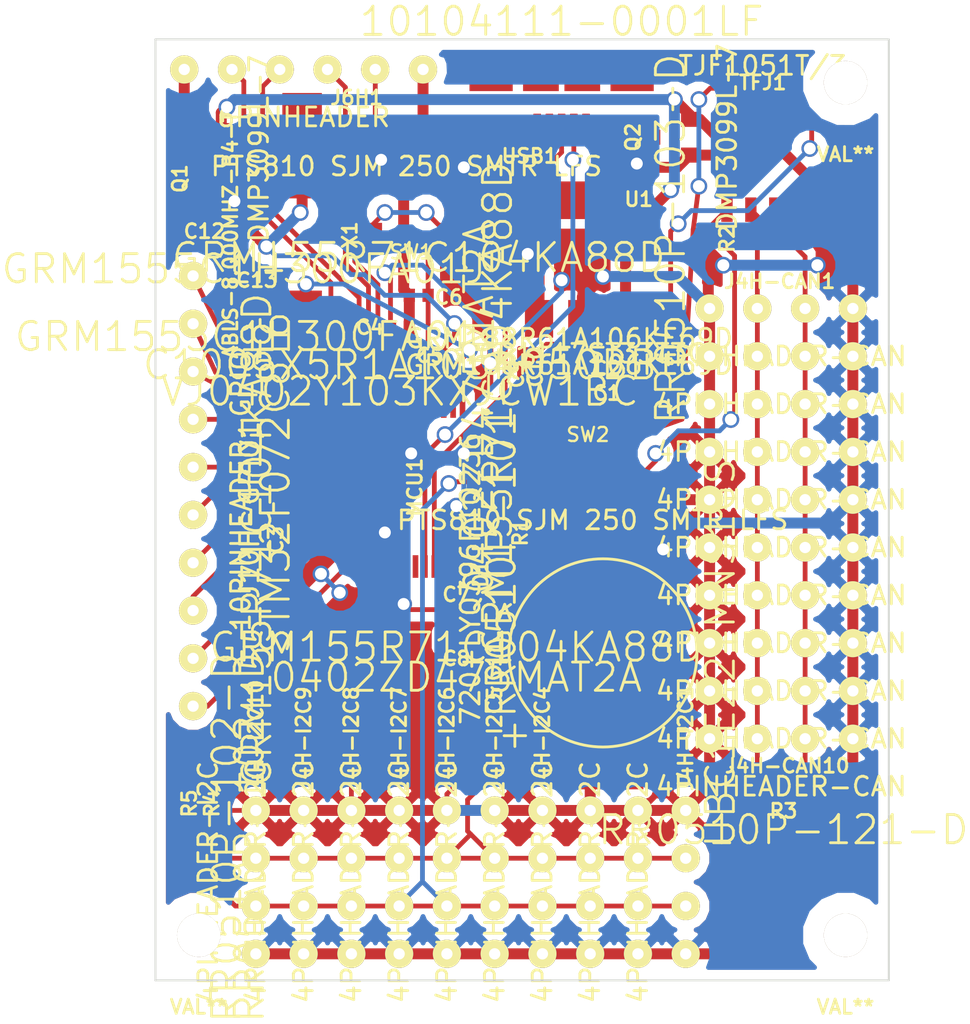
<source format=kicad_pcb>
(kicad_pcb (version 3) (host pcbnew "(25-Oct-2014 BZR 4029)-stable")

  (general
    (links 166)
    (no_connects 0)
    (area 163.591567 98.0399 221.848433 153.308433)
    (thickness 1.6)
    (drawings 5)
    (tracks 455)
    (zones 0)
    (modules 53)
    (nets 35)
  )

  (page A3)
  (layers
    (15 F.Cu signal)
    (0 B.Cu signal)
    (16 B.Adhes user)
    (17 F.Adhes user)
    (18 B.Paste user)
    (19 F.Paste user)
    (20 B.SilkS user)
    (21 F.SilkS user)
    (22 B.Mask user)
    (23 F.Mask user)
    (24 Dwgs.User user)
    (25 Cmts.User user)
    (26 Eco1.User user)
    (27 Eco2.User user)
    (28 Edge.Cuts user)
  )

  (setup
    (last_trace_width 0.254)
    (trace_clearance 0.0001)
    (zone_clearance 0.508)
    (zone_45_only no)
    (trace_min 0.254)
    (segment_width 0.2)
    (edge_width 0.1)
    (via_size 0.889)
    (via_drill 0.635)
    (via_min_size 0.889)
    (via_min_drill 0.508)
    (uvia_size 0.508)
    (uvia_drill 0.127)
    (uvias_allowed no)
    (uvia_min_size 0.508)
    (uvia_min_drill 0.127)
    (pcb_text_width 0.3)
    (pcb_text_size 1.5 1.5)
    (mod_edge_width 0.15)
    (mod_text_size 1 1)
    (mod_text_width 0.15)
    (pad_size 2.3 2.3)
    (pad_drill 2.3)
    (pad_to_mask_clearance 0)
    (aux_axis_origin 0 0)
    (visible_elements FFFF7FBF)
    (pcbplotparams
      (layerselection 285179905)
      (usegerberextensions true)
      (excludeedgelayer true)
      (linewidth 0.150000)
      (plotframeref false)
      (viasonmask false)
      (mode 1)
      (useauxorigin false)
      (hpglpennumber 1)
      (hpglpenspeed 20)
      (hpglpendiameter 15)
      (hpglpenoverlay 2)
      (psnegative false)
      (psa4output false)
      (plotreference true)
      (plotvalue false)
      (plotothertext true)
      (plotinvisibletext false)
      (padsonsilk false)
      (subtractmaskfromsilk false)
      (outputformat 1)
      (mirror false)
      (drillshape 0)
      (scaleselection 1)
      (outputdirectory version0-1Gerbers/))
  )

  (net 0 "")
  (net 1 +3.3V)
  (net 2 +5V)
  (net 3 GND)
  (net 4 N-0000010)
  (net 5 N-0000011)
  (net 6 N-0000012)
  (net 7 N-0000013)
  (net 8 N-0000014)
  (net 9 N-0000025)
  (net 10 N-0000026)
  (net 11 N-0000028)
  (net 12 N-0000029)
  (net 13 N-0000030)
  (net 14 N-0000031)
  (net 15 N-0000032)
  (net 16 N-0000033)
  (net 17 N-0000034)
  (net 18 N-0000035)
  (net 19 N-0000036)
  (net 20 N-0000037)
  (net 21 N-0000038)
  (net 22 N-0000039)
  (net 23 N-000004)
  (net 24 N-0000042)
  (net 25 N-0000043)
  (net 26 N-0000044)
  (net 27 N-0000045)
  (net 28 N-0000046)
  (net 29 N-0000047)
  (net 30 N-0000048)
  (net 31 N-000005)
  (net 32 N-000006)
  (net 33 N-000008)
  (net 34 N-000009)

  (net_class Default "This is the default net class."
    (clearance 0.0001)
    (trace_width 0.254)
    (via_dia 0.889)
    (via_drill 0.635)
    (uvia_dia 0.508)
    (uvia_drill 0.127)
    (add_net "")
    (add_net N-0000010)
    (add_net N-0000011)
    (add_net N-0000013)
    (add_net N-0000014)
    (add_net N-0000025)
    (add_net N-0000026)
    (add_net N-0000028)
    (add_net N-0000029)
    (add_net N-0000030)
    (add_net N-0000031)
    (add_net N-0000032)
    (add_net N-0000033)
    (add_net N-0000034)
    (add_net N-0000035)
    (add_net N-0000036)
    (add_net N-0000037)
    (add_net N-0000038)
    (add_net N-0000039)
    (add_net N-000004)
    (add_net N-0000042)
    (add_net N-0000043)
    (add_net N-0000044)
    (add_net N-0000045)
    (add_net N-0000046)
    (add_net N-0000047)
    (add_net N-0000048)
    (add_net N-000005)
    (add_net N-000006)
    (add_net N-000008)
    (add_net N-000009)
  )

  (net_class bulky ""
    (clearance 0.0001)
    (trace_width 0.58)
    (via_dia 0.889)
    (via_drill 0.635)
    (uvia_dia 0.508)
    (uvia_drill 0.127)
    (add_net +3.3V)
    (add_net +5V)
    (add_net GND)
    (add_net N-0000012)
  )

  (module TJF1051T-3 (layer F.Cu) (tedit 56144D08) (tstamp 5613F7B6)
    (at 207.3 106.4 180)
    (path /560EDDE5)
    (fp_text reference TFJ1 (at 0 4.1 180) (layer F.SilkS)
      (effects (font (size 0.75 0.75) (thickness 0.15)))
    )
    (fp_text value TJF1051T/3 (at 0 5 180) (layer F.SilkS)
      (effects (font (size 1 1) (thickness 0.15)))
    )
    (pad 2 smd rect (at -0.635 2.65 180) (size 0.6 1.3)
      (layers F.Cu F.Paste F.Mask)
      (net 3 GND)
      (solder_mask_margin 0.0001)
      (clearance 0.0001)
    )
    (pad 1 smd rect (at -1.905 2.65 180) (size 0.6 1.3)
      (layers F.Cu F.Paste F.Mask)
      (net 28 N-0000046)
      (clearance 0.0001)
    )
    (pad 3 smd rect (at 0.635 2.65 180) (size 0.6 1.3)
      (layers F.Cu F.Paste F.Mask)
      (net 2 +5V)
      (solder_mask_margin 0.0001)
      (clearance 0.0001)
    )
    (pad 4 smd rect (at 1.905 2.65 180) (size 0.6 1.3)
      (layers F.Cu F.Paste F.Mask)
      (net 26 N-0000044)
      (solder_mask_margin 0.0001)
      (clearance 0.0001)
    )
    (pad 5 smd rect (at 1.905 -2.65 180) (size 0.6 1.3)
      (layers F.Cu F.Paste F.Mask)
      (net 27 N-0000045)
      (solder_mask_margin 0.0001)
      (clearance 0.0001)
    )
    (pad 6 smd rect (at 0.635 -2.65 180) (size 0.6 1.3)
      (layers F.Cu F.Paste F.Mask)
      (net 24 N-0000042)
      (solder_mask_margin 0.0001)
      (clearance 0.0001)
    )
    (pad 7 smd rect (at -0.635 -2.65 180) (size 0.6 1.3)
      (layers F.Cu F.Paste F.Mask)
      (net 25 N-0000043)
      (solder_mask_margin 0.0001)
      (clearance 0.0001)
    )
    (pad 8 smd rect (at -1.905 -2.65 180) (size 0.6 1.3)
      (layers F.Cu F.Paste F.Mask)
      (net 1 +3.3V)
      (solder_mask_margin 0.0001)
      (clearance 0.0001)
    )
  )

  (module STM32F072C8T6 (layer F.Cu) (tedit 56113643) (tstamp 561081BE)
    (at 188.58 123.76 270)
    (path /560EDAFD)
    (solder_mask_margin 0.00001)
    (solder_paste_margin 0.00001)
    (clearance 0.00001)
    (fp_text reference MCU1 (at 0.04 -0.22 270) (layer F.SilkS)
      (effects (font (size 0.75 0.75) (thickness 0.15)))
    )
    (fp_text value STM32F072C8T6 (at -0.2 7.2 270) (layer F.SilkS)
      (effects (font (size 1.5 1.5) (thickness 0.15)))
    )
    (pad 1 smd rect (at -4.25 -2.75 270) (size 1.2 0.3)
      (layers F.Cu F.Paste F.Mask)
      (net 1 +3.3V)
      (clearance 0.1)
    )
    (pad 2 smd rect (at -4.25 -2.25 270) (size 1.2 0.3)
      (layers F.Cu F.Paste F.Mask)
      (clearance 0.1)
    )
    (pad 3 smd rect (at -4.25 -1.75 270) (size 1.2 0.3)
      (layers F.Cu F.Paste F.Mask)
      (clearance 0.1)
    )
    (pad 4 smd rect (at -4.25 -1.25 270) (size 1.2 0.3)
      (layers F.Cu F.Paste F.Mask)
      (clearance 0.1)
    )
    (pad 5 smd rect (at -4.25 -0.75 270) (size 1.2 0.3)
      (layers F.Cu F.Paste F.Mask)
      (net 9 N-0000025)
      (clearance 0.1)
    )
    (pad 6 smd rect (at -4.25 -0.25 270) (size 1.2 0.3)
      (layers F.Cu F.Paste F.Mask)
      (net 10 N-0000026)
      (clearance 0.1)
    )
    (pad 7 smd rect (at -4.25 0.25 270) (size 1.2 0.3)
      (layers F.Cu F.Paste F.Mask)
      (net 23 N-000004)
      (clearance 0.1)
    )
    (pad 8 smd rect (at -4.25 0.75 270) (size 1.2 0.3)
      (layers F.Cu F.Paste F.Mask)
      (net 3 GND)
      (clearance 0.1)
    )
    (pad 9 smd rect (at -4.25 1.25 270) (size 1.2 0.3)
      (layers F.Cu F.Paste F.Mask)
      (net 1 +3.3V)
      (clearance 0.1)
    )
    (pad 10 smd rect (at -4.25 1.75 270) (size 1.2 0.3)
      (layers F.Cu F.Paste F.Mask)
      (net 6 N-0000012)
      (clearance 0.1)
    )
    (pad 11 smd rect (at -4.25 2.25 270) (size 1.2 0.3)
      (layers F.Cu F.Paste F.Mask)
      (net 34 N-000009)
      (clearance 0.1)
    )
    (pad 12 smd rect (at -4.25 2.75 270) (size 1.2 0.3)
      (layers F.Cu F.Paste F.Mask)
      (net 7 N-0000013)
      (clearance 0.1)
    )
    (pad 25 smd rect (at 4.25 2.75 270) (size 1.2 0.3)
      (layers F.Cu F.Paste F.Mask)
      (net 22 N-0000039)
      (clearance 0.1)
    )
    (pad 26 smd rect (at 4.25 2.25 270) (size 1.2 0.3)
      (layers F.Cu F.Paste F.Mask)
      (clearance 0.1)
    )
    (pad 27 smd rect (at 4.25 1.75 270) (size 1.2 0.3)
      (layers F.Cu F.Paste F.Mask)
      (clearance 0.1)
    )
    (pad 28 smd rect (at 4.25 1.25 270) (size 1.2 0.3)
      (layers F.Cu F.Paste F.Mask)
      (clearance 0.1)
    )
    (pad 29 smd rect (at 4.25 0.75 270) (size 1.2 0.3)
      (layers F.Cu F.Paste F.Mask)
      (clearance 0.1)
    )
    (pad 30 smd rect (at 4.25 0.25 270) (size 1.2 0.3)
      (layers F.Cu F.Paste F.Mask)
      (clearance 0.1)
    )
    (pad 31 smd rect (at 4.25 -0.25 270) (size 1.2 0.3)
      (layers F.Cu F.Paste F.Mask)
      (clearance 0.1)
    )
    (pad 32 smd rect (at 4.25 -0.75 270) (size 1.2 0.3)
      (layers F.Cu F.Paste F.Mask)
      (net 4 N-0000010)
      (clearance 0.1)
    )
    (pad 33 smd rect (at 4.25 -1.25 270) (size 1.2 0.3)
      (layers F.Cu F.Paste F.Mask)
      (net 5 N-0000011)
      (clearance 0.1)
    )
    (pad 34 smd rect (at 4.25 -1.75 270) (size 1.2 0.3)
      (layers F.Cu F.Paste F.Mask)
      (clearance 0.1)
    )
    (pad 35 smd rect (at 4.25 -2.25 270) (size 1.2 0.3)
      (layers F.Cu F.Paste F.Mask)
      (net 3 GND)
      (clearance 0.1)
    )
    (pad 36 smd rect (at 4.25 -2.75 270) (size 1.2 0.3)
      (layers F.Cu F.Paste F.Mask)
      (net 1 +3.3V)
      (clearance 0.1)
    )
    (pad 13 smd rect (at -2.75 4.25 270) (size 0.3 1.2)
      (layers F.Cu F.Paste F.Mask)
      (net 8 N-0000014)
      (clearance 0.1)
    )
    (pad 14 smd rect (at -2.25 4.25 270) (size 0.3 1.2)
      (layers F.Cu F.Paste F.Mask)
      (net 15 N-0000032)
      (clearance 0.1)
    )
    (pad 15 smd rect (at -1.75 4.25 270) (size 0.3 1.2)
      (layers F.Cu F.Paste F.Mask)
      (net 16 N-0000033)
      (clearance 0.1)
    )
    (pad 16 smd rect (at -1.25 4.25 270) (size 0.3 1.2)
      (layers F.Cu F.Paste F.Mask)
      (net 17 N-0000034)
      (clearance 0.1)
    )
    (pad 17 smd rect (at -0.75 4.25 270) (size 0.3 1.2)
      (layers F.Cu F.Paste F.Mask)
      (net 18 N-0000035)
      (clearance 0.1)
    )
    (pad 18 smd rect (at -0.25 4.25 270) (size 0.3 1.2)
      (layers F.Cu F.Paste F.Mask)
      (net 19 N-0000036)
      (clearance 0.1)
    )
    (pad 19 smd rect (at 0.25 4.25 270) (size 0.3 1.2)
      (layers F.Cu F.Paste F.Mask)
      (net 20 N-0000037)
      (clearance 0.1)
    )
    (pad 20 smd rect (at 0.75 4.25 270) (size 0.3 1.2)
      (layers F.Cu F.Paste F.Mask)
      (net 21 N-0000038)
      (clearance 0.1)
    )
    (pad 21 smd rect (at 1.25 4.25 270) (size 0.3 1.2)
      (layers F.Cu F.Paste F.Mask)
      (net 13 N-0000030)
      (clearance 0.1)
    )
    (pad 22 smd rect (at 1.75 4.25 270) (size 0.3 1.2)
      (layers F.Cu F.Paste F.Mask)
      (net 14 N-0000031)
      (clearance 0.1)
    )
    (pad 23 smd rect (at 2.25 4.25 270) (size 0.3 1.2)
      (layers F.Cu F.Paste F.Mask)
      (net 3 GND)
      (clearance 0.1)
    )
    (pad 24 smd rect (at 2.75 4.25 270) (size 0.3 1.2)
      (layers F.Cu F.Paste F.Mask)
      (net 1 +3.3V)
      (clearance 0.1)
    )
    (pad 37 smd rect (at 2.75 -4.25 270) (size 0.3 1.2)
      (layers F.Cu F.Paste F.Mask)
      (net 11 N-0000028)
      (clearance 0.1)
    )
    (pad 38 smd rect (at 2.25 -4.25 270) (size 0.3 1.2)
      (layers F.Cu F.Paste F.Mask)
      (clearance 0.1)
    )
    (pad 39 smd rect (at 1.75 -4.25 270) (size 0.3 1.2)
      (layers F.Cu F.Paste F.Mask)
      (clearance 0.1)
    )
    (pad 40 smd rect (at 1.25 -4.25 270) (size 0.3 1.2)
      (layers F.Cu F.Paste F.Mask)
      (clearance 0.1)
    )
    (pad 41 smd rect (at 0.75 -4.25 270) (size 0.3 1.2)
      (layers F.Cu F.Paste F.Mask)
      (net 27 N-0000045)
      (clearance 0.1)
    )
    (pad 42 smd rect (at 0.25 -4.25 270) (size 0.3 1.2)
      (layers F.Cu F.Paste F.Mask)
      (net 30 N-0000048)
      (clearance 0.1)
    )
    (pad 43 smd rect (at -0.25 -4.25 270) (size 0.3 1.2)
      (layers F.Cu F.Paste F.Mask)
      (net 29 N-0000047)
      (clearance 0.1)
    )
    (pad 44 smd rect (at -0.75 -4.25 270) (size 0.3 1.2)
      (layers F.Cu F.Paste F.Mask)
      (net 31 N-000005)
      (clearance 0.1)
    )
    (pad 45 smd rect (at -1.25 -4.25 270) (size 0.3 1.2)
      (layers F.Cu F.Paste F.Mask)
      (net 26 N-0000044)
      (clearance 0.1)
    )
    (pad 46 smd rect (at -1.75 -4.25 270) (size 0.3 1.2)
      (layers F.Cu F.Paste F.Mask)
      (net 28 N-0000046)
      (clearance 0.1)
    )
    (pad 47 smd rect (at -2.25 -4.25 270) (size 0.3 1.2)
      (layers F.Cu F.Paste F.Mask)
      (net 3 GND)
      (clearance 0.1)
    )
    (pad 48 smd rect (at -2.75 -4.25 270) (size 0.3 1.2)
      (layers F.Cu F.Paste F.Mask)
      (net 1 +3.3V)
      (clearance 0.1)
    )
  )

  (module PTS810-SJM-250-SMTR-LFS (layer F.Cu) (tedit 56108785) (tstamp 561081C6)
    (at 188.6 109 180)
    (path /5610295C)
    (fp_text reference SW1 (at 0 -2.3 180) (layer F.SilkS)
      (effects (font (size 0.75 0.75) (thickness 0.125)))
    )
    (fp_text value "PTS810 SJM 250 SMTR LFS" (at 0.25 2.25 180) (layer F.SilkS)
      (effects (font (size 1 1) (thickness 0.15)))
    )
    (pad 1 smd rect (at 2.075 -1.075 180) (size 1.05 0.65)
      (layers F.Cu F.Paste F.Mask)
      (net 23 N-000004)
    )
    (pad 2 smd rect (at 2.075 1.075 180) (size 1.05 0.65)
      (layers F.Cu F.Paste F.Mask)
      (net 3 GND)
    )
    (pad 1 smd rect (at -2.075 -1.075 180) (size 1.05 0.65)
      (layers F.Cu F.Paste F.Mask)
      (net 23 N-000004)
    )
    (pad 2 smd rect (at -2.075 1.075 180) (size 1.05 0.65)
      (layers F.Cu F.Paste F.Mask)
      (net 3 GND)
    )
  )

  (module PTS810-SJM-250-SMTR-LFS (layer F.Cu) (tedit 56108767) (tstamp 561081CE)
    (at 198 123.3)
    (path /56102730)
    (fp_text reference SW2 (at 0 -2.3) (layer F.SilkS)
      (effects (font (size 0.75 0.75) (thickness 0.125)))
    )
    (fp_text value "PTS810 SJM 250 SMTR LFS" (at 0.25 2.25) (layer F.SilkS)
      (effects (font (size 1 1) (thickness 0.15)))
    )
    (pad 1 smd rect (at 2.075 -1.075) (size 1.05 0.65)
      (layers F.Cu F.Paste F.Mask)
      (net 31 N-000005)
    )
    (pad 2 smd rect (at 2.075 1.075) (size 1.05 0.65)
      (layers F.Cu F.Paste F.Mask)
      (net 1 +3.3V)
    )
    (pad 1 smd rect (at -2.075 -1.075) (size 1.05 0.65)
      (layers F.Cu F.Paste F.Mask)
      (net 31 N-000005)
    )
    (pad 2 smd rect (at -2.075 1.075) (size 1.05 0.65)
      (layers F.Cu F.Paste F.Mask)
      (net 1 +3.3V)
    )
  )

  (module NCP1117ST33T3G (layer F.Cu) (tedit 56145072) (tstamp 561081D6)
    (at 197.7 111.7)
    (path /56102051)
    (fp_text reference U1 (at 3 -3.2) (layer F.SilkS)
      (effects (font (size 0.75 0.75) (thickness 0.15)))
    )
    (fp_text value NCP1117ST33T3G (at 0 5) (layer F.SilkS)
      (effects (font (size 1 1) (thickness 0.15)))
    )
    (pad 1 smd rect (at -2.3 3.15) (size 1.5 2)
      (layers F.Cu F.Paste F.Mask)
      (net 3 GND)
      (solder_mask_margin 0.0001)
      (clearance 0.0001)
    )
    (pad 2 smd rect (at 0 3.15) (size 1.5 2)
      (layers F.Cu F.Paste F.Mask)
      (net 1 +3.3V)
      (solder_mask_margin 0.0001)
      (clearance 0.0001)
    )
    (pad 3 smd rect (at 2.3 3.15) (size 1.5 2)
      (layers F.Cu F.Paste F.Mask)
      (net 2 +5V)
      (solder_mask_margin 0.0001)
      (clearance 0.0001)
    )
    (pad 4 smd rect (at 0 -3.15) (size 3.8 2)
      (layers F.Cu F.Paste F.Mask)
      (solder_mask_margin 0.0001)
      (clearance 0.0001)
    )
  )

  (module micro-USBCon (layer F.Cu) (tedit 56145A0A) (tstamp 561081E3)
    (at 196.6 101.8 180)
    (path /560F5163)
    (fp_text reference USB1 (at 1.7 -4.4 180) (layer F.SilkS)
      (effects (font (size 0.75 0.75) (thickness 0.15)))
    )
    (fp_text value 10104111-0001LF (at 0 2.75 180) (layer F.SilkS)
      (effects (font (size 1.5 1.5) (thickness 0.15)))
    )
    (pad 11 smd rect (at -1.1 0 180) (size 1.9 1.9)
      (layers F.Cu F.Paste F.Mask)
    )
    (pad 12 smd rect (at 1.1 0 180) (size 1.9 1.9)
      (layers F.Cu F.Paste F.Mask)
    )
    (pad 10 smd rect (at -3.75 0 180) (size 2.3 1.9)
      (layers F.Cu F.Paste F.Mask)
    )
    (pad 13 smd rect (at 3.75 0 180) (size 2.3 1.9)
      (layers F.Cu F.Paste F.Mask)
    )
    (pad 3 smd rect (at 0 -2.85 180) (size 0.4 1.4)
      (layers F.Cu F.Paste F.Mask)
      (net 5 N-0000011)
    )
    (pad 2 smd rect (at -0.65 -2.85 180) (size 0.4 1.4)
      (layers F.Cu F.Paste F.Mask)
      (net 4 N-0000010)
    )
    (pad 1 smd rect (at -1.3 -2.85 180) (size 0.4 1.4)
      (layers F.Cu F.Paste F.Mask)
      (net 33 N-000008)
    )
    (pad 4 smd rect (at 0.65 -2.85 180) (size 0.4 1.4)
      (layers F.Cu F.Paste F.Mask)
    )
    (pad 5 smd rect (at 1.3 -2.85 180) (size 0.4 1.4)
      (layers F.Cu F.Paste F.Mask)
      (net 3 GND)
    )
  )

  (module DMP3099L-7 (layer F.Cu) (tedit 561086C0) (tstamp 561081EA)
    (at 203.4 105.2 90)
    (path /56100C7E)
    (fp_text reference Q2 (at 0 -3 90) (layer F.SilkS)
      (effects (font (size 0.75 0.75) (thickness 0.15)))
    )
    (fp_text value DMP3099L-7 (at 0 2 90) (layer F.SilkS)
      (effects (font (size 1 1) (thickness 0.15)))
    )
    (pad D smd rect (at 0 -2 90) (size 0.8 0.9)
      (layers F.Cu F.Paste F.Mask)
      (net 33 N-000008)
      (solder_mask_margin 0.0001)
      (clearance 0.0001)
    )
    (pad S smd rect (at 0.95 0 90) (size 0.8 0.9)
      (layers F.Cu F.Paste F.Mask)
      (net 2 +5V)
      (solder_mask_margin 0.0001)
      (clearance 0.0001)
    )
    (pad G smd rect (at -0.95 0 90) (size 0.8 0.9)
      (layers F.Cu F.Paste F.Mask)
      (net 3 GND)
      (solder_mask_margin 0.0001)
      (clearance 0.0001)
    )
  )

  (module DMP3099L-7 (layer F.Cu) (tedit 56144CB6) (tstamp 561081F1)
    (at 178.5 105.8 90)
    (path /56100A60)
    (fp_text reference Q1 (at -1.6 -2.2 90) (layer F.SilkS)
      (effects (font (size 0.75 0.75) (thickness 0.15)))
    )
    (fp_text value DMP3099L-7 (at 0 2 90) (layer F.SilkS)
      (effects (font (size 1 1) (thickness 0.15)))
    )
    (pad D smd rect (at 0 -2 90) (size 0.8 0.9)
      (layers F.Cu F.Paste F.Mask)
      (net 32 N-000006)
      (solder_mask_margin 0.0001)
      (clearance 0.0001)
    )
    (pad S smd rect (at 0.95 0 90) (size 0.8 0.9)
      (layers F.Cu F.Paste F.Mask)
      (net 2 +5V)
      (solder_mask_margin 0.0001)
      (clearance 0.0001)
    )
    (pad G smd rect (at -0.95 0 90) (size 0.8 0.9)
      (layers F.Cu F.Paste F.Mask)
      (net 3 GND)
      (solder_mask_margin 0.0001)
      (clearance 0.0001)
    )
  )

  (module 720-LYQ396P1Q236 (layer F.Cu) (tedit 561136D5) (tstamp 561081F8)
    (at 193.5 128.4 270)
    (path /5610381A)
    (fp_text reference D1 (at 0 1.2 270) (layer F.SilkS)
      (effects (font (size 0.75 0.75) (thickness 0.15)))
    )
    (fp_text value 720-LYQ396P1Q236 (at 0.25 1.75 270) (layer F.SilkS)
      (effects (font (size 1 1) (thickness 0.15)))
    )
    (fp_text user > (at 2 0 270) (layer F.SilkS)
      (effects (font (size 1 1) (thickness 0.15)))
    )
    (pad 1 smd rect (at -0.75 0 270) (size 0.8 0.8)
      (layers F.Cu F.Paste F.Mask)
      (net 12 N-0000029)
    )
    (pad 2 smd rect (at 0.75 0 270) (size 0.8 0.8)
      (layers F.Cu F.Paste F.Mask)
      (net 3 GND)
    )
  )

  (module 6PINHEADER (layer F.Cu) (tedit 56145097) (tstamp 56108202)
    (at 182.88 101.6)
    (path /560F5172)
    (fp_text reference J6H1 (at 2.82 1.5) (layer F.SilkS)
      (effects (font (size 0.75 0.75) (thickness 0.15)))
    )
    (fp_text value 6PINHEADER (at 0 2.54) (layer F.SilkS)
      (effects (font (size 1 1) (thickness 0.15)))
    )
    (pad 3 thru_hole circle (at -1.27 0) (size 1.5 1.5) (drill 0.6)
      (layers *.Cu *.Mask F.SilkS)
      (net 7 N-0000013)
    )
    (pad 2 thru_hole circle (at -3.81 0) (size 1.5 1.5) (drill 0.6)
      (layers *.Cu *.Mask F.SilkS)
      (net 8 N-0000014)
    )
    (pad 1 thru_hole circle (at -6.35 0) (size 1.5 1.5) (drill 0.6)
      (layers *.Cu *.Mask F.SilkS)
      (net 32 N-000006)
    )
    (pad 4 thru_hole circle (at 1.27 0) (size 1.5 1.5) (drill 0.6)
      (layers *.Cu *.Mask F.SilkS)
      (net 34 N-000009)
    )
    (pad 5 thru_hole circle (at 3.81 0) (size 1.5 1.5) (drill 0.6)
      (layers *.Cu *.Mask F.SilkS)
      (net 6 N-0000012)
    )
    (pad 6 thru_hole circle (at 6.35 0) (size 1.5 1.5) (drill 0.6)
      (layers *.Cu *.Mask F.SilkS)
      (net 3 GND)
    )
  )

  (module 4PINHEADER (layer F.Cu) (tedit 56108FDE) (tstamp 5610820A)
    (at 180.34 144.78 270)
    (path /560F4C85)
    (fp_text reference J4H-I2C10 (at -7.62 0 270) (layer F.SilkS)
      (effects (font (size 0.75 0.75) (thickness 0.15)))
    )
    (fp_text value 4PINHEADER-I2C (at 0 2.54 270) (layer F.SilkS)
      (effects (font (size 1 1) (thickness 0.15)))
    )
    (pad 2 thru_hole circle (at -1.27 0 270) (size 1.5 1.5) (drill 0.6)
      (layers *.Cu *.Mask F.SilkS)
      (net 30 N-0000048)
    )
    (pad 1 thru_hole circle (at -3.81 0 270) (size 1.5 1.5) (drill 0.6)
      (layers *.Cu *.Mask F.SilkS)
      (net 1 +3.3V)
    )
    (pad 3 thru_hole circle (at 1.27 0 270) (size 1.5 1.5) (drill 0.6)
      (layers *.Cu *.Mask F.SilkS)
      (net 29 N-0000047)
    )
    (pad 4 thru_hole circle (at 3.81 0 270) (size 1.5 1.5) (drill 0.6)
      (layers *.Cu *.Mask F.SilkS)
      (net 3 GND)
    )
  )

  (module 4PINHEADER (layer F.Cu) (tedit 5610905B) (tstamp 56108212)
    (at 182.88 144.78 270)
    (path /560F4C7E)
    (fp_text reference J4H-I2C9 (at -7.62 0 270) (layer F.SilkS)
      (effects (font (size 0.75 0.75) (thickness 0.15)))
    )
    (fp_text value 4PINHEADER-I2C (at 0 2.54 270) (layer F.SilkS)
      (effects (font (size 1 1) (thickness 0.15)))
    )
    (pad 2 thru_hole circle (at -1.27 0 270) (size 1.5 1.5) (drill 0.6)
      (layers *.Cu *.Mask F.SilkS)
      (net 30 N-0000048)
    )
    (pad 1 thru_hole circle (at -3.81 0 270) (size 1.5 1.5) (drill 0.6)
      (layers *.Cu *.Mask F.SilkS)
      (net 1 +3.3V)
    )
    (pad 3 thru_hole circle (at 1.27 0 270) (size 1.5 1.5) (drill 0.6)
      (layers *.Cu *.Mask F.SilkS)
      (net 29 N-0000047)
    )
    (pad 4 thru_hole circle (at 3.81 0 270) (size 1.5 1.5) (drill 0.6)
      (layers *.Cu *.Mask F.SilkS)
      (net 3 GND)
    )
  )

  (module 4PINHEADER (layer F.Cu) (tedit 5610905A) (tstamp 5610821A)
    (at 185.42 144.78 270)
    (path /560F4C78)
    (fp_text reference J4H-I2C8 (at -7.62 0 270) (layer F.SilkS)
      (effects (font (size 0.75 0.75) (thickness 0.15)))
    )
    (fp_text value 4PINHEADER-I2C (at 0 2.54 270) (layer F.SilkS)
      (effects (font (size 1 1) (thickness 0.15)))
    )
    (pad 2 thru_hole circle (at -1.27 0 270) (size 1.5 1.5) (drill 0.6)
      (layers *.Cu *.Mask F.SilkS)
      (net 30 N-0000048)
    )
    (pad 1 thru_hole circle (at -3.81 0 270) (size 1.5 1.5) (drill 0.6)
      (layers *.Cu *.Mask F.SilkS)
      (net 1 +3.3V)
    )
    (pad 3 thru_hole circle (at 1.27 0 270) (size 1.5 1.5) (drill 0.6)
      (layers *.Cu *.Mask F.SilkS)
      (net 29 N-0000047)
    )
    (pad 4 thru_hole circle (at 3.81 0 270) (size 1.5 1.5) (drill 0.6)
      (layers *.Cu *.Mask F.SilkS)
      (net 3 GND)
    )
  )

  (module 4PINHEADER (layer F.Cu) (tedit 56109058) (tstamp 56108222)
    (at 187.96 144.78 270)
    (path /560F4C72)
    (fp_text reference J4H-I2C7 (at -7.62 0 270) (layer F.SilkS)
      (effects (font (size 0.75 0.75) (thickness 0.15)))
    )
    (fp_text value 4PINHEADER-I2C (at 0 2.54 270) (layer F.SilkS)
      (effects (font (size 1 1) (thickness 0.15)))
    )
    (pad 2 thru_hole circle (at -1.27 0 270) (size 1.5 1.5) (drill 0.6)
      (layers *.Cu *.Mask F.SilkS)
      (net 30 N-0000048)
    )
    (pad 1 thru_hole circle (at -3.81 0 270) (size 1.5 1.5) (drill 0.6)
      (layers *.Cu *.Mask F.SilkS)
      (net 1 +3.3V)
    )
    (pad 3 thru_hole circle (at 1.27 0 270) (size 1.5 1.5) (drill 0.6)
      (layers *.Cu *.Mask F.SilkS)
      (net 29 N-0000047)
    )
    (pad 4 thru_hole circle (at 3.81 0 270) (size 1.5 1.5) (drill 0.6)
      (layers *.Cu *.Mask F.SilkS)
      (net 3 GND)
    )
  )

  (module 4PINHEADER (layer F.Cu) (tedit 56109055) (tstamp 5610822A)
    (at 190.5 144.78 270)
    (path /560F4C6C)
    (fp_text reference J4H-I2C6 (at -7.62 0 270) (layer F.SilkS)
      (effects (font (size 0.75 0.75) (thickness 0.15)))
    )
    (fp_text value 4PINHEADER-I2C (at 0 2.54 270) (layer F.SilkS)
      (effects (font (size 1 1) (thickness 0.15)))
    )
    (pad 2 thru_hole circle (at -1.27 0 270) (size 1.5 1.5) (drill 0.6)
      (layers *.Cu *.Mask F.SilkS)
      (net 30 N-0000048)
    )
    (pad 1 thru_hole circle (at -3.81 0 270) (size 1.5 1.5) (drill 0.6)
      (layers *.Cu *.Mask F.SilkS)
      (net 1 +3.3V)
    )
    (pad 3 thru_hole circle (at 1.27 0 270) (size 1.5 1.5) (drill 0.6)
      (layers *.Cu *.Mask F.SilkS)
      (net 29 N-0000047)
    )
    (pad 4 thru_hole circle (at 3.81 0 270) (size 1.5 1.5) (drill 0.6)
      (layers *.Cu *.Mask F.SilkS)
      (net 3 GND)
    )
  )

  (module 4PINHEADER (layer F.Cu) (tedit 56109052) (tstamp 56108232)
    (at 193.04 144.78 270)
    (path /560F4C5B)
    (fp_text reference J4H-I2C5 (at -7.62 0 270) (layer F.SilkS)
      (effects (font (size 0.75 0.75) (thickness 0.15)))
    )
    (fp_text value 4PINHEADER-I2C (at 0 2.54 270) (layer F.SilkS)
      (effects (font (size 1 1) (thickness 0.15)))
    )
    (pad 2 thru_hole circle (at -1.27 0 270) (size 1.5 1.5) (drill 0.6)
      (layers *.Cu *.Mask F.SilkS)
      (net 30 N-0000048)
    )
    (pad 1 thru_hole circle (at -3.81 0 270) (size 1.5 1.5) (drill 0.6)
      (layers *.Cu *.Mask F.SilkS)
      (net 1 +3.3V)
    )
    (pad 3 thru_hole circle (at 1.27 0 270) (size 1.5 1.5) (drill 0.6)
      (layers *.Cu *.Mask F.SilkS)
      (net 29 N-0000047)
    )
    (pad 4 thru_hole circle (at 3.81 0 270) (size 1.5 1.5) (drill 0.6)
      (layers *.Cu *.Mask F.SilkS)
      (net 3 GND)
    )
  )

  (module 4PINHEADER (layer F.Cu) (tedit 56109050) (tstamp 5610823A)
    (at 195.58 144.78 270)
    (path /560F4C53)
    (fp_text reference J4H-I2C4 (at -7.62 0 270) (layer F.SilkS)
      (effects (font (size 0.75 0.75) (thickness 0.15)))
    )
    (fp_text value 4PINHEADER-I2C (at 0 2.54 270) (layer F.SilkS)
      (effects (font (size 1 1) (thickness 0.15)))
    )
    (pad 2 thru_hole circle (at -1.27 0 270) (size 1.5 1.5) (drill 0.6)
      (layers *.Cu *.Mask F.SilkS)
      (net 30 N-0000048)
    )
    (pad 1 thru_hole circle (at -3.81 0 270) (size 1.5 1.5) (drill 0.6)
      (layers *.Cu *.Mask F.SilkS)
      (net 1 +3.3V)
    )
    (pad 3 thru_hole circle (at 1.27 0 270) (size 1.5 1.5) (drill 0.6)
      (layers *.Cu *.Mask F.SilkS)
      (net 29 N-0000047)
    )
    (pad 4 thru_hole circle (at 3.81 0 270) (size 1.5 1.5) (drill 0.6)
      (layers *.Cu *.Mask F.SilkS)
      (net 3 GND)
    )
  )

  (module 4PINHEADER (layer F.Cu) (tedit 561450F2) (tstamp 56108242)
    (at 200.66 144.78 270)
    (path /560F4C13)
    (fp_text reference J4H-I2C2 (at -7.62 0 270) (layer F.SilkS) hide
      (effects (font (size 0.75 0.75) (thickness 0.15)))
    )
    (fp_text value 4PINHEADER-I2C (at 0 2.54 270) (layer F.SilkS)
      (effects (font (size 1 1) (thickness 0.15)))
    )
    (pad 2 thru_hole circle (at -1.27 0 270) (size 1.5 1.5) (drill 0.6)
      (layers *.Cu *.Mask F.SilkS)
      (net 30 N-0000048)
    )
    (pad 1 thru_hole circle (at -3.81 0 270) (size 1.5 1.5) (drill 0.6)
      (layers *.Cu *.Mask F.SilkS)
      (net 1 +3.3V)
    )
    (pad 3 thru_hole circle (at 1.27 0 270) (size 1.5 1.5) (drill 0.6)
      (layers *.Cu *.Mask F.SilkS)
      (net 29 N-0000047)
    )
    (pad 4 thru_hole circle (at 3.81 0 270) (size 1.5 1.5) (drill 0.6)
      (layers *.Cu *.Mask F.SilkS)
      (net 3 GND)
    )
  )

  (module 4PINHEADER (layer F.Cu) (tedit 56144BE9) (tstamp 5610824A)
    (at 208.28 116.84)
    (path /560EDE03)
    (fp_text reference J4H-CAN2 (at 10.16 0) (layer F.SilkS) hide
      (effects (font (size 0.75 0.75) (thickness 0.15)))
    )
    (fp_text value 4PINHEADER-CAN (at 0 2.54) (layer F.SilkS)
      (effects (font (size 1 1) (thickness 0.15)))
    )
    (pad 2 thru_hole circle (at -1.27 0) (size 1.5 1.5) (drill 0.6)
      (layers *.Cu *.Mask F.SilkS)
      (net 24 N-0000042)
    )
    (pad 1 thru_hole circle (at -3.81 0) (size 1.5 1.5) (drill 0.6)
      (layers *.Cu *.Mask F.SilkS)
      (net 1 +3.3V)
    )
    (pad 3 thru_hole circle (at 1.27 0) (size 1.5 1.5) (drill 0.6)
      (layers *.Cu *.Mask F.SilkS)
      (net 25 N-0000043)
    )
    (pad 4 thru_hole circle (at 3.81 0) (size 1.5 1.5) (drill 0.6)
      (layers *.Cu *.Mask F.SilkS)
      (net 3 GND)
    )
  )

  (module 4PINHEADER (layer F.Cu) (tedit 56144BE6) (tstamp 56108252)
    (at 208.28 119.38)
    (path /560EDE12)
    (fp_text reference J4H-CAN3 (at 10.16 0) (layer F.SilkS) hide
      (effects (font (size 0.75 0.75) (thickness 0.15)))
    )
    (fp_text value 4PINHEADER-CAN (at 0 2.54) (layer F.SilkS)
      (effects (font (size 1 1) (thickness 0.15)))
    )
    (pad 2 thru_hole circle (at -1.27 0) (size 1.5 1.5) (drill 0.6)
      (layers *.Cu *.Mask F.SilkS)
      (net 24 N-0000042)
    )
    (pad 1 thru_hole circle (at -3.81 0) (size 1.5 1.5) (drill 0.6)
      (layers *.Cu *.Mask F.SilkS)
      (net 1 +3.3V)
    )
    (pad 3 thru_hole circle (at 1.27 0) (size 1.5 1.5) (drill 0.6)
      (layers *.Cu *.Mask F.SilkS)
      (net 25 N-0000043)
    )
    (pad 4 thru_hole circle (at 3.81 0) (size 1.5 1.5) (drill 0.6)
      (layers *.Cu *.Mask F.SilkS)
      (net 3 GND)
    )
  )

  (module 4PINHEADER (layer F.Cu) (tedit 5610919A) (tstamp 5610825A)
    (at 208.28 114.3)
    (path /560EDDF4)
    (fp_text reference J4H-CAN1 (at -0.08 -1.44) (layer F.SilkS)
      (effects (font (size 0.75 0.75) (thickness 0.15)))
    )
    (fp_text value 4PINHEADER-CAN (at 0 2.54) (layer F.SilkS)
      (effects (font (size 1 1) (thickness 0.15)))
    )
    (pad 2 thru_hole circle (at -1.27 0) (size 1.5 1.5) (drill 0.6)
      (layers *.Cu *.Mask F.SilkS)
      (net 24 N-0000042)
    )
    (pad 1 thru_hole circle (at -3.81 0) (size 1.5 1.5) (drill 0.6)
      (layers *.Cu *.Mask F.SilkS)
      (net 1 +3.3V)
    )
    (pad 3 thru_hole circle (at 1.27 0) (size 1.5 1.5) (drill 0.6)
      (layers *.Cu *.Mask F.SilkS)
      (net 25 N-0000043)
    )
    (pad 4 thru_hole circle (at 3.81 0) (size 1.5 1.5) (drill 0.6)
      (layers *.Cu *.Mask F.SilkS)
      (net 3 GND)
    )
  )

  (module 4PINHEADER (layer F.Cu) (tedit 56144BE3) (tstamp 56108262)
    (at 208.28 121.92)
    (path /560EDE21)
    (fp_text reference J4H-CAN4 (at 10.16 0) (layer F.SilkS) hide
      (effects (font (size 0.75 0.75) (thickness 0.15)))
    )
    (fp_text value 4PINHEADER-CAN (at 0 2.54) (layer F.SilkS)
      (effects (font (size 1 1) (thickness 0.15)))
    )
    (pad 2 thru_hole circle (at -1.27 0) (size 1.5 1.5) (drill 0.6)
      (layers *.Cu *.Mask F.SilkS)
      (net 24 N-0000042)
    )
    (pad 1 thru_hole circle (at -3.81 0) (size 1.5 1.5) (drill 0.6)
      (layers *.Cu *.Mask F.SilkS)
      (net 1 +3.3V)
    )
    (pad 3 thru_hole circle (at 1.27 0) (size 1.5 1.5) (drill 0.6)
      (layers *.Cu *.Mask F.SilkS)
      (net 25 N-0000043)
    )
    (pad 4 thru_hole circle (at 3.81 0) (size 1.5 1.5) (drill 0.6)
      (layers *.Cu *.Mask F.SilkS)
      (net 3 GND)
    )
  )

  (module 4PINHEADER (layer F.Cu) (tedit 56144BE0) (tstamp 5610826A)
    (at 208.28 124.46)
    (path /560EDE30)
    (fp_text reference J4H-CAN5 (at 10.16 0) (layer F.SilkS) hide
      (effects (font (size 0.75 0.75) (thickness 0.15)))
    )
    (fp_text value 4PINHEADER-CAN (at 0 2.54) (layer F.SilkS)
      (effects (font (size 1 1) (thickness 0.15)))
    )
    (pad 2 thru_hole circle (at -1.27 0) (size 1.5 1.5) (drill 0.6)
      (layers *.Cu *.Mask F.SilkS)
      (net 24 N-0000042)
    )
    (pad 1 thru_hole circle (at -3.81 0) (size 1.5 1.5) (drill 0.6)
      (layers *.Cu *.Mask F.SilkS)
      (net 1 +3.3V)
    )
    (pad 3 thru_hole circle (at 1.27 0) (size 1.5 1.5) (drill 0.6)
      (layers *.Cu *.Mask F.SilkS)
      (net 25 N-0000043)
    )
    (pad 4 thru_hole circle (at 3.81 0) (size 1.5 1.5) (drill 0.6)
      (layers *.Cu *.Mask F.SilkS)
      (net 3 GND)
    )
  )

  (module 4PINHEADER (layer F.Cu) (tedit 56144BDD) (tstamp 56108272)
    (at 208.28 127)
    (path /560EDE3F)
    (fp_text reference J4H-CAN6 (at 10.16 0) (layer F.SilkS) hide
      (effects (font (size 0.75 0.75) (thickness 0.15)))
    )
    (fp_text value 4PINHEADER-CAN (at 0 2.54) (layer F.SilkS)
      (effects (font (size 1 1) (thickness 0.15)))
    )
    (pad 2 thru_hole circle (at -1.27 0) (size 1.5 1.5) (drill 0.6)
      (layers *.Cu *.Mask F.SilkS)
      (net 24 N-0000042)
    )
    (pad 1 thru_hole circle (at -3.81 0) (size 1.5 1.5) (drill 0.6)
      (layers *.Cu *.Mask F.SilkS)
      (net 1 +3.3V)
    )
    (pad 3 thru_hole circle (at 1.27 0) (size 1.5 1.5) (drill 0.6)
      (layers *.Cu *.Mask F.SilkS)
      (net 25 N-0000043)
    )
    (pad 4 thru_hole circle (at 3.81 0) (size 1.5 1.5) (drill 0.6)
      (layers *.Cu *.Mask F.SilkS)
      (net 3 GND)
    )
  )

  (module 4PINHEADER (layer F.Cu) (tedit 56144BD8) (tstamp 5610827A)
    (at 208.28 129.54)
    (path /560EDE4E)
    (fp_text reference J4H-CAN7 (at 10.16 0) (layer F.SilkS) hide
      (effects (font (size 0.75 0.75) (thickness 0.15)))
    )
    (fp_text value 4PINHEADER-CAN (at 0 2.54) (layer F.SilkS)
      (effects (font (size 1 1) (thickness 0.15)))
    )
    (pad 2 thru_hole circle (at -1.27 0) (size 1.5 1.5) (drill 0.6)
      (layers *.Cu *.Mask F.SilkS)
      (net 24 N-0000042)
    )
    (pad 1 thru_hole circle (at -3.81 0) (size 1.5 1.5) (drill 0.6)
      (layers *.Cu *.Mask F.SilkS)
      (net 1 +3.3V)
    )
    (pad 3 thru_hole circle (at 1.27 0) (size 1.5 1.5) (drill 0.6)
      (layers *.Cu *.Mask F.SilkS)
      (net 25 N-0000043)
    )
    (pad 4 thru_hole circle (at 3.81 0) (size 1.5 1.5) (drill 0.6)
      (layers *.Cu *.Mask F.SilkS)
      (net 3 GND)
    )
  )

  (module 4PINHEADER (layer F.Cu) (tedit 56144BD5) (tstamp 56108282)
    (at 208.28 132.08)
    (path /560EDE5D)
    (fp_text reference J4H-CAN8 (at 10.16 0) (layer F.SilkS) hide
      (effects (font (size 0.75 0.75) (thickness 0.15)))
    )
    (fp_text value 4PINHEADER-CAN (at 0 2.54) (layer F.SilkS)
      (effects (font (size 1 1) (thickness 0.15)))
    )
    (pad 2 thru_hole circle (at -1.27 0) (size 1.5 1.5) (drill 0.6)
      (layers *.Cu *.Mask F.SilkS)
      (net 24 N-0000042)
    )
    (pad 1 thru_hole circle (at -3.81 0) (size 1.5 1.5) (drill 0.6)
      (layers *.Cu *.Mask F.SilkS)
      (net 1 +3.3V)
    )
    (pad 3 thru_hole circle (at 1.27 0) (size 1.5 1.5) (drill 0.6)
      (layers *.Cu *.Mask F.SilkS)
      (net 25 N-0000043)
    )
    (pad 4 thru_hole circle (at 3.81 0) (size 1.5 1.5) (drill 0.6)
      (layers *.Cu *.Mask F.SilkS)
      (net 3 GND)
    )
  )

  (module 4PINHEADER (layer F.Cu) (tedit 56144BD1) (tstamp 5610828A)
    (at 208.28 134.62)
    (path /560EDE6C)
    (fp_text reference J4H-CAN9 (at 10.16 0) (layer F.SilkS) hide
      (effects (font (size 0.75 0.75) (thickness 0.15)))
    )
    (fp_text value 4PINHEADER-CAN (at 0 2.54) (layer F.SilkS)
      (effects (font (size 1 1) (thickness 0.15)))
    )
    (pad 2 thru_hole circle (at -1.27 0) (size 1.5 1.5) (drill 0.6)
      (layers *.Cu *.Mask F.SilkS)
      (net 24 N-0000042)
    )
    (pad 1 thru_hole circle (at -3.81 0) (size 1.5 1.5) (drill 0.6)
      (layers *.Cu *.Mask F.SilkS)
      (net 1 +3.3V)
    )
    (pad 3 thru_hole circle (at 1.27 0) (size 1.5 1.5) (drill 0.6)
      (layers *.Cu *.Mask F.SilkS)
      (net 25 N-0000043)
    )
    (pad 4 thru_hole circle (at 3.81 0) (size 1.5 1.5) (drill 0.6)
      (layers *.Cu *.Mask F.SilkS)
      (net 3 GND)
    )
  )

  (module 4PINHEADER (layer F.Cu) (tedit 56109D20) (tstamp 56108292)
    (at 208.28 137.16)
    (path /560EDE7B)
    (fp_text reference J4H-CAN10 (at 0.32 1.44) (layer F.SilkS)
      (effects (font (size 0.75 0.75) (thickness 0.15)))
    )
    (fp_text value 4PINHEADER-CAN (at 0 2.54) (layer F.SilkS)
      (effects (font (size 1 1) (thickness 0.15)))
    )
    (pad 2 thru_hole circle (at -1.27 0) (size 1.5 1.5) (drill 0.6)
      (layers *.Cu *.Mask F.SilkS)
      (net 24 N-0000042)
    )
    (pad 1 thru_hole circle (at -3.81 0) (size 1.5 1.5) (drill 0.6)
      (layers *.Cu *.Mask F.SilkS)
      (net 1 +3.3V)
    )
    (pad 3 thru_hole circle (at 1.27 0) (size 1.5 1.5) (drill 0.6)
      (layers *.Cu *.Mask F.SilkS)
      (net 25 N-0000043)
    )
    (pad 4 thru_hole circle (at 3.81 0) (size 1.5 1.5) (drill 0.6)
      (layers *.Cu *.Mask F.SilkS)
      (net 3 GND)
    )
  )

  (module 4PINHEADER (layer F.Cu) (tedit 561450FA) (tstamp 5610829A)
    (at 198.12 144.78 270)
    (path /560F4C43)
    (fp_text reference J4H-I2C3 (at -7.62 0 270) (layer F.SilkS) hide
      (effects (font (size 0.75 0.75) (thickness 0.15)))
    )
    (fp_text value 4PINHEADER-I2C (at 0 2.54 270) (layer F.SilkS)
      (effects (font (size 1 1) (thickness 0.15)))
    )
    (pad 2 thru_hole circle (at -1.27 0 270) (size 1.5 1.5) (drill 0.6)
      (layers *.Cu *.Mask F.SilkS)
      (net 30 N-0000048)
    )
    (pad 1 thru_hole circle (at -3.81 0 270) (size 1.5 1.5) (drill 0.6)
      (layers *.Cu *.Mask F.SilkS)
      (net 1 +3.3V)
    )
    (pad 3 thru_hole circle (at 1.27 0 270) (size 1.5 1.5) (drill 0.6)
      (layers *.Cu *.Mask F.SilkS)
      (net 29 N-0000047)
    )
    (pad 4 thru_hole circle (at 3.81 0 270) (size 1.5 1.5) (drill 0.6)
      (layers *.Cu *.Mask F.SilkS)
      (net 3 GND)
    )
  )

  (module 4PINHEADER (layer F.Cu) (tedit 5610903D) (tstamp 561082A2)
    (at 203.2 144.78 270)
    (path /560F4BD5)
    (fp_text reference J4H-I2C1 (at -7.62 0 270) (layer F.SilkS)
      (effects (font (size 0.75 0.75) (thickness 0.15)))
    )
    (fp_text value 4PINHEADER-I2C (at 0 2.54 270) (layer F.SilkS)
      (effects (font (size 1 1) (thickness 0.15)))
    )
    (pad 2 thru_hole circle (at -1.27 0 270) (size 1.5 1.5) (drill 0.6)
      (layers *.Cu *.Mask F.SilkS)
      (net 30 N-0000048)
    )
    (pad 1 thru_hole circle (at -3.81 0 270) (size 1.5 1.5) (drill 0.6)
      (layers *.Cu *.Mask F.SilkS)
      (net 1 +3.3V)
    )
    (pad 3 thru_hole circle (at 1.27 0 270) (size 1.5 1.5) (drill 0.6)
      (layers *.Cu *.Mask F.SilkS)
      (net 29 N-0000047)
    )
    (pad 4 thru_hole circle (at 3.81 0 270) (size 1.5 1.5) (drill 0.6)
      (layers *.Cu *.Mask F.SilkS)
      (net 3 GND)
    )
  )

  (module 10PINHEADER-GPIO (layer F.Cu) (tedit 5611656C) (tstamp 561082B0)
    (at 177 124 90)
    (path /561044E7)
    (fp_text reference J10H-GPIO1 (at -1 3 90) (layer F.SilkS)
      (effects (font (size 1 1) (thickness 0.15)))
    )
    (fp_text value 10PINHEADER-GPIO (at 0 2.54 90) (layer F.SilkS)
      (effects (font (size 1 1) (thickness 0.15)))
    )
    (pad 6 thru_hole circle (at -1.27 0 90) (size 1.5 1.5) (drill 0.6)
      (layers *.Cu *.Mask F.SilkS)
      (net 20 N-0000037)
    )
    (pad 7 thru_hole circle (at -3.81 0 90) (size 1.5 1.5) (drill 0.6)
      (layers *.Cu *.Mask F.SilkS)
      (net 21 N-0000038)
    )
    (pad 8 thru_hole circle (at -6.35 0 90) (size 1.5 1.5) (drill 0.6)
      (layers *.Cu *.Mask F.SilkS)
      (net 13 N-0000030)
    )
    (pad 9 thru_hole circle (at -8.89 0 90) (size 1.5 1.5) (drill 0.6)
      (layers *.Cu *.Mask F.SilkS)
      (net 14 N-0000031)
    )
    (pad 10 thru_hole circle (at -11.43 0 90) (size 1.5 1.5) (drill 0.6)
      (layers *.Cu *.Mask F.SilkS)
      (net 22 N-0000039)
    )
    (pad 5 thru_hole circle (at 1.27 0 90) (size 1.5 1.5) (drill 0.6)
      (layers *.Cu *.Mask F.SilkS)
      (net 19 N-0000036)
    )
    (pad 4 thru_hole circle (at 3.81 0 90) (size 1.5 1.5) (drill 0.6)
      (layers *.Cu *.Mask F.SilkS)
      (net 18 N-0000035)
    )
    (pad 3 thru_hole circle (at 6.35 0 90) (size 1.5 1.5) (drill 0.6)
      (layers *.Cu *.Mask F.SilkS)
      (net 17 N-0000034)
    )
    (pad 2 thru_hole circle (at 8.89 0 90) (size 1.5 1.5) (drill 0.6)
      (layers *.Cu *.Mask F.SilkS)
      (net 16 N-0000033)
    )
    (pad 1 thru_hole circle (at 11.43 0 90) (size 1.5 1.5) (drill 0.6)
      (layers *.Cu *.Mask F.SilkS)
      (net 15 N-0000032)
    )
  )

  (module 0402Cap (layer F.Cu) (tedit 561090AE) (tstamp 561082C2)
    (at 178 142.4 90)
    (path /56107BE1)
    (fp_text reference R4 (at 1.8 0 90) (layer F.SilkS)
      (effects (font (size 0.75 0.75) (thickness 0.15)))
    )
    (fp_text value RR0510P-102-D (at 0 2 90) (layer F.SilkS)
      (effects (font (size 1.5 1.5) (thickness 0.15)))
    )
    (pad 1 smd rect (at -0.5 0 90) (size 0.6 0.7)
      (layers F.Cu F.Paste F.Mask)
      (net 30 N-0000048)
    )
    (pad 2 smd rect (at 0.5 0 90) (size 0.6 0.7)
      (layers F.Cu F.Paste F.Mask)
      (net 1 +3.3V)
    )
  )

  (module 0402Cap (layer F.Cu) (tedit 56109099) (tstamp 561082C8)
    (at 176.8 142.4 90)
    (path /56107BFA)
    (fp_text reference R5 (at 1.8 0 90) (layer F.SilkS)
      (effects (font (size 0.75 0.75) (thickness 0.15)))
    )
    (fp_text value RR0510P-102-D (at 0 2 90) (layer F.SilkS)
      (effects (font (size 1.5 1.5) (thickness 0.15)))
    )
    (pad 1 smd rect (at -0.5 0 90) (size 0.6 0.7)
      (layers F.Cu F.Paste F.Mask)
      (net 29 N-0000047)
    )
    (pad 2 smd rect (at 0.5 0 90) (size 0.6 0.7)
      (layers F.Cu F.Paste F.Mask)
      (net 1 +3.3V)
    )
  )

  (module 0402Cap (layer F.Cu) (tedit 561136D3) (tstamp 561082CE)
    (at 195.4 126.2 270)
    (path /561037FC)
    (fp_text reference R1 (at 0 1 270) (layer F.SilkS)
      (effects (font (size 0.75 0.75) (thickness 0.15)))
    )
    (fp_text value RR0510P-101-D (at 0 2 270) (layer F.SilkS)
      (effects (font (size 1.5 1.5) (thickness 0.15)))
    )
    (pad 1 smd rect (at -0.5 0 270) (size 0.6 0.7)
      (layers F.Cu F.Paste F.Mask)
      (net 11 N-0000028)
    )
    (pad 2 smd rect (at 0.5 0 270) (size 0.6 0.7)
      (layers F.Cu F.Paste F.Mask)
      (net 12 N-0000029)
    )
  )

  (module 0402Cap (layer F.Cu) (tedit 561450BD) (tstamp 561082D4)
    (at 191 131.9)
    (path /56103383)
    (fp_text reference C8 (at 0 1) (layer F.SilkS)
      (effects (font (size 0.75 0.75) (thickness 0.15)))
    )
    (fp_text value 0402ZD475MAT2A (at 0 2) (layer F.SilkS)
      (effects (font (size 1.5 1.5) (thickness 0.15)))
    )
    (pad 1 smd rect (at -0.5 0) (size 0.6 0.7)
      (layers F.Cu F.Paste F.Mask)
      (net 3 GND)
    )
    (pad 2 smd rect (at 0.5 0) (size 0.6 0.7)
      (layers F.Cu F.Paste F.Mask)
      (net 1 +3.3V)
    )
  )

  (module 0402Cap (layer F.Cu) (tedit 561450B5) (tstamp 561082DA)
    (at 191 130.3)
    (path /56103374)
    (fp_text reference C7 (at 0 -0.8) (layer F.SilkS)
      (effects (font (size 0.75 0.75) (thickness 0.15)))
    )
    (fp_text value GRM155R71C104KA88D (at 0 2) (layer F.SilkS)
      (effects (font (size 1.5 1.5) (thickness 0.15)))
    )
    (pad 1 smd rect (at -0.5 0) (size 0.6 0.7)
      (layers F.Cu F.Paste F.Mask)
      (net 3 GND)
    )
    (pad 2 smd rect (at 0.5 0) (size 0.6 0.7)
      (layers F.Cu F.Paste F.Mask)
      (net 1 +3.3V)
    )
  )

  (module 0402Cap (layer F.Cu) (tedit 56108ED9) (tstamp 561082E0)
    (at 182.4 126.6 270)
    (path /561030B9)
    (fp_text reference C3 (at 0 1 270) (layer F.SilkS)
      (effects (font (size 0.75 0.75) (thickness 0.15)))
    )
    (fp_text value GRM155R71C104KA88D (at 0 2 270) (layer F.SilkS)
      (effects (font (size 1.5 1.5) (thickness 0.15)))
    )
    (pad 1 smd rect (at -0.5 0 270) (size 0.6 0.7)
      (layers F.Cu F.Paste F.Mask)
      (net 3 GND)
    )
    (pad 2 smd rect (at 0.5 0 270) (size 0.6 0.7)
      (layers F.Cu F.Paste F.Mask)
      (net 1 +3.3V)
    )
  )

  (module 0402Cap (layer F.Cu) (tedit 56144CE9) (tstamp 561082E6)
    (at 188 116.7)
    (path /56102C20)
    (fp_text reference C5 (at 1.6 0.1) (layer F.SilkS)
      (effects (font (size 0.75 0.75) (thickness 0.15)))
    )
    (fp_text value VJ0402Y103KXJCW1BC (at 0 2) (layer F.SilkS)
      (effects (font (size 1.5 1.5) (thickness 0.15)))
    )
    (pad 1 smd rect (at -0.5 0) (size 0.6 0.7)
      (layers F.Cu F.Paste F.Mask)
      (net 1 +3.3V)
    )
    (pad 2 smd rect (at 0.5 0) (size 0.6 0.7)
      (layers F.Cu F.Paste F.Mask)
      (net 3 GND)
    )
  )

  (module 0402Cap (layer F.Cu) (tedit 56144CE4) (tstamp 561082EC)
    (at 188 115.3)
    (path /56102C11)
    (fp_text reference C4 (at -1.6 0) (layer F.SilkS)
      (effects (font (size 0.75 0.75) (thickness 0.15)))
    )
    (fp_text value C1005X5R1A105K050BB (at 0 2) (layer F.SilkS)
      (effects (font (size 1.5 1.5) (thickness 0.15)))
    )
    (pad 1 smd rect (at -0.5 0) (size 0.6 0.7)
      (layers F.Cu F.Paste F.Mask)
      (net 1 +3.3V)
    )
    (pad 2 smd rect (at 0.5 0) (size 0.6 0.7)
      (layers F.Cu F.Paste F.Mask)
      (net 3 GND)
    )
  )

  (module 0402Cap (layer F.Cu) (tedit 56144CEE) (tstamp 561082F2)
    (at 189 113.6 180)
    (path /56102A8A)
    (fp_text reference C6 (at -1.6 -0.1 180) (layer F.SilkS)
      (effects (font (size 0.75 0.75) (thickness 0.15)))
    )
    (fp_text value GRM155R71C104KA88D (at 0 2 180) (layer F.SilkS)
      (effects (font (size 1.5 1.5) (thickness 0.15)))
    )
    (pad 1 smd rect (at -0.5 0 180) (size 0.6 0.7)
      (layers F.Cu F.Paste F.Mask)
      (net 23 N-000004)
    )
    (pad 2 smd rect (at 0.5 0 180) (size 0.6 0.7)
      (layers F.Cu F.Paste F.Mask)
      (net 3 GND)
    )
  )

  (module 0402Cap (layer F.Cu) (tedit 56109A6F) (tstamp 561082F8)
    (at 195.2 119.6 270)
    (path /56102365)
    (fp_text reference C10 (at -2.2 0 270) (layer F.SilkS)
      (effects (font (size 0.75 0.75) (thickness 0.15)))
    )
    (fp_text value GRM155R71C104KA88D (at 0 2 270) (layer F.SilkS)
      (effects (font (size 1.5 1.5) (thickness 0.15)))
    )
    (pad 1 smd rect (at -0.5 0 270) (size 0.6 0.7)
      (layers F.Cu F.Paste F.Mask)
      (net 1 +3.3V)
    )
    (pad 2 smd rect (at 0.5 0 270) (size 0.6 0.7)
      (layers F.Cu F.Paste F.Mask)
      (net 3 GND)
    )
  )

  (module 0402Cap (layer F.Cu) (tedit 56109A6B) (tstamp 561082FE)
    (at 194.2 119.6 270)
    (path /56102356)
    (fp_text reference C9 (at -1.8 0 270) (layer F.SilkS)
      (effects (font (size 0.75 0.75) (thickness 0.15)))
    )
    (fp_text value 0402ZD475MAT2A (at 0 2 270) (layer F.SilkS)
      (effects (font (size 1.5 1.5) (thickness 0.15)))
    )
    (pad 1 smd rect (at -0.5 0 270) (size 0.6 0.7)
      (layers F.Cu F.Paste F.Mask)
      (net 1 +3.3V)
    )
    (pad 2 smd rect (at 0.5 0 270) (size 0.6 0.7)
      (layers F.Cu F.Paste F.Mask)
      (net 3 GND)
    )
  )

  (module 0402Cap (layer F.Cu) (tedit 56109D22) (tstamp 56108304)
    (at 208.4 140)
    (path /560F4A67)
    (fp_text reference R3 (at 0 1) (layer F.SilkS)
      (effects (font (size 0.75 0.75) (thickness 0.15)))
    )
    (fp_text value RR0510P-121-D (at 0 2) (layer F.SilkS)
      (effects (font (size 1.5 1.5) (thickness 0.15)))
    )
    (pad 1 smd rect (at -0.5 0) (size 0.6 0.7)
      (layers F.Cu F.Paste F.Mask)
      (net 24 N-0000042)
    )
    (pad 2 smd rect (at 0.5 0) (size 0.6 0.7)
      (layers F.Cu F.Paste F.Mask)
      (net 25 N-0000043)
    )
  )

  (module 0402Cap (layer F.Cu) (tedit 5610860F) (tstamp 5610830A)
    (at 204.4 110.6 270)
    (path /560F4AC6)
    (fp_text reference R2 (at 0 -1 270) (layer F.SilkS)
      (effects (font (size 0.75 0.75) (thickness 0.15)))
    )
    (fp_text value RR0510P-103-D (at 0 2 270) (layer F.SilkS)
      (effects (font (size 1.5 1.5) (thickness 0.15)))
    )
    (pad 1 smd rect (at -0.5 0 270) (size 0.6 0.7)
      (layers F.Cu F.Paste F.Mask)
      (net 27 N-0000045)
    )
    (pad 2 smd rect (at 0.5 0 270) (size 0.6 0.7)
      (layers F.Cu F.Paste F.Mask)
      (net 1 +3.3V)
    )
  )

  (module 0603Cap (layer F.Cu) (tedit 5611342B) (tstamp 561082BC)
    (at 197 117.4 180)
    (path /561020EC)
    (fp_text reference C2 (at -2 -0.1 180) (layer F.SilkS)
      (effects (font (size 0.75 0.75) (thickness 0.15)))
    )
    (fp_text value GRM188R61A106KE69D (at 0 1.5 180) (layer F.SilkS)
      (effects (font (size 1 1) (thickness 0.15)))
    )
    (pad 1 smd rect (at -0.75 0 180) (size 0.6 0.9)
      (layers F.Cu F.Paste F.Mask)
      (net 1 +3.3V)
      (solder_mask_margin 0.0001)
      (clearance 0.0001)
    )
    (pad 2 smd rect (at 0.75 0 180) (size 0.6 0.9)
      (layers F.Cu F.Paste F.Mask)
      (net 3 GND)
      (solder_mask_margin 0.0001)
      (clearance 0.0001)
    )
  )

  (module 0603Cap (layer F.Cu) (tedit 5611344C) (tstamp 561082B6)
    (at 197 118.8 180)
    (path /5610206F)
    (fp_text reference C1 (at -2 0 180) (layer F.SilkS)
      (effects (font (size 0.75 0.75) (thickness 0.15)))
    )
    (fp_text value GRM188R61A106KE69D (at 0 1.5 180) (layer F.SilkS)
      (effects (font (size 1 1) (thickness 0.15)))
    )
    (pad 1 smd rect (at -0.75 0 180) (size 0.6 0.9)
      (layers F.Cu F.Paste F.Mask)
      (net 2 +5V)
      (solder_mask_margin 0.0001)
      (clearance 0.0001)
    )
    (pad 2 smd rect (at 0.75 0 180) (size 0.6 0.9)
      (layers F.Cu F.Paste F.Mask)
      (net 3 GND)
      (solder_mask_margin 0.0001)
      (clearance 0.0001)
    )
  )

  (module UBC1E221MNS1GS (layer F.Cu) (tedit 56116623) (tstamp 56113617)
    (at 198.8 132.6 90)
    (path /561165BF)
    (fp_text reference C11 (at -0.4 -5.8 90) (layer F.SilkS)
      (effects (font (size 0.75 0.75) (thickness 0.15)))
    )
    (fp_text value UBC1E221MNS1GS (at 0 6.25 90) (layer F.SilkS)
      (effects (font (size 1.5 1.5) (thickness 0.15)))
    )
    (fp_circle (center 0 0) (end 5 0) (layer F.SilkS) (width 0.15))
    (fp_text user + (at -4.4 -4.8 90) (layer F.SilkS)
      (effects (font (size 1.5 1.5) (thickness 0.15)))
    )
    (pad 1 smd rect (at -4.45 0 90) (size 5.6 4.3)
      (layers F.Cu F.Paste F.Mask)
      (net 1 +3.3V)
      (solder_mask_margin 0.001)
      (solder_paste_margin -0.001)
    )
    (pad 2 smd rect (at 4.45 0 90) (size 5.6 4.3)
      (layers F.Cu F.Paste F.Mask)
      (net 3 GND)
    )
  )

  (module ABLS-8.000MHZ-B4-T (layer F.Cu) (tedit 5613DF22) (tstamp 5613DF7A)
    (at 182.8 110.4 270)
    (path /5613D942)
    (fp_text reference X1 (at 0 -2.54 270) (layer F.SilkS)
      (effects (font (size 0.75 0.75) (thickness 0.15)))
    )
    (fp_text value ABLS-8.000MHZ-B4-T (at 0 3.81 270) (layer F.SilkS)
      (effects (font (size 0.75 0.75) (thickness 0.15)))
    )
    (pad 1 smd rect (at -4.75 0 270) (size 5.6 2.1)
      (layers F.Cu F.Paste F.Mask)
      (net 10 N-0000026)
      (solder_mask_margin 0.0001)
      (clearance 0.0001)
    )
    (pad 2 smd rect (at 5.75 0 270) (size 5.6 2.1)
      (layers F.Cu F.Paste F.Mask)
      (net 9 N-0000025)
      (solder_mask_margin 0.0001)
      (clearance 0.0001)
    )
  )

  (module 0402Cap (layer F.Cu) (tedit 56144CC5) (tstamp 5613DF80)
    (at 180.4 113.8)
    (path /5613DD5F)
    (fp_text reference C13 (at 0 -1) (layer F.SilkS)
      (effects (font (size 0.75 0.75) (thickness 0.15)))
    )
    (fp_text value GRM1555C1H300FA01J (at 0 2) (layer F.SilkS)
      (effects (font (size 1.5 1.5) (thickness 0.15)))
    )
    (pad 1 smd rect (at -0.5 0) (size 0.6 0.7)
      (layers F.Cu F.Paste F.Mask)
      (net 3 GND)
    )
    (pad 2 smd rect (at 0.5 0) (size 0.6 0.7)
      (layers F.Cu F.Paste F.Mask)
      (net 9 N-0000025)
    )
  )

  (module 0402Cap (layer F.Cu) (tedit 56144CBC) (tstamp 5613DF86)
    (at 179.7 110.2)
    (path /5613DD8C)
    (fp_text reference C12 (at -2.1 0) (layer F.SilkS)
      (effects (font (size 0.75 0.75) (thickness 0.15)))
    )
    (fp_text value GRM1555C1H300FA01J (at 0 2) (layer F.SilkS)
      (effects (font (size 1.5 1.5) (thickness 0.15)))
    )
    (pad 1 smd rect (at -0.5 0) (size 0.6 0.7)
      (layers F.Cu F.Paste F.Mask)
      (net 3 GND)
    )
    (pad 2 smd rect (at 0.5 0) (size 0.6 0.7)
      (layers F.Cu F.Paste F.Mask)
      (net 10 N-0000026)
    )
  )

  (module M2MountingHole (layer F.Cu) (tedit 56144BEE) (tstamp 5613F734)
    (at 211.7 102.3)
    (fp_text reference M2MountingHole (at 0 -3.81) (layer F.SilkS) hide
      (effects (font (size 0.75 0.75) (thickness 0.15)))
    )
    (fp_text value VAL** (at 0 3.81) (layer F.SilkS)
      (effects (font (size 0.75 0.75) (thickness 0.15)))
    )
    (pad 1 thru_hole circle (at 0 0) (size 2.3 2.3) (drill 2.3)
      (layers *.Cu *.Mask F.SilkS)
      (clearance 1.1)
    )
  )

  (module M2MountingHole (layer F.Cu) (tedit 56144BC7) (tstamp 5613F744)
    (at 211.7 147.6)
    (fp_text reference M2MountingHole (at 0.4 3.8) (layer F.SilkS) hide
      (effects (font (size 0.75 0.75) (thickness 0.15)))
    )
    (fp_text value VAL** (at 0 3.81) (layer F.SilkS)
      (effects (font (size 0.75 0.75) (thickness 0.15)))
    )
    (pad 1 thru_hole circle (at 0 0) (size 2.3 2.3) (drill 2.3)
      (layers *.Cu *.Mask F.SilkS)
      (clearance 1.1)
    )
  )

  (module M2MountingHole (layer F.Cu) (tedit 56144BCE) (tstamp 5613F74D)
    (at 177.3 147.6)
    (fp_text reference M2MountingHole (at -7.8 -0.2) (layer F.SilkS) hide
      (effects (font (size 0.75 0.75) (thickness 0.15)))
    )
    (fp_text value VAL** (at 0 3.81) (layer F.SilkS)
      (effects (font (size 0.75 0.75) (thickness 0.15)))
    )
    (pad 1 thru_hole circle (at 0 0) (size 2.3 2.3) (drill 2.3)
      (layers *.Cu *.Mask F.SilkS)
      (clearance 1.1)
    )
  )

  (gr_line (start 214 100) (end 175 100) (angle 90) (layer Edge.Cuts) (width 0.1))
  (gr_line (start 214 150) (end 214 100) (angle 90) (layer Edge.Cuts) (width 0.1))
  (gr_line (start 175 150) (end 214 150) (angle 90) (layer Edge.Cuts) (width 0.1))
  (gr_line (start 175 100) (end 175 150) (angle 90) (layer Edge.Cuts) (width 0.1))
  (gr_circle (center 192.6 119.8) (end 192.7 119.8) (layer F.SilkS) (width 0.2))

  (segment (start 204.4 111.1) (end 204.4 111.2) (width 0.58) (layer F.Cu) (net 1))
  (segment (start 210.4 110.245) (end 209.205 109.05) (width 0.58) (layer F.Cu) (net 1) (tstamp 5613F7E3))
  (segment (start 210.4 111.8) (end 210.4 110.245) (width 0.58) (layer F.Cu) (net 1) (tstamp 5613F7E2))
  (segment (start 210.2 112) (end 210.4 111.8) (width 0.58) (layer F.Cu) (net 1) (tstamp 5613F7E1))
  (via (at 210.2 112) (size 0.889) (layers F.Cu B.Cu) (net 1))
  (segment (start 205.2 112) (end 210.2 112) (width 0.58) (layer B.Cu) (net 1) (tstamp 5613F7DE))
  (via (at 205.2 112) (size 0.889) (layers F.Cu B.Cu) (net 1))
  (segment (start 204.4 111.2) (end 205.2 112) (width 0.58) (layer F.Cu) (net 1) (tstamp 5613F7DC))
  (segment (start 198.8 137.05) (end 202.04 137.05) (width 0.58) (layer F.Cu) (net 1))
  (segment (start 202.04 137.05) (end 204.47 134.62) (width 0.58) (layer F.Cu) (net 1) (tstamp 56113766))
  (segment (start 198.12 140.97) (end 198.12 137.73) (width 0.58) (layer F.Cu) (net 1))
  (segment (start 198.12 137.73) (end 198.8 137.05) (width 0.58) (layer F.Cu) (net 1) (tstamp 56113762))
  (segment (start 197.75 117.4) (end 197.75 114.9) (width 0.254) (layer F.Cu) (net 1))
  (segment (start 197.75 114.9) (end 197.7 114.85) (width 0.254) (layer F.Cu) (net 1) (tstamp 56113487))
  (segment (start 185.42 140.97) (end 185.42 130.02) (width 0.254) (layer F.Cu) (net 1))
  (segment (start 183.74 128.34) (end 183.74 127.1) (width 0.254) (layer F.Cu) (net 1) (tstamp 56109D76))
  (segment (start 183.8 128.4) (end 183.74 128.34) (width 0.254) (layer F.Cu) (net 1) (tstamp 56109D75))
  (via (at 183.8 128.4) (size 0.889) (layers F.Cu B.Cu) (net 1))
  (segment (start 184.8 129.4) (end 183.8 128.4) (width 0.254) (layer B.Cu) (net 1) (tstamp 56109D72))
  (via (at 184.8 129.4) (size 0.889) (layers F.Cu B.Cu) (net 1))
  (segment (start 185.42 130.02) (end 184.8 129.4) (width 0.254) (layer F.Cu) (net 1) (tstamp 56109D6F))
  (segment (start 176.8 141.9) (end 178 141.9) (width 0.254) (layer F.Cu) (net 1))
  (segment (start 178 141.9) (end 178.93 140.97) (width 0.254) (layer F.Cu) (net 1) (tstamp 56109D3B))
  (segment (start 178.93 140.97) (end 180.34 140.97) (width 0.254) (layer F.Cu) (net 1) (tstamp 56109D3C))
  (segment (start 182.4 127.1) (end 183.74 127.1) (width 0.254) (layer F.Cu) (net 1))
  (segment (start 183.74 127.1) (end 184.33 126.51) (width 0.254) (layer F.Cu) (net 1) (tstamp 56109CA4))
  (segment (start 187.5 115.3) (end 187.5 112.7) (width 0.254) (layer F.Cu) (net 1))
  (segment (start 192.8 115.6) (end 192.8 117.2) (width 0.254) (layer B.Cu) (net 1) (tstamp 56109C62))
  (segment (start 189.2 112) (end 192.8 115.6) (width 0.254) (layer B.Cu) (net 1) (tstamp 56109C5F))
  (segment (start 187.6 112) (end 189.2 112) (width 0.254) (layer B.Cu) (net 1) (tstamp 56109C5E))
  (segment (start 187.2 112.4) (end 187.6 112) (width 0.254) (layer B.Cu) (net 1) (tstamp 56109C5D))
  (via (at 187.2 112.4) (size 0.889) (layers F.Cu B.Cu) (net 1))
  (segment (start 187.5 112.7) (end 187.2 112.4) (width 0.254) (layer F.Cu) (net 1) (tstamp 56109C59))
  (segment (start 191.33 119.51) (end 191.33 118.67) (width 0.254) (layer F.Cu) (net 1))
  (segment (start 191.33 118.67) (end 192.8 117.2) (width 0.254) (layer F.Cu) (net 1) (tstamp 56109C3C))
  (via (at 192.8 117.2) (size 0.889) (layers F.Cu B.Cu) (net 1))
  (segment (start 196.8 112.6) (end 198.8 112.6) (width 0.254) (layer F.Cu) (net 1) (tstamp 56109C4F))
  (segment (start 192.8 117.2) (end 196.6 113.4) (width 0.254) (layer B.Cu) (net 1) (tstamp 56109C42))
  (segment (start 196.6 113.4) (end 196.6 112.8) (width 0.254) (layer B.Cu) (net 1) (tstamp 56109C43))
  (via (at 196.6 112.8) (size 0.889) (layers F.Cu B.Cu) (net 1))
  (segment (start 196.6 112.8) (end 196.8 112.6) (width 0.254) (layer F.Cu) (net 1) (tstamp 56109C4E))
  (segment (start 187.33 119.51) (end 187.33 116.87) (width 0.254) (layer F.Cu) (net 1))
  (segment (start 187.33 116.87) (end 187.5 116.7) (width 0.254) (layer F.Cu) (net 1) (tstamp 56109BFF))
  (segment (start 187.5 116.7) (end 187.5 115.3) (width 0.254) (layer F.Cu) (net 1) (tstamp 56109C00))
  (segment (start 192.83 121.01) (end 192.83 120.47) (width 0.254) (layer F.Cu) (net 1))
  (segment (start 192.83 120.47) (end 194.2 119.1) (width 0.254) (layer F.Cu) (net 1) (tstamp 56109B7E))
  (segment (start 194.2 119.1) (end 195.2 119.1) (width 0.254) (layer F.Cu) (net 1))
  (segment (start 195.2 119.1) (end 195.2 116.8) (width 0.254) (layer F.Cu) (net 1))
  (segment (start 196.35 116.2) (end 197.7 114.85) (width 0.254) (layer F.Cu) (net 1) (tstamp 56109B73))
  (segment (start 195.8 116.2) (end 196.35 116.2) (width 0.254) (layer F.Cu) (net 1) (tstamp 56109B71))
  (segment (start 195.2 116.8) (end 195.8 116.2) (width 0.254) (layer F.Cu) (net 1) (tstamp 56109B6E))
  (segment (start 191.5 131.9) (end 191.5 130.3) (width 0.254) (layer F.Cu) (net 1))
  (segment (start 191.5 130.3) (end 191.33 130.13) (width 0.254) (layer F.Cu) (net 1) (tstamp 56109B5D))
  (segment (start 191.33 130.13) (end 191.33 128.01) (width 0.254) (layer F.Cu) (net 1) (tstamp 56109B5E))
  (segment (start 191.5 131.9) (end 191.5 139.1) (width 0.254) (layer F.Cu) (net 1))
  (segment (start 190.5 140.1) (end 190.5 140.97) (width 0.254) (layer F.Cu) (net 1) (tstamp 56109B57))
  (segment (start 191.5 139.1) (end 190.5 140.1) (width 0.254) (layer F.Cu) (net 1) (tstamp 56109B53))
  (segment (start 204.47 119.38) (end 204.47 121.92) (width 0.58) (layer F.Cu) (net 1))
  (segment (start 204.47 121.92) (end 204.47 124.46) (width 0.58) (layer F.Cu) (net 1) (tstamp 561099DC))
  (segment (start 204.47 124.46) (end 200.16 124.46) (width 0.58) (layer F.Cu) (net 1))
  (segment (start 200.16 124.46) (end 200.075 124.375) (width 0.58) (layer F.Cu) (net 1) (tstamp 56109926))
  (segment (start 200.075 124.375) (end 195.925 124.375) (width 0.58) (layer F.Cu) (net 1) (tstamp 56109927))
  (segment (start 197.7 114.85) (end 197.7 113.7) (width 0.58) (layer F.Cu) (net 1))
  (segment (start 204.47 114.27) (end 204.47 114.3) (width 0.58) (layer B.Cu) (net 1) (tstamp 5610991B))
  (segment (start 202.8 112.6) (end 204.47 114.27) (width 0.58) (layer B.Cu) (net 1) (tstamp 56109917))
  (segment (start 198.8 112.6) (end 202.8 112.6) (width 0.58) (layer B.Cu) (net 1) (tstamp 56109916))
  (via (at 198.8 112.6) (size 0.889) (layers F.Cu B.Cu) (net 1))
  (segment (start 197.7 113.7) (end 198.8 112.6) (width 0.58) (layer F.Cu) (net 1) (tstamp 56109912))
  (segment (start 204.47 137.16) (end 204.47 134.62) (width 0.58) (layer F.Cu) (net 1))
  (segment (start 204.47 134.62) (end 204.47 132.08) (width 0.58) (layer F.Cu) (net 1) (tstamp 56109897))
  (segment (start 204.47 132.08) (end 204.47 129.54) (width 0.58) (layer F.Cu) (net 1) (tstamp 56109898))
  (segment (start 204.47 129.54) (end 204.47 127) (width 0.58) (layer F.Cu) (net 1) (tstamp 56109899))
  (segment (start 204.47 127) (end 204.47 124.46) (width 0.58) (layer F.Cu) (net 1) (tstamp 5610989A))
  (segment (start 204.47 119.38) (end 204.47 116.84) (width 0.58) (layer F.Cu) (net 1) (tstamp 5610989C))
  (segment (start 204.47 116.84) (end 204.47 114.3) (width 0.58) (layer F.Cu) (net 1) (tstamp 5610989D))
  (segment (start 204.47 114.3) (end 204.4 114.23) (width 0.58) (layer F.Cu) (net 1) (tstamp 5610989E))
  (segment (start 204.4 114.23) (end 204.4 111.1) (width 0.58) (layer F.Cu) (net 1) (tstamp 5610989F))
  (segment (start 203.2 140.97) (end 203.2 140.8) (width 0.58) (layer F.Cu) (net 1))
  (segment (start 204.47 139.53) (end 204.47 137.16) (width 0.58) (layer F.Cu) (net 1) (tstamp 56109894))
  (segment (start 203.2 140.8) (end 204.47 139.53) (width 0.58) (layer F.Cu) (net 1) (tstamp 56109892))
  (segment (start 190.5 140.97) (end 193.04 140.97) (width 0.58) (layer B.Cu) (net 1))
  (segment (start 193.04 140.97) (end 195.58 140.97) (width 0.58) (layer F.Cu) (net 1))
  (segment (start 195.58 140.97) (end 198.12 140.97) (width 0.58) (layer F.Cu) (net 1) (tstamp 56109576))
  (segment (start 198.12 140.97) (end 200.66 140.97) (width 0.58) (layer F.Cu) (net 1) (tstamp 56109577))
  (segment (start 200.66 140.97) (end 203.2 140.97) (width 0.58) (layer F.Cu) (net 1) (tstamp 56109578))
  (segment (start 180.34 140.97) (end 182.88 140.97) (width 0.58) (layer F.Cu) (net 1))
  (segment (start 182.88 140.97) (end 185.42 140.97) (width 0.58) (layer F.Cu) (net 1) (tstamp 56109557))
  (segment (start 185.42 140.97) (end 187.96 140.97) (width 0.58) (layer F.Cu) (net 1) (tstamp 56109558))
  (segment (start 187.96 140.97) (end 190.5 140.97) (width 0.58) (layer F.Cu) (net 1) (tstamp 56109559))
  (segment (start 203.4 104.25) (end 203.95 104.25) (width 0.58) (layer F.Cu) (net 2))
  (segment (start 206.665 104.735) (end 206.665 103.75) (width 0.58) (layer F.Cu) (net 2) (tstamp 5613F7FC))
  (segment (start 206.2 105.2) (end 206.665 104.735) (width 0.58) (layer F.Cu) (net 2) (tstamp 5613F7FA))
  (segment (start 204.9 105.2) (end 206.2 105.2) (width 0.58) (layer F.Cu) (net 2) (tstamp 5613F7F9))
  (segment (start 203.95 104.25) (end 204.9 105.2) (width 0.58) (layer F.Cu) (net 2) (tstamp 5613F7F7))
  (segment (start 197.75 118.8) (end 198.6 118.8) (width 0.58) (layer F.Cu) (net 2))
  (segment (start 200 117.4) (end 200 114.85) (width 0.58) (layer F.Cu) (net 2) (tstamp 56113483))
  (segment (start 198.6 118.8) (end 200 117.4) (width 0.58) (layer F.Cu) (net 2) (tstamp 56113482))
  (segment (start 202.6 103.2) (end 202.6 107.8) (width 0.58) (layer B.Cu) (net 2))
  (segment (start 200 110.4) (end 200 114.85) (width 0.58) (layer F.Cu) (net 2) (tstamp 561097F7))
  (segment (start 202.4 108) (end 200 110.4) (width 0.58) (layer F.Cu) (net 2) (tstamp 561097F6))
  (via (at 202.4 108) (size 0.889) (layers F.Cu B.Cu) (net 2))
  (segment (start 202.6 107.8) (end 202.4 108) (width 0.58) (layer B.Cu) (net 2) (tstamp 561097F1))
  (segment (start 178.5 104.85) (end 178.5 103.9) (width 0.58) (layer F.Cu) (net 2))
  (segment (start 203.4 104) (end 203.4 104.25) (width 0.58) (layer F.Cu) (net 2) (tstamp 561096EC))
  (segment (start 202.6 103.2) (end 203.4 104) (width 0.58) (layer F.Cu) (net 2) (tstamp 561096EB))
  (via (at 202.6 103.2) (size 0.889) (layers F.Cu B.Cu) (net 2))
  (segment (start 179.2 103.2) (end 202.6 103.2) (width 0.58) (layer B.Cu) (net 2) (tstamp 561096E4))
  (segment (start 178.8 103.6) (end 179.2 103.2) (width 0.58) (layer B.Cu) (net 2) (tstamp 561096E3))
  (via (at 178.8 103.6) (size 0.889) (layers F.Cu B.Cu) (net 2))
  (segment (start 178.5 103.9) (end 178.8 103.6) (width 0.58) (layer F.Cu) (net 2) (tstamp 561096E1))
  (segment (start 207.935 105.565) (end 207.965 105.565) (width 0.58) (layer F.Cu) (net 3))
  (segment (start 212.09 109.69) (end 212.09 114.3) (width 0.58) (layer F.Cu) (net 3) (tstamp 5613F7EE))
  (segment (start 207.965 105.565) (end 212.09 109.69) (width 0.58) (layer F.Cu) (net 3) (tstamp 5613F7EC))
  (segment (start 207.935 103.75) (end 207.935 105.565) (width 0.58) (layer F.Cu) (net 3))
  (segment (start 207.35 106.15) (end 203.4 106.15) (width 0.58) (layer F.Cu) (net 3) (tstamp 5613F7E8))
  (segment (start 207.935 105.565) (end 207.35 106.15) (width 0.58) (layer F.Cu) (net 3) (tstamp 5613F7E6))
  (segment (start 179.9 113.8) (end 179.9 112.3) (width 0.58) (layer F.Cu) (net 3))
  (segment (start 179.2 111.6) (end 179.2 110.2) (width 0.58) (layer F.Cu) (net 3) (tstamp 5613E1DF))
  (segment (start 179.9 112.3) (end 179.2 111.6) (width 0.58) (layer F.Cu) (net 3) (tstamp 5613E1D8))
  (segment (start 179.2 110.2) (end 179.2 108.6) (width 0.58) (layer F.Cu) (net 3))
  (segment (start 198.8 128.15) (end 200.95 128.15) (width 0.58) (layer F.Cu) (net 3))
  (segment (start 210.85 125.7) (end 212.09 124.46) (width 0.58) (layer B.Cu) (net 3) (tstamp 5611377C))
  (segment (start 203.4 125.7) (end 210.85 125.7) (width 0.58) (layer B.Cu) (net 3) (tstamp 56113772))
  (segment (start 202 127.1) (end 203.4 125.7) (width 0.58) (layer B.Cu) (net 3) (tstamp 56113771))
  (via (at 202 127.1) (size 0.889) (layers F.Cu B.Cu) (net 3))
  (segment (start 200.95 128.15) (end 202 127.1) (width 0.58) (layer F.Cu) (net 3) (tstamp 5611376D))
  (segment (start 193.5 129.15) (end 197.8 129.15) (width 0.254) (layer F.Cu) (net 3))
  (segment (start 197.8 129.15) (end 198.8 128.15) (width 0.254) (layer F.Cu) (net 3) (tstamp 56113735))
  (segment (start 196.25 118.8) (end 196.25 117.4) (width 0.254) (layer F.Cu) (net 3))
  (segment (start 195.2 120.1) (end 195.6 120.1) (width 0.254) (layer F.Cu) (net 3))
  (segment (start 196.25 119.45) (end 196.25 118.8) (width 0.254) (layer F.Cu) (net 3) (tstamp 56113497))
  (segment (start 195.6 120.1) (end 196.25 119.45) (width 0.254) (layer F.Cu) (net 3) (tstamp 56113496))
  (segment (start 190.5 130.3) (end 188.5 130.3) (width 0.254) (layer F.Cu) (net 3))
  (segment (start 187.01 126.01) (end 184.33 126.01) (width 0.254) (layer F.Cu) (net 3) (tstamp 56109D65))
  (segment (start 187.2 126.2) (end 187.01 126.01) (width 0.254) (layer F.Cu) (net 3) (tstamp 56109D64))
  (via (at 187.2 126.2) (size 0.889) (layers F.Cu B.Cu) (net 3))
  (segment (start 187.2 129) (end 187.2 126.2) (width 0.254) (layer B.Cu) (net 3) (tstamp 56109D62))
  (segment (start 188.2 130) (end 187.2 129) (width 0.254) (layer B.Cu) (net 3) (tstamp 56109D61))
  (via (at 188.2 130) (size 0.889) (layers F.Cu B.Cu) (net 3))
  (segment (start 188.5 130.3) (end 188.2 130) (width 0.254) (layer F.Cu) (net 3) (tstamp 56109D5B))
  (segment (start 191.4 122) (end 191.4 124.4) (width 0.254) (layer B.Cu) (net 3))
  (segment (start 190.83 124.97) (end 190.83 128.01) (width 0.254) (layer F.Cu) (net 3) (tstamp 56109CC1))
  (segment (start 191 124.8) (end 190.83 124.97) (width 0.254) (layer F.Cu) (net 3) (tstamp 56109CC0))
  (via (at 191 124.8) (size 0.889) (layers F.Cu B.Cu) (net 3))
  (segment (start 191.4 124.4) (end 191 124.8) (width 0.254) (layer B.Cu) (net 3) (tstamp 56109CBC))
  (segment (start 182.4 126.1) (end 183.1 126.1) (width 0.254) (layer F.Cu) (net 3))
  (segment (start 183.1 126.1) (end 183.19 126.01) (width 0.254) (layer F.Cu) (net 3) (tstamp 56109C9C))
  (segment (start 183.19 126.01) (end 184.33 126.01) (width 0.254) (layer F.Cu) (net 3) (tstamp 56109CA1))
  (segment (start 192.83 121.51) (end 191.89 121.51) (width 0.254) (layer F.Cu) (net 3))
  (segment (start 187.83 121.23) (end 187.83 119.51) (width 0.254) (layer F.Cu) (net 3) (tstamp 56109BFC))
  (segment (start 188.6 122) (end 187.83 121.23) (width 0.254) (layer F.Cu) (net 3) (tstamp 56109BFB))
  (via (at 188.6 122) (size 0.889) (layers F.Cu B.Cu) (net 3))
  (segment (start 191.4 122) (end 188.6 122) (width 0.254) (layer B.Cu) (net 3) (tstamp 56109BF8))
  (via (at 191.4 122) (size 0.889) (layers F.Cu B.Cu) (net 3))
  (segment (start 191.89 121.51) (end 191.4 122) (width 0.254) (layer F.Cu) (net 3) (tstamp 56109BF5))
  (segment (start 187.83 119.51) (end 187.83 117.97) (width 0.254) (layer F.Cu) (net 3))
  (segment (start 187.83 117.97) (end 188.5 117.3) (width 0.254) (layer F.Cu) (net 3) (tstamp 56109BCA))
  (segment (start 188.5 117.3) (end 188.5 116.7) (width 0.254) (layer F.Cu) (net 3) (tstamp 56109BCE))
  (segment (start 194.2 120.1) (end 195.2 120.1) (width 0.254) (layer F.Cu) (net 3))
  (segment (start 192.83 121.51) (end 194.09 121.51) (width 0.254) (layer F.Cu) (net 3))
  (segment (start 194.2 121.4) (end 194.2 120.1) (width 0.254) (layer F.Cu) (net 3) (tstamp 56109B86))
  (segment (start 194.09 121.51) (end 194.2 121.4) (width 0.254) (layer F.Cu) (net 3) (tstamp 56109B85))
  (segment (start 190.5 130.3) (end 190.5 131.9) (width 0.254) (layer F.Cu) (net 3))
  (segment (start 190.83 128.01) (end 190.83 129.97) (width 0.254) (layer F.Cu) (net 3))
  (segment (start 190.83 129.97) (end 190.5 130.3) (width 0.254) (layer F.Cu) (net 3) (tstamp 56109B3E))
  (segment (start 188.5 115.3) (end 188.5 116.7) (width 0.58) (layer F.Cu) (net 3))
  (segment (start 188.5 113.6) (end 188.5 115.3) (width 0.58) (layer F.Cu) (net 3))
  (segment (start 188.2 107.925) (end 188.2 113.3) (width 0.58) (layer F.Cu) (net 3))
  (segment (start 188.2 113.3) (end 188.5 113.6) (width 0.58) (layer F.Cu) (net 3) (tstamp 56109869))
  (segment (start 191.4 106.8) (end 194.8 110.2) (width 0.58) (layer B.Cu) (net 3))
  (segment (start 195.4 112) (end 195.4 114.85) (width 0.58) (layer F.Cu) (net 3) (tstamp 56109854))
  (segment (start 194.8 111.4) (end 195.4 112) (width 0.58) (layer F.Cu) (net 3) (tstamp 56109853))
  (via (at 194.8 111.4) (size 0.889) (layers F.Cu B.Cu) (net 3))
  (segment (start 194.8 110.2) (end 194.8 111.4) (width 0.58) (layer B.Cu) (net 3) (tstamp 56109843))
  (segment (start 203.2 148.59) (end 200.66 148.59) (width 0.58) (layer F.Cu) (net 3))
  (segment (start 200.66 148.59) (end 198.12 148.59) (width 0.58) (layer F.Cu) (net 3) (tstamp 561097C3))
  (segment (start 198.12 148.59) (end 195.58 148.59) (width 0.58) (layer F.Cu) (net 3) (tstamp 561097C4))
  (segment (start 195.58 148.59) (end 193.04 148.59) (width 0.58) (layer F.Cu) (net 3) (tstamp 561097C5))
  (segment (start 193.04 148.59) (end 190.5 148.59) (width 0.58) (layer F.Cu) (net 3) (tstamp 561097C6))
  (segment (start 190.5 148.59) (end 187.96 148.59) (width 0.58) (layer F.Cu) (net 3) (tstamp 561097C7))
  (segment (start 187.96 148.59) (end 185.42 148.59) (width 0.58) (layer F.Cu) (net 3) (tstamp 561097C8))
  (segment (start 185.42 148.59) (end 182.88 148.59) (width 0.58) (layer F.Cu) (net 3) (tstamp 561097C9))
  (segment (start 182.88 148.59) (end 180.34 148.59) (width 0.58) (layer F.Cu) (net 3) (tstamp 561097CA))
  (segment (start 212.09 137.16) (end 212.09 141.31) (width 0.58) (layer F.Cu) (net 3))
  (segment (start 204.81 148.59) (end 203.2 148.59) (width 0.58) (layer F.Cu) (net 3) (tstamp 561097C0))
  (segment (start 212.09 141.31) (end 204.81 148.59) (width 0.58) (layer F.Cu) (net 3) (tstamp 561097BD))
  (segment (start 212.09 119.38) (end 212.09 121.92) (width 0.58) (layer F.Cu) (net 3))
  (segment (start 212.09 121.92) (end 212.09 124.46) (width 0.58) (layer F.Cu) (net 3) (tstamp 5610979D))
  (segment (start 212.09 124.46) (end 212.09 127) (width 0.58) (layer F.Cu) (net 3) (tstamp 5610979E))
  (segment (start 212.09 127) (end 212.09 129.54) (width 0.58) (layer F.Cu) (net 3) (tstamp 5610979F))
  (segment (start 212.09 129.54) (end 212.09 132.08) (width 0.58) (layer F.Cu) (net 3) (tstamp 561097A0))
  (segment (start 212.09 132.08) (end 212.09 134.62) (width 0.58) (layer F.Cu) (net 3) (tstamp 561097A1))
  (segment (start 212.09 134.62) (end 212.09 137.16) (width 0.58) (layer F.Cu) (net 3) (tstamp 561097A2))
  (segment (start 212.09 116.84) (end 212.09 119.38) (width 0.58) (layer F.Cu) (net 3))
  (segment (start 212.09 114.3) (end 212.09 116.84) (width 0.58) (layer F.Cu) (net 3))
  (segment (start 190.675 107.925) (end 190.675 107.525) (width 0.58) (layer F.Cu) (net 3))
  (segment (start 202.75 106.8) (end 203.4 106.15) (width 0.58) (layer F.Cu) (net 3) (tstamp 56109775))
  (segment (start 200.8 106.8) (end 202.75 106.8) (width 0.58) (layer F.Cu) (net 3) (tstamp 56109774))
  (segment (start 200.6 106.6) (end 200.8 106.8) (width 0.58) (layer F.Cu) (net 3) (tstamp 56109773))
  (via (at 200.6 106.6) (size 0.889) (layers F.Cu B.Cu) (net 3))
  (segment (start 199.4 105.4) (end 200.6 106.6) (width 0.58) (layer B.Cu) (net 3) (tstamp 5610976B))
  (segment (start 192.8 105.4) (end 199.4 105.4) (width 0.58) (layer B.Cu) (net 3) (tstamp 56109754))
  (segment (start 191.4 106.8) (end 191.4 106.8) (width 0.58) (layer B.Cu) (net 3) (tstamp 56109753))
  (segment (start 191.4 106.8) (end 192.8 105.4) (width 0.58) (layer B.Cu) (net 3) (tstamp 56109841))
  (via (at 191.4 106.8) (size 0.889) (layers F.Cu B.Cu) (net 3))
  (segment (start 190.675 107.525) (end 191.4 106.8) (width 0.58) (layer F.Cu) (net 3) (tstamp 5610974D))
  (segment (start 190.675 107.925) (end 192.025 107.925) (width 0.58) (layer F.Cu) (net 3))
  (segment (start 192.025 107.925) (end 195.3 104.65) (width 0.58) (layer F.Cu) (net 3) (tstamp 561096C7))
  (segment (start 178.5 106.75) (end 178.5 107.9) (width 0.58) (layer F.Cu) (net 3))
  (segment (start 186.525 106.875) (end 186.525 107.925) (width 0.58) (layer F.Cu) (net 3) (tstamp 56109697))
  (segment (start 187 106.4) (end 186.525 106.875) (width 0.58) (layer F.Cu) (net 3) (tstamp 56109696))
  (via (at 187 106.4) (size 0.889) (layers F.Cu B.Cu) (net 3))
  (segment (start 181.4 106.4) (end 187 106.4) (width 0.58) (layer B.Cu) (net 3) (tstamp 56109694))
  (segment (start 179.2 108.6) (end 181.4 106.4) (width 0.58) (layer B.Cu) (net 3) (tstamp 56109693))
  (via (at 179.2 108.6) (size 0.889) (layers F.Cu B.Cu) (net 3))
  (segment (start 178.5 107.9) (end 179.2 108.6) (width 0.58) (layer F.Cu) (net 3) (tstamp 5610968F))
  (segment (start 190.675 107.925) (end 188.2 107.925) (width 0.58) (layer F.Cu) (net 3))
  (segment (start 188.2 107.925) (end 186.525 107.925) (width 0.58) (layer F.Cu) (net 3) (tstamp 56109867))
  (segment (start 189.23 101.6) (end 189.23 106.48) (width 0.58) (layer F.Cu) (net 3))
  (segment (start 189.23 106.48) (end 190.675 107.925) (width 0.58) (layer F.Cu) (net 3) (tstamp 56109680))
  (segment (start 189.33 128.01) (end 189.33 122.07) (width 0.254) (layer F.Cu) (net 4))
  (segment (start 197.25 106.35) (end 197.25 104.65) (width 0.254) (layer F.Cu) (net 4) (tstamp 56108DF9))
  (segment (start 197.2 106.4) (end 197.25 106.35) (width 0.254) (layer F.Cu) (net 4) (tstamp 56108DF8))
  (via (at 197.2 106.4) (size 0.889) (layers F.Cu B.Cu) (net 4))
  (segment (start 197.2 114.2) (end 197.2 106.4) (width 0.254) (layer B.Cu) (net 4) (tstamp 56108DF4))
  (segment (start 190.4 121) (end 197.2 114.2) (width 0.254) (layer B.Cu) (net 4) (tstamp 56108DF3))
  (via (at 190.4 121) (size 0.889) (layers F.Cu B.Cu) (net 4))
  (segment (start 189.33 122.07) (end 190.4 121) (width 0.254) (layer F.Cu) (net 4) (tstamp 56108DE7))
  (segment (start 196.6 106) (end 196.6 104.65) (width 0.254) (layer F.Cu) (net 5) (tstamp 56108DBE))
  (segment (start 193.6 109) (end 196.6 106) (width 0.254) (layer F.Cu) (net 5) (tstamp 56108DBC))
  (segment (start 193.6 118.8) (end 193.6 109) (width 0.254) (layer F.Cu) (net 5) (tstamp 56108DB9))
  (segment (start 189.83 122.57) (end 193.6 118.8) (width 0.254) (layer F.Cu) (net 5) (tstamp 56108DB6))
  (segment (start 189.83 128.01) (end 189.83 122.57) (width 0.254) (layer F.Cu) (net 5))
  (segment (start 186.83 119.51) (end 186.83 113.03) (width 0.254) (layer F.Cu) (net 6))
  (segment (start 186.69 104.11) (end 186.69 101.6) (width 0.254) (layer F.Cu) (net 6) (tstamp 56108E14))
  (segment (start 185.6 105.2) (end 186.69 104.11) (width 0.254) (layer F.Cu) (net 6) (tstamp 56108E13))
  (segment (start 185.6 111.8) (end 185.6 105.2) (width 0.254) (layer F.Cu) (net 6) (tstamp 56108E10))
  (segment (start 186.83 113.03) (end 185.6 111.8) (width 0.254) (layer F.Cu) (net 6) (tstamp 56108E06))
  (segment (start 185.83 119.51) (end 185.83 113.73) (width 0.254) (layer F.Cu) (net 7))
  (segment (start 180.7 102.51) (end 181.61 101.6) (width 0.254) (layer F.Cu) (net 7) (tstamp 5613E100))
  (segment (start 180.7 108.6) (end 180.7 102.51) (width 0.254) (layer F.Cu) (net 7) (tstamp 5613E0F9))
  (segment (start 185.83 113.73) (end 180.7 108.6) (width 0.254) (layer F.Cu) (net 7) (tstamp 5613E0F3))
  (segment (start 184.33 121.01) (end 184.33 112.93) (width 0.254) (layer F.Cu) (net 8))
  (segment (start 179.7 102.23) (end 179.07 101.6) (width 0.254) (layer F.Cu) (net 8) (tstamp 5613E0ED))
  (segment (start 179.7 107.2) (end 179.7 102.23) (width 0.254) (layer F.Cu) (net 8) (tstamp 5613E0E8))
  (segment (start 180.3 107.8) (end 179.7 107.2) (width 0.254) (layer F.Cu) (net 8) (tstamp 5613E0DF))
  (segment (start 180.3 108.9) (end 180.3 107.8) (width 0.254) (layer F.Cu) (net 8) (tstamp 5613E0D8))
  (segment (start 184.33 112.93) (end 180.3 108.9) (width 0.254) (layer F.Cu) (net 8) (tstamp 5613E0D5))
  (segment (start 189.33 119.51) (end 189.33 118.77) (width 0.254) (layer F.Cu) (net 9))
  (segment (start 182.8 113.2) (end 182.8 116.15) (width 0.254) (layer F.Cu) (net 9) (tstamp 5613E240))
  (segment (start 183 113) (end 182.8 113.2) (width 0.254) (layer F.Cu) (net 9) (tstamp 5613E23F))
  (via (at 183 113) (size 0.889) (layers F.Cu B.Cu) (net 9))
  (segment (start 185 113) (end 183 113) (width 0.254) (layer B.Cu) (net 9) (tstamp 5613E231))
  (segment (start 191.7 116.5) (end 185 113) (width 0.254) (layer B.Cu) (net 9) (tstamp 5613E230))
  (via (at 191.7 116.5) (size 0.889) (layers F.Cu B.Cu) (net 9))
  (segment (start 191.7 116.6) (end 191.7 116.5) (width 0.254) (layer F.Cu) (net 9) (tstamp 5613E22D))
  (segment (start 189.33 118.77) (end 191.7 116.6) (width 0.254) (layer F.Cu) (net 9) (tstamp 5613E225))
  (segment (start 180.9 113.8) (end 180.9 114.25) (width 0.58) (layer F.Cu) (net 9))
  (segment (start 180.9 114.25) (end 182.8 116.15) (width 0.58) (layer F.Cu) (net 9) (tstamp 5613E1B7))
  (segment (start 180.9 111) (end 181.4 111.5) (width 0.254) (layer B.Cu) (net 10))
  (segment (start 188.83 118.47) (end 188.83 119.51) (width 0.254) (layer F.Cu) (net 10) (tstamp 5613F46A))
  (segment (start 190.4 116.9) (end 188.83 118.47) (width 0.254) (layer F.Cu) (net 10) (tstamp 5613F466))
  (segment (start 190.4 116.4) (end 190.4 116.9) (width 0.254) (layer F.Cu) (net 10) (tstamp 5613F462))
  (segment (start 190.9 115.9) (end 190.4 116.4) (width 0.254) (layer F.Cu) (net 10) (tstamp 5613F461))
  (segment (start 190.9 115.1) (end 190.9 115.9) (width 0.254) (layer F.Cu) (net 10) (tstamp 5613F460))
  (via (at 190.9 115.1) (size 0.889) (layers F.Cu B.Cu) (net 10))
  (segment (start 189.4 113.6) (end 190.9 115.1) (width 0.254) (layer B.Cu) (net 10) (tstamp 5613F458))
  (segment (start 187.2 113.6) (end 189.4 113.6) (width 0.254) (layer B.Cu) (net 10) (tstamp 5613F454))
  (segment (start 186.1 112.5) (end 187.2 113.6) (width 0.254) (layer B.Cu) (net 10) (tstamp 5613F452))
  (segment (start 185.4 112.5) (end 186.1 112.5) (width 0.254) (layer B.Cu) (net 10) (tstamp 5613F44E))
  (segment (start 184.4 111.5) (end 185.4 112.5) (width 0.254) (layer B.Cu) (net 10) (tstamp 5613F44B))
  (segment (start 181.4 111.5) (end 184.4 111.5) (width 0.254) (layer B.Cu) (net 10) (tstamp 5613F447))
  (segment (start 180.2 110.2) (end 180.2 110.3) (width 0.58) (layer F.Cu) (net 10))
  (segment (start 182.8 109.1) (end 182.8 105.65) (width 0.58) (layer F.Cu) (net 10) (tstamp 5613E1CE))
  (segment (start 182.7 109.2) (end 182.8 109.1) (width 0.58) (layer F.Cu) (net 10) (tstamp 5613E1CD))
  (via (at 182.7 109.2) (size 0.889) (layers F.Cu B.Cu) (net 10))
  (segment (start 180.9 111) (end 182.7 109.2) (width 0.58) (layer B.Cu) (net 10) (tstamp 5613E1C8))
  (via (at 180.9 111) (size 0.889) (layers F.Cu B.Cu) (net 10))
  (segment (start 180.2 110.3) (end 180.9 111) (width 0.58) (layer F.Cu) (net 10) (tstamp 5613E1BF))
  (segment (start 192.83 126.51) (end 194.59 126.51) (width 0.254) (layer F.Cu) (net 11))
  (segment (start 194.59 126.51) (end 195.4 125.7) (width 0.254) (layer F.Cu) (net 11) (tstamp 5611372C))
  (segment (start 195.4 126.7) (end 195.4 126.9) (width 0.254) (layer F.Cu) (net 12))
  (segment (start 194.65 127.65) (end 193.5 127.65) (width 0.254) (layer F.Cu) (net 12) (tstamp 56113732))
  (segment (start 195.4 126.9) (end 194.65 127.65) (width 0.254) (layer F.Cu) (net 12) (tstamp 56113730))
  (segment (start 184.33 125.01) (end 181.59 125.01) (width 0.254) (layer F.Cu) (net 13))
  (segment (start 177 129.6) (end 177 130.35) (width 0.254) (layer F.Cu) (net 13) (tstamp 56108EEB))
  (segment (start 181.59 125.01) (end 177 129.6) (width 0.254) (layer F.Cu) (net 13) (tstamp 56108EE7))
  (segment (start 184.33 125.51) (end 181.89 125.51) (width 0.254) (layer F.Cu) (net 14))
  (segment (start 181.89 125.51) (end 179.2 128.2) (width 0.254) (layer F.Cu) (net 14) (tstamp 56108EF1))
  (segment (start 179.2 128.2) (end 179.2 130.69) (width 0.254) (layer F.Cu) (net 14) (tstamp 56108EF3))
  (segment (start 179.2 130.69) (end 177 132.89) (width 0.254) (layer F.Cu) (net 14) (tstamp 56108EF6))
  (segment (start 182.8 120.6) (end 179.1 117.2) (width 0.254) (layer F.Cu) (net 15) (tstamp 56108E93))
  (segment (start 179.1 117.2) (end 178.4 115.4) (width 0.254) (layer F.Cu) (net 15) (tstamp 56108E94))
  (segment (start 184.33 121.51) (end 183.71 121.51) (width 0.254) (layer F.Cu) (net 15))
  (segment (start 183.71 121.51) (end 182.8 120.6) (width 0.254) (layer F.Cu) (net 15) (tstamp 56108E92))
  (segment (start 178.4 115.4) (end 177 112.57) (width 0.254) (layer F.Cu) (net 15) (tstamp 56108E96))
  (segment (start 182 120.4) (end 179.9 118.7) (width 0.254) (layer F.Cu) (net 16) (tstamp 56108E9B))
  (segment (start 179.9 118.7) (end 178.2 117.7) (width 0.254) (layer F.Cu) (net 16) (tstamp 56108E9D))
  (segment (start 184.33 122.01) (end 183.61 122.01) (width 0.254) (layer F.Cu) (net 16))
  (segment (start 183.61 122.01) (end 182 120.4) (width 0.254) (layer F.Cu) (net 16) (tstamp 56108E9A))
  (segment (start 178.2 117.7) (end 177 115.11) (width 0.254) (layer F.Cu) (net 16) (tstamp 56108E9F))
  (segment (start 181.2 120.4) (end 179.6 119.1) (width 0.254) (layer F.Cu) (net 17) (tstamp 56108EA5))
  (segment (start 179.6 119.1) (end 178.9 118.7) (width 0.254) (layer F.Cu) (net 17) (tstamp 56108EA8))
  (segment (start 184.33 122.51) (end 183.31 122.51) (width 0.254) (layer F.Cu) (net 17))
  (segment (start 183.31 122.51) (end 181.2 120.4) (width 0.254) (layer F.Cu) (net 17) (tstamp 56108EA3))
  (segment (start 178.9 118.7) (end 177 117.65) (width 0.254) (layer F.Cu) (net 17) (tstamp 56108EA9))
  (segment (start 184.33 123.01) (end 183.01 123.01) (width 0.254) (layer F.Cu) (net 18))
  (segment (start 183.01 123.01) (end 180.19 120.19) (width 0.254) (layer F.Cu) (net 18) (tstamp 56108EAF))
  (segment (start 180.19 120.19) (end 177 120.19) (width 0.254) (layer F.Cu) (net 18) (tstamp 56108EB2))
  (segment (start 184.33 123.51) (end 182.51 123.51) (width 0.254) (layer F.Cu) (net 19))
  (segment (start 182.51 123.51) (end 181.73 122.73) (width 0.254) (layer F.Cu) (net 19) (tstamp 56108EB8))
  (segment (start 181.73 122.73) (end 177 122.73) (width 0.254) (layer F.Cu) (net 19) (tstamp 56108EBB))
  (segment (start 184.33 124.01) (end 178.26 124.01) (width 0.254) (layer F.Cu) (net 20))
  (segment (start 178.26 124.01) (end 177 125.27) (width 0.254) (layer F.Cu) (net 20) (tstamp 56108EC1))
  (segment (start 184.33 124.51) (end 180.3 124.51) (width 0.254) (layer F.Cu) (net 21))
  (segment (start 180.3 124.51) (end 177 127.81) (width 0.254) (layer F.Cu) (net 21) (tstamp 56108EC6))
  (segment (start 185.83 128.01) (end 185.19 128.01) (width 0.254) (layer F.Cu) (net 22))
  (segment (start 185.19 128.01) (end 177.77 135.43) (width 0.254) (layer F.Cu) (net 22) (tstamp 56108EFB))
  (segment (start 177.77 135.43) (end 177 135.43) (width 0.254) (layer F.Cu) (net 22) (tstamp 56108EFF))
  (segment (start 188.33 119.51) (end 188.33 118.27) (width 0.254) (layer F.Cu) (net 23))
  (segment (start 188.33 118.27) (end 189.5 117.1) (width 0.254) (layer F.Cu) (net 23) (tstamp 56109C74))
  (segment (start 189.5 113.6) (end 189.5 111.25) (width 0.254) (layer F.Cu) (net 23))
  (segment (start 189.5 111.25) (end 190.675 110.075) (width 0.254) (layer F.Cu) (net 23) (tstamp 56109C8D))
  (segment (start 186.525 110.075) (end 186.525 109.875) (width 0.254) (layer F.Cu) (net 23))
  (segment (start 186.525 109.875) (end 187.2 109.2) (width 0.254) (layer F.Cu) (net 23) (tstamp 56109C81))
  (via (at 187.2 109.2) (size 0.889) (layers F.Cu B.Cu) (net 23))
  (segment (start 187.2 109.2) (end 189.4 109.2) (width 0.254) (layer B.Cu) (net 23) (tstamp 56109C86))
  (via (at 189.4 109.2) (size 0.889) (layers F.Cu B.Cu) (net 23))
  (segment (start 189.4 109.2) (end 190.275 110.075) (width 0.254) (layer F.Cu) (net 23) (tstamp 56109C89))
  (segment (start 190.275 110.075) (end 190.675 110.075) (width 0.254) (layer F.Cu) (net 23) (tstamp 56109C8A))
  (segment (start 189.5 117.1) (end 189.5 113.6) (width 0.254) (layer F.Cu) (net 23) (tstamp 56109C76))
  (segment (start 207.01 114.3) (end 207.01 109.395) (width 0.254) (layer F.Cu) (net 24))
  (segment (start 207.01 109.395) (end 206.665 109.05) (width 0.254) (layer F.Cu) (net 24) (tstamp 5613F7D3))
  (segment (start 207.01 137.16) (end 207.01 139.11) (width 0.254) (layer F.Cu) (net 24))
  (segment (start 207.01 139.11) (end 207.9 140) (width 0.254) (layer F.Cu) (net 24) (tstamp 56109D35))
  (segment (start 207.01 116.84) (end 207.01 119.38) (width 0.254) (layer F.Cu) (net 24))
  (segment (start 207.01 119.38) (end 207.01 121.92) (width 0.254) (layer F.Cu) (net 24) (tstamp 56109640))
  (segment (start 207.01 121.92) (end 207.01 124.46) (width 0.254) (layer F.Cu) (net 24) (tstamp 56109641))
  (segment (start 207.01 124.46) (end 207.01 127) (width 0.254) (layer F.Cu) (net 24) (tstamp 56109642))
  (segment (start 207.01 127) (end 207.01 129.54) (width 0.254) (layer F.Cu) (net 24) (tstamp 56109643))
  (segment (start 207.01 129.54) (end 207.01 132.08) (width 0.254) (layer F.Cu) (net 24) (tstamp 56109645))
  (segment (start 207.01 132.08) (end 207.01 134.62) (width 0.254) (layer F.Cu) (net 24) (tstamp 56109646))
  (segment (start 207.01 134.62) (end 207.01 137.16) (width 0.254) (layer F.Cu) (net 24) (tstamp 56109647))
  (segment (start 207.01 114.3) (end 207.01 116.84) (width 0.254) (layer F.Cu) (net 24))
  (segment (start 209.55 114.3) (end 209.55 111.55) (width 0.254) (layer F.Cu) (net 25))
  (segment (start 207.935 109.935) (end 207.935 109.05) (width 0.254) (layer F.Cu) (net 25) (tstamp 5613F7D8))
  (segment (start 209.55 111.55) (end 207.935 109.935) (width 0.254) (layer F.Cu) (net 25) (tstamp 5613F7D6))
  (segment (start 209.55 137.16) (end 209.55 139.35) (width 0.254) (layer F.Cu) (net 25))
  (segment (start 209.55 139.35) (end 208.9 140) (width 0.254) (layer F.Cu) (net 25) (tstamp 56109D38))
  (segment (start 209.55 114.3) (end 209.55 116.84) (width 0.254) (layer F.Cu) (net 25))
  (segment (start 209.55 116.84) (end 209.55 119.38) (width 0.254) (layer F.Cu) (net 25) (tstamp 561097B1))
  (segment (start 209.55 119.38) (end 209.55 121.92) (width 0.254) (layer F.Cu) (net 25) (tstamp 5610964F))
  (segment (start 209.55 121.92) (end 209.55 124.46) (width 0.254) (layer F.Cu) (net 25) (tstamp 56109650))
  (segment (start 209.55 124.46) (end 209.55 127) (width 0.254) (layer F.Cu) (net 25) (tstamp 56109651))
  (segment (start 209.55 127) (end 209.55 129.54) (width 0.254) (layer F.Cu) (net 25) (tstamp 56109652))
  (segment (start 209.55 129.54) (end 209.55 132.08) (width 0.254) (layer F.Cu) (net 25) (tstamp 56109653))
  (segment (start 209.55 132.08) (end 209.55 134.62) (width 0.254) (layer F.Cu) (net 25) (tstamp 56109654))
  (segment (start 209.55 134.62) (end 209.55 137.16) (width 0.254) (layer F.Cu) (net 25) (tstamp 56109655))
  (segment (start 192.83 122.51) (end 194.39 122.51) (width 0.254) (layer F.Cu) (net 26))
  (segment (start 205.395 102.795) (end 205.395 103.75) (width 0.254) (layer F.Cu) (net 26) (tstamp 5613F83B))
  (segment (start 205.2 102.6) (end 205.395 102.795) (width 0.254) (layer F.Cu) (net 26) (tstamp 5613F839))
  (segment (start 204.5 102.6) (end 205.2 102.6) (width 0.254) (layer F.Cu) (net 26) (tstamp 5613F838))
  (segment (start 203.9 103.2) (end 204.5 102.6) (width 0.254) (layer F.Cu) (net 26) (tstamp 5613F837))
  (via (at 203.9 103.2) (size 0.889) (layers F.Cu B.Cu) (net 26))
  (segment (start 203.9 107.8) (end 203.9 103.2) (width 0.254) (layer B.Cu) (net 26) (tstamp 5613F830))
  (via (at 203.9 107.8) (size 0.889) (layers F.Cu B.Cu) (net 26))
  (segment (start 203.6 110.1) (end 203.9 107.8) (width 0.254) (layer F.Cu) (net 26) (tstamp 5613F829))
  (segment (start 202.998115 120.1864) (end 203.6 110.1) (width 0.254) (layer F.Cu) (net 26) (tstamp 5613F826))
  (segment (start 199.209204 121.526032) (end 202.998115 120.1864) (width 0.254) (layer F.Cu) (net 26) (tstamp 5613F821))
  (segment (start 195.360737 121.615401) (end 199.209204 121.526032) (width 0.254) (layer F.Cu) (net 26) (tstamp 5613F819))
  (segment (start 194.39 122.51) (end 195.360737 121.615401) (width 0.254) (layer F.Cu) (net 26) (tstamp 5613F811))
  (segment (start 204.4 110.1) (end 204.4 110.045) (width 0.254) (layer F.Cu) (net 27))
  (segment (start 204.4 110.045) (end 205.395 109.05) (width 0.254) (layer F.Cu) (net 27) (tstamp 5613F7D0))
  (segment (start 192.83 124.51) (end 193.89 124.51) (width 0.254) (layer F.Cu) (net 27))
  (segment (start 205.8 111.5) (end 205.75 111.45) (width 0.254) (layer F.Cu) (net 27) (tstamp 561099BD))
  (segment (start 205.75 111.45) (end 204.4 110.1) (width 0.254) (layer F.Cu) (net 27) (tstamp 561099C4))
  (segment (start 205.8 120) (end 205.8 111.5) (width 0.254) (layer F.Cu) (net 27) (tstamp 561099BC))
  (segment (start 205.6 120.2) (end 205.8 120) (width 0.254) (layer F.Cu) (net 27) (tstamp 561099BB))
  (via (at 205.6 120.2) (size 0.889) (layers F.Cu B.Cu) (net 27))
  (segment (start 205 120.8) (end 205.6 120.2) (width 0.254) (layer B.Cu) (net 27) (tstamp 561099B6))
  (segment (start 202.8 120.8) (end 205 120.8) (width 0.254) (layer B.Cu) (net 27) (tstamp 561099AC))
  (segment (start 201.6 122) (end 202.8 120.8) (width 0.254) (layer B.Cu) (net 27) (tstamp 561099AB))
  (via (at 201.6 122) (size 0.889) (layers F.Cu B.Cu) (net 27))
  (segment (start 201.6 122.4) (end 201.6 122) (width 0.254) (layer F.Cu) (net 27) (tstamp 561099A4))
  (segment (start 200.4 123.6) (end 201.6 122.4) (width 0.254) (layer F.Cu) (net 27) (tstamp 5610999E))
  (segment (start 194.8 123.6) (end 200.4 123.6) (width 0.254) (layer F.Cu) (net 27) (tstamp 5610999A))
  (segment (start 193.89 124.51) (end 194.8 123.6) (width 0.254) (layer F.Cu) (net 27) (tstamp 56109998))
  (segment (start 192.83 122.01) (end 194.19 122.01) (width 0.254) (layer F.Cu) (net 28))
  (segment (start 209.9 104.445) (end 209.205 103.75) (width 0.254) (layer F.Cu) (net 28) (tstamp 5613F8A6))
  (segment (start 209.9 105.7) (end 209.9 104.445) (width 0.254) (layer F.Cu) (net 28) (tstamp 5613F8A5))
  (segment (start 209.8 105.8) (end 209.9 105.7) (width 0.254) (layer F.Cu) (net 28) (tstamp 5613F8A4))
  (via (at 209.8 105.8) (size 0.889) (layers F.Cu B.Cu) (net 28))
  (segment (start 206.5 109.1) (end 209.8 105.8) (width 0.254) (layer B.Cu) (net 28) (tstamp 5613F89F))
  (segment (start 203.5 109.1) (end 206.5 109.1) (width 0.254) (layer B.Cu) (net 28) (tstamp 5613F89D))
  (segment (start 202.8 109.8) (end 203.5 109.1) (width 0.254) (layer B.Cu) (net 28) (tstamp 5613F89C))
  (via (at 202.8 109.8) (size 0.889) (layers F.Cu B.Cu) (net 28))
  (segment (start 202.4 110.2) (end 202.8 109.8) (width 0.254) (layer F.Cu) (net 28) (tstamp 5613F895))
  (segment (start 202.4 117.5) (end 202.4 110.2) (width 0.254) (layer F.Cu) (net 28) (tstamp 5613F890))
  (segment (start 198.9 121) (end 202.4 117.5) (width 0.254) (layer F.Cu) (net 28) (tstamp 5613F88A))
  (segment (start 195.2 121) (end 198.9 121) (width 0.254) (layer F.Cu) (net 28) (tstamp 5613F889))
  (segment (start 194.19 122.01) (end 195.2 121) (width 0.254) (layer F.Cu) (net 28) (tstamp 5613F886))
  (segment (start 187.96 146.05) (end 187.96 145.99) (width 0.254) (layer B.Cu) (net 29))
  (segment (start 187.96 145.99) (end 189.2 144.75) (width 0.254) (layer B.Cu) (net 29) (tstamp 5610961E))
  (segment (start 192.83 123.51) (end 190.69 123.51) (width 0.254) (layer F.Cu) (net 29))
  (segment (start 190.69 123.51) (end 190.6 123.6) (width 0.254) (layer F.Cu) (net 29) (tstamp 5610960E))
  (via (at 190.6 123.6) (size 0.889) (layers F.Cu B.Cu) (net 29))
  (segment (start 190.6 123.6) (end 189.2 125) (width 0.254) (layer B.Cu) (net 29) (tstamp 56109612))
  (segment (start 189.2 125) (end 189.2 144.75) (width 0.254) (layer B.Cu) (net 29) (tstamp 56109613))
  (segment (start 189.2 144.75) (end 190.5 146.05) (width 0.254) (layer B.Cu) (net 29) (tstamp 5610961A))
  (segment (start 185.42 146.05) (end 187.96 146.05) (width 0.254) (layer F.Cu) (net 29))
  (segment (start 180.34 146.05) (end 182.88 146.05) (width 0.254) (layer F.Cu) (net 29))
  (segment (start 182.88 146.05) (end 185.42 146.05) (width 0.254) (layer F.Cu) (net 29) (tstamp 56109521))
  (segment (start 187.45 146.05) (end 190.5 146.05) (width 0.254) (layer F.Cu) (net 29) (tstamp 56109527))
  (segment (start 190.5 146.05) (end 193.04 146.05) (width 0.254) (layer F.Cu) (net 29) (tstamp 56109529))
  (segment (start 193.04 146.05) (end 195.58 146.05) (width 0.254) (layer F.Cu) (net 29) (tstamp 5610952A))
  (segment (start 195.58 146.05) (end 198.12 146.05) (width 0.254) (layer F.Cu) (net 29) (tstamp 5610952B))
  (segment (start 198.12 146.05) (end 200.66 146.05) (width 0.254) (layer F.Cu) (net 29) (tstamp 5610952C))
  (segment (start 200.66 146.05) (end 203.2 146.05) (width 0.254) (layer F.Cu) (net 29) (tstamp 5610952D))
  (segment (start 187.45 146.05) (end 187.96 146.05) (width 0.254) (layer F.Cu) (net 29) (tstamp 56109517))
  (segment (start 176.8 142.9) (end 176.8 143.6) (width 0.254) (layer F.Cu) (net 29))
  (segment (start 179.25 146.05) (end 180.34 146.05) (width 0.254) (layer F.Cu) (net 29) (tstamp 561094D9))
  (segment (start 176.8 143.6) (end 179.25 146.05) (width 0.254) (layer F.Cu) (net 29) (tstamp 561094D7))
  (segment (start 190.5 143.51) (end 190.5 143.5) (width 0.254) (layer F.Cu) (net 30))
  (segment (start 190.5 143.5) (end 191.765 142.235) (width 0.254) (layer F.Cu) (net 30) (tstamp 561095F9))
  (segment (start 192.83 124.01) (end 191.79 124.01) (width 0.254) (layer F.Cu) (net 30))
  (segment (start 191.79 124.01) (end 191.8 124.02) (width 0.254) (layer F.Cu) (net 30) (tstamp 561095E5))
  (segment (start 191.8 124.02) (end 191.8 126.8) (width 0.254) (layer F.Cu) (net 30) (tstamp 561095E6))
  (segment (start 191.8 126.8) (end 192.2 127.2) (width 0.254) (layer F.Cu) (net 30) (tstamp 561095E7))
  (segment (start 192.2 127.2) (end 192.2 139.8) (width 0.254) (layer F.Cu) (net 30) (tstamp 561095EA))
  (segment (start 192.2 139.8) (end 191.6 140.4) (width 0.254) (layer F.Cu) (net 30) (tstamp 561095ED))
  (segment (start 191.6 140.4) (end 191.6 142.07) (width 0.254) (layer F.Cu) (net 30) (tstamp 561095F1))
  (segment (start 191.6 142.07) (end 191.765 142.235) (width 0.254) (layer F.Cu) (net 30) (tstamp 561095F5))
  (segment (start 191.765 142.235) (end 193.04 143.51) (width 0.254) (layer F.Cu) (net 30) (tstamp 561095FD))
  (segment (start 190.5 143.51) (end 193.04 143.51) (width 0.254) (layer F.Cu) (net 30))
  (segment (start 193.04 143.51) (end 195.58 143.51) (width 0.254) (layer F.Cu) (net 30) (tstamp 5610953F))
  (segment (start 195.58 143.51) (end 198.12 143.51) (width 0.254) (layer F.Cu) (net 30) (tstamp 56109540))
  (segment (start 198.12 143.51) (end 200.66 143.51) (width 0.254) (layer F.Cu) (net 30) (tstamp 56109541))
  (segment (start 200.66 143.51) (end 203.2 143.51) (width 0.254) (layer F.Cu) (net 30) (tstamp 56109542))
  (segment (start 187.96 143.51) (end 190.5 143.51) (width 0.254) (layer F.Cu) (net 30))
  (segment (start 180.34 143.51) (end 182.88 143.51) (width 0.254) (layer F.Cu) (net 30))
  (segment (start 182.88 143.51) (end 185.42 143.51) (width 0.254) (layer F.Cu) (net 30) (tstamp 561094E1))
  (segment (start 185.42 143.51) (end 187.96 143.51) (width 0.254) (layer F.Cu) (net 30) (tstamp 561094E2))
  (segment (start 180.34 143.51) (end 178.61 143.51) (width 0.254) (layer F.Cu) (net 30))
  (segment (start 178.61 143.51) (end 178 142.9) (width 0.254) (layer F.Cu) (net 30) (tstamp 561094D3))
  (segment (start 195.925 122.225) (end 200.075 122.225) (width 0.254) (layer F.Cu) (net 31))
  (segment (start 195.14 123.01) (end 195.925 122.225) (width 0.254) (layer F.Cu) (net 31) (tstamp 56108F54))
  (segment (start 192.83 123.01) (end 195.14 123.01) (width 0.254) (layer F.Cu) (net 31))
  (segment (start 176.53 101.6) (end 176.53 105.77) (width 0.58) (layer F.Cu) (net 32))
  (segment (start 176.53 105.77) (end 176.5 105.8) (width 0.58) (layer F.Cu) (net 32) (tstamp 561096B1))
  (segment (start 197.9 104.65) (end 200.85 104.65) (width 0.58) (layer F.Cu) (net 33))
  (segment (start 200.85 104.65) (end 201.4 105.2) (width 0.58) (layer F.Cu) (net 33) (tstamp 56109711))
  (segment (start 186.33 119.51) (end 186.33 113.13) (width 0.254) (layer F.Cu) (net 34))
  (segment (start 185.1 102.55) (end 184.15 101.6) (width 0.254) (layer F.Cu) (net 34) (tstamp 5613E0AE))
  (segment (start 185.1 111.9) (end 185.1 102.55) (width 0.254) (layer F.Cu) (net 34) (tstamp 5613E0AA))
  (segment (start 186.33 113.13) (end 185.1 111.9) (width 0.254) (layer F.Cu) (net 34) (tstamp 5613E0A2))

  (zone (net 1) (net_name +3.3V) (layer F.Cu) (tstamp 561164FD) (hatch edge 0.508)
    (connect_pads (clearance 0.508))
    (min_thickness 0.254)
    (fill (arc_segments 16) (thermal_gap 0.508) (thermal_bridge_width 0.508))
    (polygon
      (pts
        (xy 214 150) (xy 175 150) (xy 175 100) (xy 214 100)
      )
    )
    (filled_polygon
      (pts
        (xy 184.95382 127.294979) (xy 184.898395 127.306004) (xy 184.651184 127.471185) (xy 183.38511 128.737258) (xy 182.273 129.849368)
        (xy 182.273 127.87625) (xy 182.273 127.227) (xy 181.57375 127.227) (xy 181.415 127.38575) (xy 181.41489 127.525755)
        (xy 181.511359 127.759229) (xy 181.689832 127.938013) (xy 181.923136 128.034889) (xy 182.175755 128.03511) (xy 182.11425 128.035)
        (xy 182.273 127.87625) (xy 182.273 129.849368) (xy 177.825661 134.296707) (xy 177.785563 134.256539) (xy 177.553127 134.160023)
        (xy 177.783514 134.06483) (xy 178.173461 133.675563) (xy 178.384758 133.166702) (xy 178.385239 132.615715) (xy 178.375495 132.592134)
        (xy 179.738815 131.228816) (xy 179.738815 131.228815) (xy 179.903996 130.981605) (xy 179.961999 130.690001) (xy 179.962 130.69)
        (xy 179.962 128.51563) (xy 181.53919 126.93844) (xy 181.57375 126.973) (xy 181.77409 126.973) (xy 181.923136 127.034889)
        (xy 182.175755 127.03511) (xy 182.547 127.03511) (xy 182.547 127.227) (xy 182.527 127.227) (xy 182.527 127.87625)
        (xy 182.68575 128.035) (xy 182.624245 128.03511) (xy 182.876864 128.034889) (xy 183.110168 127.938013) (xy 183.288641 127.759229)
        (xy 183.38511 127.525755) (xy 183.385 127.38575) (xy 183.226252 127.227002) (xy 183.385 127.227002) (xy 183.385 127.204311)
        (xy 183.603136 127.294889) (xy 183.855755 127.29511) (xy 184.04425 127.295) (xy 184.203 127.13625) (xy 184.203 126.79511)
        (xy 184.457 126.79511) (xy 184.457 127.13625) (xy 184.61575 127.295) (xy 184.804245 127.29511) (xy 184.95382 127.294979)
      )
    )
    (filled_polygon
      (pts
        (xy 191.438 139.48437) (xy 191.180338 139.742031) (xy 190.70483 139.572802) (xy 190.154554 139.600772) (xy 189.776078 139.757542)
        (xy 189.708088 139.998483) (xy 190.5 140.790395) (xy 190.514142 140.776252) (xy 190.693747 140.955857) (xy 190.679605 140.97)
        (xy 190.693747 140.984142) (xy 190.514142 141.163747) (xy 190.5 141.149605) (xy 190.320395 141.32921) (xy 190.320395 140.97)
        (xy 189.528483 140.178088) (xy 189.287542 140.246078) (xy 189.234357 140.395517) (xy 189.172458 140.246078) (xy 188.931517 140.178088)
        (xy 188.751912 140.357693) (xy 188.751912 139.998483) (xy 188.683922 139.757542) (xy 188.16483 139.572802) (xy 187.614554 139.600772)
        (xy 187.236078 139.757542) (xy 187.168088 139.998483) (xy 187.96 140.790395) (xy 188.751912 139.998483) (xy 188.751912 140.357693)
        (xy 188.139605 140.97) (xy 188.931517 141.761912) (xy 189.172458 141.693922) (xy 189.225642 141.544482) (xy 189.287542 141.693922)
        (xy 189.528483 141.761912) (xy 190.320395 140.97) (xy 190.320395 141.32921) (xy 189.708088 141.941517) (xy 189.776078 142.182458)
        (xy 189.942626 142.24173) (xy 189.716486 142.33517) (xy 189.326539 142.724437) (xy 189.316754 142.748) (xy 189.143719 142.748)
        (xy 189.13483 142.726486) (xy 188.745563 142.336539) (xy 188.529017 142.246621) (xy 188.683922 142.182458) (xy 188.751912 141.941517)
        (xy 187.96 141.149605) (xy 187.780395 141.32921) (xy 187.780395 140.97) (xy 186.988483 140.178088) (xy 186.747542 140.246078)
        (xy 186.694357 140.395517) (xy 186.632458 140.246078) (xy 186.391517 140.178088) (xy 186.211912 140.357693) (xy 186.211912 139.998483)
        (xy 186.143922 139.757542) (xy 185.62483 139.572802) (xy 185.074554 139.600772) (xy 184.696078 139.757542) (xy 184.628088 139.998483)
        (xy 185.42 140.790395) (xy 186.211912 139.998483) (xy 186.211912 140.357693) (xy 185.599605 140.97) (xy 186.391517 141.761912)
        (xy 186.632458 141.693922) (xy 186.685642 141.544482) (xy 186.747542 141.693922) (xy 186.988483 141.761912) (xy 187.780395 140.97)
        (xy 187.780395 141.32921) (xy 187.168088 141.941517) (xy 187.236078 142.182458) (xy 187.402626 142.24173) (xy 187.176486 142.33517)
        (xy 186.786539 142.724437) (xy 186.776754 142.748) (xy 186.603719 142.748) (xy 186.59483 142.726486) (xy 186.205563 142.336539)
        (xy 185.989017 142.246621) (xy 186.143922 142.182458) (xy 186.211912 141.941517) (xy 185.42 141.149605) (xy 185.240395 141.32921)
        (xy 185.240395 140.97) (xy 184.448483 140.178088) (xy 184.207542 140.246078) (xy 184.154357 140.395517) (xy 184.092458 140.246078)
        (xy 183.851517 140.178088) (xy 183.671912 140.357693) (xy 183.671912 139.998483) (xy 183.603922 139.757542) (xy 183.08483 139.572802)
        (xy 182.534554 139.600772) (xy 182.156078 139.757542) (xy 182.088088 139.998483) (xy 182.88 140.790395) (xy 183.671912 139.998483)
        (xy 183.671912 140.357693) (xy 183.059605 140.97) (xy 183.851517 141.761912) (xy 184.092458 141.693922) (xy 184.145642 141.544482)
        (xy 184.207542 141.693922) (xy 184.448483 141.761912) (xy 185.240395 140.97) (xy 185.240395 141.32921) (xy 184.628088 141.941517)
        (xy 184.696078 142.182458) (xy 184.862626 142.24173) (xy 184.636486 142.33517) (xy 184.246539 142.724437) (xy 184.236754 142.748)
        (xy 184.063719 142.748) (xy 184.05483 142.726486) (xy 183.665563 142.336539) (xy 183.449017 142.246621) (xy 183.603922 142.182458)
        (xy 183.671912 141.941517) (xy 182.88 141.149605) (xy 182.700395 141.32921) (xy 182.700395 140.97) (xy 181.908483 140.178088)
        (xy 181.667542 140.246078) (xy 181.614357 140.395517) (xy 181.552458 140.246078) (xy 181.311517 140.178088) (xy 181.131912 140.357693)
        (xy 181.131912 139.998483) (xy 181.063922 139.757542) (xy 180.54483 139.572802) (xy 179.994554 139.600772) (xy 179.616078 139.757542)
        (xy 179.548088 139.998483) (xy 180.34 140.790395) (xy 181.131912 139.998483) (xy 181.131912 140.357693) (xy 180.519605 140.97)
        (xy 181.311517 141.761912) (xy 181.552458 141.693922) (xy 181.605642 141.544482) (xy 181.667542 141.693922) (xy 181.908483 141.761912)
        (xy 182.700395 140.97) (xy 182.700395 141.32921) (xy 182.088088 141.941517) (xy 182.156078 142.182458) (xy 182.322626 142.24173)
        (xy 182.096486 142.33517) (xy 181.706539 142.724437) (xy 181.696754 142.748) (xy 181.523719 142.748) (xy 181.51483 142.726486)
        (xy 181.125563 142.336539) (xy 180.909017 142.246621) (xy 181.063922 142.182458) (xy 181.131912 141.941517) (xy 180.34 141.149605)
        (xy 180.160395 141.32921) (xy 180.160395 140.97) (xy 179.368483 140.178088) (xy 179.127542 140.246078) (xy 178.942802 140.76517)
        (xy 178.970772 141.315446) (xy 179.127542 141.693922) (xy 179.368483 141.761912) (xy 180.160395 140.97) (xy 180.160395 141.32921)
        (xy 179.548088 141.941517) (xy 179.616078 142.182458) (xy 179.782626 142.24173) (xy 179.556486 142.33517) (xy 179.166539 142.724437)
        (xy 179.156754 142.748) (xy 178.98511 142.748) (xy 178.98511 142.474245) (xy 178.954432 142.4) (xy 178.98511 142.325755)
        (xy 178.98511 141.474245) (xy 178.888641 141.240771) (xy 178.710168 141.061987) (xy 178.476864 140.965111) (xy 178.224245 140.96489)
        (xy 178.28575 140.965) (xy 178.127 141.12375) (xy 178.127 141.773) (xy 178.82625 141.773) (xy 178.985 141.61425)
        (xy 178.98511 141.474245) (xy 178.98511 142.325755) (xy 178.985 142.18575) (xy 178.82625 142.027) (xy 178.625909 142.027)
        (xy 178.476864 141.965111) (xy 178.224245 141.96489) (xy 177.873 141.96489) (xy 177.873 141.773) (xy 177.873 141.12375)
        (xy 177.71425 140.965) (xy 177.775755 140.96489) (xy 177.523136 140.965111) (xy 177.4 141.016241) (xy 177.276864 140.965111)
        (xy 177.024245 140.96489) (xy 177.08575 140.965) (xy 176.927 141.12375) (xy 176.927 141.773) (xy 177.17375 141.773)
        (xy 177.62625 141.773) (xy 177.873 141.773) (xy 177.873 141.96489) (xy 177.524245 141.96489) (xy 177.399982 142.016234)
        (xy 177.276864 141.965111) (xy 177.024245 141.96489) (xy 176.673 141.96489) (xy 176.673 141.773) (xy 176.673 141.12375)
        (xy 176.51425 140.965) (xy 176.575755 140.96489) (xy 176.323136 140.965111) (xy 176.089832 141.061987) (xy 175.911359 141.240771)
        (xy 175.81489 141.474245) (xy 175.815 141.61425) (xy 175.97375 141.773) (xy 176.673 141.773) (xy 176.673 141.96489)
        (xy 176.324245 141.96489) (xy 176.173926 142.027) (xy 175.97375 142.027) (xy 175.815 142.18575) (xy 175.81489 142.325755)
        (xy 175.845523 142.399894) (xy 175.815111 142.473136) (xy 175.81489 142.725755) (xy 175.81489 143.325755) (xy 175.911359 143.559229)
        (xy 176.059385 143.707513) (xy 176.059386 143.707514) (xy 176.096004 143.891605) (xy 176.261185 144.138815) (xy 177.345408 145.223038)
        (xy 176.82926 145.222588) (xy 175.955297 145.583703) (xy 175.685 145.853528) (xy 175.685 135.874276) (xy 175.82517 136.213514)
        (xy 176.214437 136.603461) (xy 176.723298 136.814758) (xy 177.274285 136.815239) (xy 177.783514 136.60483) (xy 178.173461 136.215563)
        (xy 178.263287 135.999235) (xy 178.308815 135.968815) (xy 185.224807 129.052823) (xy 185.319832 129.148013) (xy 185.553136 129.244889)
        (xy 185.805755 129.24511) (xy 186.105755 129.24511) (xy 186.106177 129.244935) (xy 186.305755 129.24511) (xy 186.605755 129.24511)
        (xy 186.606177 129.244935) (xy 186.805755 129.24511) (xy 187.105755 129.24511) (xy 187.106177 129.244935) (xy 187.305755 129.24511)
        (xy 187.428231 129.24511) (xy 187.285378 129.387714) (xy 187.120687 129.784332) (xy 187.120313 130.213784) (xy 187.284311 130.610689)
        (xy 187.587714 130.914622) (xy 187.984332 131.079313) (xy 188.413784 131.079687) (xy 188.470696 131.056171) (xy 188.5 131.062)
        (xy 189.714038 131.062) (xy 189.738 131.086003) (xy 189.738 131.113951) (xy 189.661987 131.189832) (xy 189.565111 131.423136)
        (xy 189.56489 131.675755) (xy 189.56489 132.375755) (xy 189.661359 132.609229) (xy 189.839832 132.788013) (xy 190.073136 132.884889)
        (xy 190.325755 132.88511) (xy 190.925755 132.88511) (xy 191 132.854432) (xy 191.074245 132.88511) (xy 191.21425 132.885)
        (xy 191.372998 132.726252) (xy 191.372998 132.885) (xy 191.438 132.885) (xy 191.438 139.48437)
      )
    )
    (filled_polygon
      (pts
        (xy 195.516891 116.48511) (xy 195.411987 116.589832) (xy 195.315111 116.823136) (xy 195.31489 117.075755) (xy 195.31489 117.975755)
        (xy 195.366234 118.100017) (xy 195.315111 118.223136) (xy 195.31489 118.475755) (xy 195.31489 119.16489) (xy 195.053 119.16489)
        (xy 195.053 118.973) (xy 195.073 118.973) (xy 195.073 118.92625) (xy 195.185 118.81425) (xy 195.18511 118.674245)
        (xy 195.088641 118.440771) (xy 195.073 118.425102) (xy 195.073 118.32375) (xy 194.91425 118.165) (xy 194.975755 118.16489)
        (xy 194.723136 118.165111) (xy 194.7 118.174717) (xy 194.676864 118.165111) (xy 194.424245 118.16489) (xy 194.48575 118.165)
        (xy 194.362 118.28875) (xy 194.362 116.417979) (xy 194.523136 116.484889) (xy 194.775755 116.48511) (xy 195.516891 116.48511)
      )
    )
    (filled_polygon
      (pts
        (xy 195.537259 105.98511) (xy 193.061185 108.461185) (xy 192.896004 108.708395) (xy 192.838 109) (xy 192.838 118.48437)
        (xy 192.115004 119.207365) (xy 192.11511 118.784245) (xy 192.018641 118.550771) (xy 191.840168 118.371987) (xy 191.606864 118.275111)
        (xy 191.563676 118.275073) (xy 191.405 118.43375) (xy 191.405 118.436931) (xy 191.340168 118.371987) (xy 191.106864 118.275111)
        (xy 191.096351 118.275101) (xy 191.096323 118.275073) (xy 191.08 118.275087) (xy 190.998083 118.275015) (xy 191.757051 117.57955)
        (xy 191.913784 117.579687) (xy 192.310689 117.415689) (xy 192.614622 117.112286) (xy 192.779313 116.715668) (xy 192.779687 116.286216)
        (xy 192.615689 115.889311) (xy 192.312286 115.585378) (xy 191.932758 115.427783) (xy 191.979313 115.315668) (xy 191.979687 114.886216)
        (xy 191.815689 114.489311) (xy 191.512286 114.185378) (xy 191.115668 114.020687) (xy 190.686216 114.020313) (xy 190.411183 114.133954)
        (xy 190.434889 114.076864) (xy 190.43511 113.824245) (xy 190.43511 113.124245) (xy 190.338641 112.890771) (xy 190.262 112.813996)
        (xy 190.262 111.56563) (xy 190.79252 111.03511) (xy 191.325755 111.03511) (xy 191.559229 110.938641) (xy 191.738013 110.760168)
        (xy 191.834889 110.526864) (xy 191.83511 110.274245) (xy 191.83511 109.624245) (xy 191.738641 109.390771) (xy 191.560168 109.211987)
        (xy 191.326864 109.115111) (xy 191.074245 109.11489) (xy 190.479574 109.11489) (xy 190.479687 108.986216) (xy 190.43791 108.88511)
        (xy 191.325755 108.88511) (xy 191.410728 108.85) (xy 192.025 108.85) (xy 192.378982 108.779589) (xy 192.378983 108.779589)
        (xy 192.679074 108.579074) (xy 195.273037 105.98511) (xy 195.537259 105.98511)
      )
    )
    (filled_polygon
      (pts
        (xy 199.117743 110.18511) (xy 199.075 110.4) (xy 199.075 113.235237) (xy 198.890771 113.311359) (xy 198.85 113.352059)
        (xy 198.809229 113.311359) (xy 198.575755 113.21489) (xy 197.98575 113.215) (xy 197.827 113.37375) (xy 197.827 114.723)
        (xy 197.847 114.723) (xy 197.847 114.977) (xy 197.827 114.977) (xy 197.827 116.32625) (xy 197.92575 116.425)
        (xy 197.877 116.47375) (xy 197.877 117.273) (xy 198.52625 117.273) (xy 198.685 117.11425) (xy 198.68511 117.075755)
        (xy 198.684889 116.823136) (xy 198.588013 116.589832) (xy 198.483091 116.485092) (xy 198.575755 116.48511) (xy 198.809229 116.388641)
        (xy 198.849914 116.348026) (xy 198.889832 116.388013) (xy 199.075 116.464901) (xy 199.075 117.016852) (xy 198.545551 117.546301)
        (xy 198.52625 117.527) (xy 197.877 117.527) (xy 197.877 117.547) (xy 197.623 117.547) (xy 197.623 117.527)
        (xy 197.603 117.527) (xy 197.603 117.273) (xy 197.623 117.273) (xy 197.623 116.47375) (xy 197.52425 116.375)
        (xy 197.573 116.32625) (xy 197.573 114.977) (xy 197.553 114.977) (xy 197.553 114.723) (xy 197.573 114.723)
        (xy 197.573 113.37375) (xy 197.41425 113.215) (xy 196.824245 113.21489) (xy 196.590771 113.311359) (xy 196.550085 113.351973)
        (xy 196.510168 113.311987) (xy 196.325 113.235098) (xy 196.325 112) (xy 196.254589 111.646018) (xy 196.254589 111.646017)
        (xy 196.054074 111.345926) (xy 195.869352 111.161204) (xy 195.715689 110.789311) (xy 195.412286 110.485378) (xy 195.015668 110.320687)
        (xy 194.586216 110.320313) (xy 194.362 110.412957) (xy 194.362 109.31563) (xy 195.16489 108.51274) (xy 195.16489 109.675755)
        (xy 195.261359 109.909229) (xy 195.439832 110.088013) (xy 195.673136 110.184889) (xy 195.925755 110.18511) (xy 199.117743 110.18511)
      )
    )
    (filled_polygon
      (pts
        (xy 204.663747 114.314142) (xy 204.484142 114.493747) (xy 204.47 114.479605) (xy 204.455857 114.493747) (xy 204.276252 114.314142)
        (xy 204.290395 114.3) (xy 204.276252 114.285857) (xy 204.455857 114.106252) (xy 204.47 114.120395) (xy 204.484142 114.106252)
        (xy 204.663747 114.285857) (xy 204.649605 114.3) (xy 204.663747 114.314142)
      )
    )
    (filled_polygon
      (pts
        (xy 204.663747 116.854142) (xy 204.484142 117.033747) (xy 204.47 117.019605) (xy 204.455857 117.033747) (xy 204.276252 116.854142)
        (xy 204.290395 116.84) (xy 204.276252 116.825857) (xy 204.455857 116.646252) (xy 204.47 116.660395) (xy 204.484142 116.646252)
        (xy 204.663747 116.825857) (xy 204.649605 116.84) (xy 204.663747 116.854142)
      )
    )
    (filled_polygon
      (pts
        (xy 204.663747 119.394142) (xy 204.484142 119.573747) (xy 204.47 119.559605) (xy 204.455857 119.573747) (xy 204.276252 119.394142)
        (xy 204.290395 119.38) (xy 204.276252 119.365857) (xy 204.455857 119.186252) (xy 204.47 119.200395) (xy 204.484142 119.186252)
        (xy 204.663747 119.365857) (xy 204.649605 119.38) (xy 204.663747 119.394142)
      )
    )
    (filled_polygon
      (pts
        (xy 205.038 113.03205) (xy 204.67483 112.902802) (xy 204.192728 112.927306) (xy 204.254046 111.895203) (xy 204.273 111.87625)
        (xy 204.273 111.576185) (xy 204.302472 111.080103) (xy 204.527 111.30463) (xy 204.527 111.87625) (xy 204.68575 112.035)
        (xy 204.624245 112.03511) (xy 204.876864 112.034889) (xy 205.038 111.967979) (xy 205.038 113.03205)
      )
    )
    (filled_polygon
      (pts
        (xy 211.165 113.266409) (xy 210.916539 113.514437) (xy 210.820023 113.746872) (xy 210.72483 113.516486) (xy 210.335563 113.126539)
        (xy 210.312 113.116754) (xy 210.312 111.55) (xy 210.311999 111.549999) (xy 210.253996 111.258395) (xy 210.14011 111.087953)
        (xy 210.088815 111.011185) (xy 210.088815 111.011184) (xy 209.332002 110.254371) (xy 209.332002 110.176252) (xy 209.49075 110.335)
        (xy 209.630755 110.33511) (xy 209.864229 110.238641) (xy 210.043013 110.060168) (xy 210.139889 109.826864) (xy 210.14011 109.574245)
        (xy 210.14 109.33575) (xy 209.98125 109.177) (xy 209.332 109.177) (xy 209.332 109.197) (xy 209.078 109.197)
        (xy 209.078 109.177) (xy 209.058 109.177) (xy 209.058 108.923) (xy 209.078 108.923) (xy 209.078 108.903)
        (xy 209.332 108.903) (xy 209.332 108.923) (xy 209.98125 108.923) (xy 209.998051 108.906198) (xy 211.165 110.073147)
        (xy 211.165 113.266409)
      )
    )
    (filled_polygon
      (pts
        (xy 211.165 140.926852) (xy 205.261912 146.82994) (xy 205.261912 138.131517) (xy 204.47 137.339605) (xy 204.290395 137.51921)
        (xy 204.290395 137.16) (xy 203.498483 136.368088) (xy 203.257542 136.436078) (xy 203.072802 136.95517) (xy 203.100772 137.505446)
        (xy 203.257542 137.883922) (xy 203.498483 137.951912) (xy 204.290395 137.16) (xy 204.290395 137.51921) (xy 203.678088 138.131517)
        (xy 203.746078 138.372458) (xy 204.26517 138.557198) (xy 204.815446 138.529228) (xy 205.193922 138.372458) (xy 205.261912 138.131517)
        (xy 205.261912 146.82994) (xy 204.597198 147.494654) (xy 204.597198 141.17483) (xy 204.569228 140.624554) (xy 204.412458 140.246078)
        (xy 204.171517 140.178088) (xy 203.991912 140.357693) (xy 203.991912 139.998483) (xy 203.923922 139.757542) (xy 203.40483 139.572802)
        (xy 202.854554 139.600772) (xy 202.476078 139.757542) (xy 202.408088 139.998483) (xy 203.2 140.790395) (xy 203.991912 139.998483)
        (xy 203.991912 140.357693) (xy 203.379605 140.97) (xy 204.171517 141.761912) (xy 204.412458 141.693922) (xy 204.597198 141.17483)
        (xy 204.597198 147.494654) (xy 204.426852 147.665) (xy 204.23359 147.665) (xy 203.985563 147.416539) (xy 203.753127 147.320023)
        (xy 203.983514 147.22483) (xy 204.373461 146.835563) (xy 204.584758 146.326702) (xy 204.585239 145.775715) (xy 204.37483 145.266486)
        (xy 203.985563 144.876539) (xy 203.753127 144.780023) (xy 203.983514 144.68483) (xy 204.373461 144.295563) (xy 204.584758 143.786702)
        (xy 204.585239 143.235715) (xy 204.37483 142.726486) (xy 203.985563 142.336539) (xy 203.769017 142.246621) (xy 203.923922 142.182458)
        (xy 203.991912 141.941517) (xy 203.2 141.149605) (xy 203.020395 141.32921) (xy 203.020395 140.97) (xy 202.228483 140.178088)
        (xy 201.987542 140.246078) (xy 201.934357 140.395517) (xy 201.872458 140.246078) (xy 201.631517 140.178088) (xy 201.58511 140.224495)
        (xy 201.58511 139.975755) (xy 201.58511 134.124245) (xy 201.488641 133.890771) (xy 201.310168 133.711987) (xy 201.076864 133.615111)
        (xy 200.824245 133.61489) (xy 199.08575 133.615) (xy 198.927 133.77375) (xy 198.927 136.923) (xy 201.42625 136.923)
        (xy 201.585 136.76425) (xy 201.58511 134.124245) (xy 201.58511 139.975755) (xy 201.585 137.33575) (xy 201.42625 137.177)
        (xy 198.927 137.177) (xy 198.927 137.197) (xy 198.673 137.197) (xy 198.673 137.177) (xy 198.673 136.923)
        (xy 198.673 133.77375) (xy 198.51425 133.615) (xy 196.775755 133.61489) (xy 196.523136 133.615111) (xy 196.289832 133.711987)
        (xy 196.111359 133.890771) (xy 196.01489 134.124245) (xy 196.015 136.76425) (xy 196.17375 136.923) (xy 198.673 136.923)
        (xy 198.673 137.177) (xy 196.17375 137.177) (xy 196.015 137.33575) (xy 196.014903 139.654682) (xy 195.78483 139.572802)
        (xy 195.234554 139.600772) (xy 194.856078 139.757542) (xy 194.788088 139.998483) (xy 195.58 140.790395) (xy 195.594142 140.776252)
        (xy 195.773747 140.955857) (xy 195.759605 140.97) (xy 196.551517 141.761912) (xy 196.792458 141.693922) (xy 196.845642 141.544482)
        (xy 196.907542 141.693922) (xy 197.148483 141.761912) (xy 197.940395 140.97) (xy 197.926252 140.955857) (xy 198.105857 140.776252)
        (xy 198.12 140.790395) (xy 198.134142 140.776252) (xy 198.313747 140.955857) (xy 198.299605 140.97) (xy 199.091517 141.761912)
        (xy 199.332458 141.693922) (xy 199.385642 141.544482) (xy 199.447542 141.693922) (xy 199.688483 141.761912) (xy 200.480395 140.97)
        (xy 200.466252 140.955857) (xy 200.645857 140.776252) (xy 200.66 140.790395) (xy 200.965408 140.484986) (xy 201.076864 140.484889)
        (xy 201.310168 140.388013) (xy 201.488641 140.209229) (xy 201.58511 139.975755) (xy 201.58511 140.224495) (xy 200.839605 140.97)
        (xy 201.631517 141.761912) (xy 201.872458 141.693922) (xy 201.925642 141.544482) (xy 201.987542 141.693922) (xy 202.228483 141.761912)
        (xy 203.020395 140.97) (xy 203.020395 141.32921) (xy 202.408088 141.941517) (xy 202.476078 142.182458) (xy 202.642626 142.24173)
        (xy 202.416486 142.33517) (xy 202.026539 142.724437) (xy 202.016754 142.748) (xy 201.843719 142.748) (xy 201.83483 142.726486)
        (xy 201.445563 142.336539) (xy 201.229017 142.246621) (xy 201.383922 142.182458) (xy 201.451912 141.941517) (xy 200.66 141.149605)
        (xy 199.868088 141.941517) (xy 199.936078 142.182458) (xy 200.102626 142.24173) (xy 199.876486 142.33517) (xy 199.486539 142.724437)
        (xy 199.476754 142.748) (xy 199.303719 142.748) (xy 199.29483 142.726486) (xy 198.905563 142.336539) (xy 198.689017 142.246621)
        (xy 198.843922 142.182458) (xy 198.911912 141.941517) (xy 198.12 141.149605) (xy 197.328088 141.941517) (xy 197.396078 142.182458)
        (xy 197.562626 142.24173) (xy 197.336486 142.33517) (xy 196.946539 142.724437) (xy 196.936754 142.748) (xy 196.763719 142.748)
        (xy 196.75483 142.726486) (xy 196.365563 142.336539) (xy 196.149017 142.246621) (xy 196.303922 142.182458) (xy 196.371912 141.941517)
        (xy 195.58 141.149605) (xy 195.400395 141.32921) (xy 195.400395 140.97) (xy 194.608483 140.178088) (xy 194.367542 140.246078)
        (xy 194.314357 140.395517) (xy 194.252458 140.246078) (xy 194.011517 140.178088) (xy 193.219605 140.97) (xy 194.011517 141.761912)
        (xy 194.252458 141.693922) (xy 194.305642 141.544482) (xy 194.367542 141.693922) (xy 194.608483 141.761912) (xy 195.400395 140.97)
        (xy 195.400395 141.32921) (xy 194.788088 141.941517) (xy 194.856078 142.182458) (xy 195.022626 142.24173) (xy 194.796486 142.33517)
        (xy 194.406539 142.724437) (xy 194.396754 142.748) (xy 194.223719 142.748) (xy 194.21483 142.726486) (xy 193.825563 142.336539)
        (xy 193.609017 142.246621) (xy 193.763922 142.182458) (xy 193.831912 141.941517) (xy 193.04 141.149605) (xy 193.025857 141.163747)
        (xy 192.846252 140.984142) (xy 192.860395 140.97) (xy 192.846252 140.955857) (xy 193.025857 140.776252) (xy 193.04 140.790395)
        (xy 193.831912 139.998483) (xy 193.763922 139.757542) (xy 193.24483 139.572802) (xy 192.962 139.587177) (xy 192.962 130.180264)
        (xy 192.973136 130.184889) (xy 193.225755 130.18511) (xy 194.025755 130.18511) (xy 194.259229 130.088641) (xy 194.436177 129.912)
        (xy 196.01489 129.912) (xy 196.01489 131.075755) (xy 196.111359 131.309229) (xy 196.289832 131.488013) (xy 196.523136 131.584889)
        (xy 196.775755 131.58511) (xy 201.075755 131.58511) (xy 201.309229 131.488641) (xy 201.488013 131.310168) (xy 201.584889 131.076864)
        (xy 201.58511 130.824245) (xy 201.58511 128.816745) (xy 201.604074 128.804074) (xy 202.238795 128.169352) (xy 202.610689 128.015689)
        (xy 202.914622 127.712286) (xy 203.079313 127.315668) (xy 203.079648 126.929876) (xy 203.100772 127.345446) (xy 203.257542 127.723922)
        (xy 203.498483 127.791912) (xy 204.290395 127) (xy 203.498483 126.208088) (xy 203.257542 126.276078) (xy 203.072802 126.79517)
        (xy 203.077113 126.879986) (xy 202.915689 126.489311) (xy 202.612286 126.185378) (xy 202.215668 126.020687) (xy 201.786216 126.020313)
        (xy 201.58511 126.103408) (xy 201.58511 125.224245) (xy 201.488641 124.990771) (xy 201.310168 124.811987) (xy 201.234929 124.780745)
        (xy 201.23511 124.574245) (xy 201.235 124.66075) (xy 201.07625 124.502) (xy 200.202 124.502) (xy 200.202 124.522)
        (xy 199.948 124.522) (xy 199.948 124.502) (xy 199.07375 124.502) (xy 198.915 124.66075) (xy 198.91489 124.574245)
        (xy 198.915013 124.71489) (xy 197.084986 124.71489) (xy 197.08511 124.574245) (xy 197.085 124.66075) (xy 196.92625 124.502)
        (xy 196.052 124.502) (xy 196.052 124.522) (xy 195.798 124.522) (xy 195.798 124.502) (xy 195.778 124.502)
        (xy 195.778 124.362) (xy 200.4 124.362) (xy 200.4 124.361999) (xy 200.691604 124.303996) (xy 200.691605 124.303996)
        (xy 200.775407 124.248) (xy 200.775408 124.248) (xy 201.07625 124.248) (xy 201.235 124.08925) (xy 201.23511 124.175755)
        (xy 201.234889 123.923136) (xy 201.2113 123.866329) (xy 202.127617 122.950013) (xy 202.210689 122.915689) (xy 202.514622 122.612286)
        (xy 202.679313 122.215668) (xy 202.679687 121.786216) (xy 202.515689 121.389311) (xy 202.349153 121.222484) (xy 203.237873 120.907772)
        (xy 203.247455 120.906451) (xy 203.504026 120.756222) (xy 203.683578 120.519243) (xy 203.703698 120.442274) (xy 203.746078 120.592458)
        (xy 203.895517 120.645642) (xy 203.746078 120.707542) (xy 203.678088 120.948483) (xy 204.47 121.740395) (xy 204.484142 121.726252)
        (xy 204.663747 121.905857) (xy 204.649605 121.92) (xy 205.441517 122.711912) (xy 205.682458 122.643922) (xy 205.74173 122.477373)
        (xy 205.83517 122.703514) (xy 206.224437 123.093461) (xy 206.248 123.103245) (xy 206.248 123.27628) (xy 206.226486 123.28517)
        (xy 205.836539 123.674437) (xy 205.746621 123.890982) (xy 205.682458 123.736078) (xy 205.441517 123.668088) (xy 205.261912 123.847693)
        (xy 205.261912 123.488483) (xy 205.193922 123.247542) (xy 205.044482 123.194357) (xy 205.193922 123.132458) (xy 205.261912 122.891517)
        (xy 204.47 122.099605) (xy 204.290395 122.27921) (xy 204.290395 121.92) (xy 203.498483 121.128088) (xy 203.257542 121.196078)
        (xy 203.072802 121.71517) (xy 203.100772 122.265446) (xy 203.257542 122.643922) (xy 203.498483 122.711912) (xy 204.290395 121.92)
        (xy 204.290395 122.27921) (xy 203.678088 122.891517) (xy 203.746078 123.132458) (xy 203.895517 123.185642) (xy 203.746078 123.247542)
        (xy 203.678088 123.488483) (xy 204.47 124.280395) (xy 205.261912 123.488483) (xy 205.261912 123.847693) (xy 204.649605 124.46)
        (xy 205.441517 125.251912) (xy 205.682458 125.183922) (xy 205.74173 125.017373) (xy 205.83517 125.243514) (xy 206.224437 125.633461)
        (xy 206.248 125.643245) (xy 206.248 125.81628) (xy 206.226486 125.82517) (xy 205.836539 126.214437) (xy 205.746621 126.430982)
        (xy 205.682458 126.276078) (xy 205.441517 126.208088) (xy 205.261912 126.387693) (xy 205.261912 126.028483) (xy 205.193922 125.787542)
        (xy 205.044482 125.734357) (xy 205.193922 125.672458) (xy 205.261912 125.431517) (xy 204.47 124.639605) (xy 204.290395 124.81921)
        (xy 204.290395 124.46) (xy 203.498483 123.668088) (xy 203.257542 123.736078) (xy 203.072802 124.25517) (xy 203.100772 124.805446)
        (xy 203.257542 125.183922) (xy 203.498483 125.251912) (xy 204.290395 124.46) (xy 204.290395 124.81921) (xy 203.678088 125.431517)
        (xy 203.746078 125.672458) (xy 203.895517 125.725642) (xy 203.746078 125.787542) (xy 203.678088 126.028483) (xy 204.47 126.820395)
        (xy 205.261912 126.028483) (xy 205.261912 126.387693) (xy 204.649605 127) (xy 205.441517 127.791912) (xy 205.682458 127.723922)
        (xy 205.74173 127.557373) (xy 205.83517 127.783514) (xy 206.224437 128.173461) (xy 206.248 128.183245) (xy 206.248 128.35628)
        (xy 206.226486 128.36517) (xy 205.836539 128.754437) (xy 205.746621 128.970982) (xy 205.682458 128.816078) (xy 205.441517 128.748088)
        (xy 205.261912 128.927693) (xy 205.261912 128.568483) (xy 205.193922 128.327542) (xy 205.044482 128.274357) (xy 205.193922 128.212458)
        (xy 205.261912 127.971517) (xy 204.47 127.179605) (xy 203.678088 127.971517) (xy 203.746078 128.212458) (xy 203.895517 128.265642)
        (xy 203.746078 128.327542) (xy 203.678088 128.568483) (xy 204.47 129.360395) (xy 205.261912 128.568483) (xy 205.261912 128.927693)
        (xy 204.649605 129.54) (xy 205.441517 130.331912) (xy 205.682458 130.263922) (xy 205.74173 130.097373) (xy 205.83517 130.323514)
        (xy 206.224437 130.713461) (xy 206.248 130.723245) (xy 206.248 130.89628) (xy 206.226486 130.90517) (xy 205.836539 131.294437)
        (xy 205.746621 131.510982) (xy 205.682458 131.356078) (xy 205.441517 131.288088) (xy 205.261912 131.467693) (xy 205.261912 131.108483)
        (xy 205.193922 130.867542) (xy 205.044482 130.814357) (xy 205.193922 130.752458) (xy 205.261912 130.511517) (xy 204.47 129.719605)
        (xy 204.290395 129.89921) (xy 204.290395 129.54) (xy 203.498483 128.748088) (xy 203.257542 128.816078) (xy 203.072802 129.33517)
        (xy 203.100772 129.885446) (xy 203.257542 130.263922) (xy 203.498483 130.331912) (xy 204.290395 129.54) (xy 204.290395 129.89921)
        (xy 203.678088 130.511517) (xy 203.746078 130.752458) (xy 203.895517 130.805642) (xy 203.746078 130.867542) (xy 203.678088 131.108483)
        (xy 204.47 131.900395) (xy 205.261912 131.108483) (xy 205.261912 131.467693) (xy 204.649605 132.08) (xy 205.441517 132.871912)
        (xy 205.682458 132.803922) (xy 205.74173 132.637373) (xy 205.83517 132.863514) (xy 206.224437 133.253461) (xy 206.248 133.263245)
        (xy 206.248 133.43628) (xy 206.226486 133.44517) (xy 205.836539 133.834437) (xy 205.746621 134.050982) (xy 205.682458 133.896078)
        (xy 205.441517 133.828088) (xy 205.261912 134.007693) (xy 205.261912 133.648483) (xy 205.193922 133.407542) (xy 205.044482 133.354357)
        (xy 205.193922 133.292458) (xy 205.261912 133.051517) (xy 204.47 132.259605) (xy 204.290395 132.43921) (xy 204.290395 132.08)
        (xy 203.498483 131.288088) (xy 203.257542 131.356078) (xy 203.072802 131.87517) (xy 203.100772 132.425446) (xy 203.257542 132.803922)
        (xy 203.498483 132.871912) (xy 204.290395 132.08) (xy 204.290395 132.43921) (xy 203.678088 133.051517) (xy 203.746078 133.292458)
        (xy 203.895517 133.345642) (xy 203.746078 133.407542) (xy 203.678088 133.648483) (xy 204.47 134.440395) (xy 205.261912 133.648483)
        (xy 205.261912 134.007693) (xy 204.649605 134.62) (xy 205.441517 135.411912) (xy 205.682458 135.343922) (xy 205.74173 135.177373)
        (xy 205.83517 135.403514) (xy 206.224437 135.793461) (xy 206.248 135.803245) (xy 206.248 135.97628) (xy 206.226486 135.98517)
        (xy 205.836539 136.374437) (xy 205.746621 136.590982) (xy 205.682458 136.436078) (xy 205.441517 136.368088) (xy 205.261912 136.547693)
        (xy 205.261912 136.188483) (xy 205.193922 135.947542) (xy 205.044482 135.894357) (xy 205.193922 135.832458) (xy 205.261912 135.591517)
        (xy 204.47 134.799605) (xy 204.290395 134.97921) (xy 204.290395 134.62) (xy 203.498483 133.828088) (xy 203.257542 133.896078)
        (xy 203.072802 134.41517) (xy 203.100772 134.965446) (xy 203.257542 135.343922) (xy 203.498483 135.411912) (xy 204.290395 134.62)
        (xy 204.290395 134.97921) (xy 203.678088 135.591517) (xy 203.746078 135.832458) (xy 203.895517 135.885642) (xy 203.746078 135.947542)
        (xy 203.678088 136.188483) (xy 204.47 136.980395) (xy 205.261912 136.188483) (xy 205.261912 136.547693) (xy 204.649605 137.16)
        (xy 205.441517 137.951912) (xy 205.682458 137.883922) (xy 205.74173 137.717373) (xy 205.83517 137.943514) (xy 206.224437 138.333461)
        (xy 206.248 138.343245) (xy 206.248 139.11) (xy 206.306004 139.401605) (xy 206.471185 139.648815) (xy 206.96489 140.14252)
        (xy 206.96489 140.475755) (xy 207.061359 140.709229) (xy 207.239832 140.888013) (xy 207.473136 140.984889) (xy 207.725755 140.98511)
        (xy 208.325755 140.98511) (xy 208.399894 140.954476) (xy 208.473136 140.984889) (xy 208.725755 140.98511) (xy 209.325755 140.98511)
        (xy 209.559229 140.888641) (xy 209.738013 140.710168) (xy 209.834889 140.476864) (xy 209.83511 140.224245) (xy 209.83511 140.14252)
        (xy 210.088815 139.888816) (xy 210.088815 139.888815) (xy 210.253996 139.641605) (xy 210.311999 139.350001) (xy 210.312 139.35)
        (xy 210.312 138.343719) (xy 210.333514 138.33483) (xy 210.723461 137.945563) (xy 210.819976 137.713127) (xy 210.91517 137.943514)
        (xy 211.165 138.19378) (xy 211.165 140.926852)
      )
    )
  )
  (zone (net 3) (net_name GND) (layer B.Cu) (tstamp 56116539) (hatch edge 0.508)
    (connect_pads (clearance 0.508))
    (min_thickness 0.254)
    (fill (arc_segments 16) (thermal_gap 0.508) (thermal_bridge_width 0.508))
    (polygon
      (pts
        (xy 214 150) (xy 175 150) (xy 175 100) (xy 214 100)
      )
    )
    (filled_polygon
      (pts
        (xy 189.423747 101.614142) (xy 189.244142 101.793747) (xy 189.23 101.779605) (xy 189.215857 101.793747) (xy 189.036252 101.614142)
        (xy 189.050395 101.6) (xy 189.036252 101.585857) (xy 189.215857 101.406252) (xy 189.23 101.420395) (xy 189.244142 101.406252)
        (xy 189.423747 101.585857) (xy 189.409605 101.6) (xy 189.423747 101.614142)
      )
    )
    (filled_polygon
      (pts
        (xy 213.315 145.853299) (xy 213.04822 145.586053) (xy 212.881912 145.516995) (xy 212.881912 138.131517) (xy 212.09 137.339605)
        (xy 211.910395 137.51921) (xy 211.910395 137.16) (xy 211.118483 136.368088) (xy 210.877542 136.436078) (xy 210.818269 136.602626)
        (xy 210.72483 136.376486) (xy 210.335563 135.986539) (xy 210.103127 135.890023) (xy 210.333514 135.79483) (xy 210.723461 135.405563)
        (xy 210.813378 135.189017) (xy 210.877542 135.343922) (xy 211.118483 135.411912) (xy 211.910395 134.62) (xy 211.118483 133.828088)
        (xy 210.877542 133.896078) (xy 210.818269 134.062626) (xy 210.72483 133.836486) (xy 210.335563 133.446539) (xy 210.103127 133.350023)
        (xy 210.333514 133.25483) (xy 210.723461 132.865563) (xy 210.813378 132.649017) (xy 210.877542 132.803922) (xy 211.118483 132.871912)
        (xy 211.910395 132.08) (xy 211.118483 131.288088) (xy 210.877542 131.356078) (xy 210.818269 131.522626) (xy 210.72483 131.296486)
        (xy 210.335563 130.906539) (xy 210.103127 130.810023) (xy 210.333514 130.71483) (xy 210.723461 130.325563) (xy 210.813378 130.109017)
        (xy 210.877542 130.263922) (xy 211.118483 130.331912) (xy 211.910395 129.54) (xy 211.118483 128.748088) (xy 210.877542 128.816078)
        (xy 210.818269 128.982626) (xy 210.72483 128.756486) (xy 210.335563 128.366539) (xy 210.103127 128.270023) (xy 210.333514 128.17483)
        (xy 210.723461 127.785563) (xy 210.813378 127.569017) (xy 210.877542 127.723922) (xy 211.118483 127.791912) (xy 211.910395 127)
        (xy 211.118483 126.208088) (xy 210.877542 126.276078) (xy 210.818269 126.442626) (xy 210.72483 126.216486) (xy 210.335563 125.826539)
        (xy 210.103127 125.730023) (xy 210.333514 125.63483) (xy 210.723461 125.245563) (xy 210.813378 125.029017) (xy 210.877542 125.183922)
        (xy 211.118483 125.251912) (xy 211.910395 124.46) (xy 211.118483 123.668088) (xy 210.877542 123.736078) (xy 210.818269 123.902626)
        (xy 210.72483 123.676486) (xy 210.335563 123.286539) (xy 210.103127 123.190023) (xy 210.333514 123.09483) (xy 210.723461 122.705563)
        (xy 210.813378 122.489017) (xy 210.877542 122.643922) (xy 211.118483 122.711912) (xy 211.910395 121.92) (xy 211.118483 121.128088)
        (xy 210.877542 121.196078) (xy 210.818269 121.362626) (xy 210.72483 121.136486) (xy 210.335563 120.746539) (xy 210.103127 120.650023)
        (xy 210.333514 120.55483) (xy 210.723461 120.165563) (xy 210.813378 119.949017) (xy 210.877542 120.103922) (xy 211.118483 120.171912)
        (xy 211.910395 119.38) (xy 211.118483 118.588088) (xy 210.877542 118.656078) (xy 210.818269 118.822626) (xy 210.72483 118.596486)
        (xy 210.335563 118.206539) (xy 210.103127 118.110023) (xy 210.333514 118.01483) (xy 210.723461 117.625563) (xy 210.813378 117.409017)
        (xy 210.877542 117.563922) (xy 211.118483 117.631912) (xy 211.910395 116.84) (xy 211.118483 116.048088) (xy 210.877542 116.116078)
        (xy 210.818269 116.282626) (xy 210.72483 116.056486) (xy 210.335563 115.666539) (xy 210.103127 115.570023) (xy 210.333514 115.47483)
        (xy 210.723461 115.085563) (xy 210.813378 114.869017) (xy 210.877542 115.023922) (xy 211.118483 115.091912) (xy 211.910395 114.3)
        (xy 211.118483 113.508088) (xy 210.877542 113.576078) (xy 210.818269 113.742626) (xy 210.72483 113.516486) (xy 210.335563 113.126539)
        (xy 210.222329 113.07952) (xy 210.413784 113.079687) (xy 210.810689 112.915689) (xy 211.114622 112.612286) (xy 211.279313 112.215668)
        (xy 211.279687 111.786216) (xy 211.115689 111.389311) (xy 210.812286 111.085378) (xy 210.415668 110.920687) (xy 209.986216 110.920313)
        (xy 209.611845 111.075) (xy 205.787293 111.075) (xy 205.415668 110.920687) (xy 204.986216 110.920313) (xy 204.589311 111.084311)
        (xy 204.285378 111.387714) (xy 204.120687 111.784332) (xy 204.120313 112.213784) (xy 204.284311 112.610689) (xy 204.587714 112.914622)
        (xy 204.588875 112.915104) (xy 204.423106 112.914959) (xy 203.454074 111.945926) (xy 203.153983 111.745411) (xy 202.8 111.675)
        (xy 199.387293 111.675) (xy 199.015668 111.520687) (xy 198.586216 111.520313) (xy 198.189311 111.684311) (xy 197.962 111.911225)
        (xy 197.962 107.164641) (xy 198.114622 107.012286) (xy 198.279313 106.615668) (xy 198.279687 106.186216) (xy 198.115689 105.789311)
        (xy 197.812286 105.485378) (xy 197.415668 105.320687) (xy 196.986216 105.320313) (xy 196.589311 105.484311) (xy 196.285378 105.787714)
        (xy 196.120687 106.184332) (xy 196.120313 106.613784) (xy 196.284311 107.010689) (xy 196.438 107.164646) (xy 196.438 111.720358)
        (xy 196.386216 111.720313) (xy 195.989311 111.884311) (xy 195.685378 112.187714) (xy 195.520687 112.584332) (xy 195.520313 113.013784)
        (xy 195.633836 113.288532) (xy 193.522242 115.400126) (xy 193.503996 115.308395) (xy 193.338815 115.061185) (xy 193.338815 115.061184)
        (xy 190.479687 112.202056) (xy 190.479687 108.986216) (xy 190.315689 108.589311) (xy 190.012286 108.285378) (xy 189.615668 108.120687)
        (xy 189.186216 108.120313) (xy 188.789311 108.284311) (xy 188.635353 108.438) (xy 187.964641 108.438) (xy 187.812286 108.285378)
        (xy 187.415668 108.120687) (xy 186.986216 108.120313) (xy 186.589311 108.284311) (xy 186.285378 108.587714) (xy 186.120687 108.984332)
        (xy 186.120313 109.413784) (xy 186.284311 109.810689) (xy 186.587714 110.114622) (xy 186.984332 110.279313) (xy 187.413784 110.279687)
        (xy 187.810689 110.115689) (xy 187.964646 109.962) (xy 188.635358 109.962) (xy 188.787714 110.114622) (xy 189.184332 110.279313)
        (xy 189.613784 110.279687) (xy 190.010689 110.115689) (xy 190.314622 109.812286) (xy 190.479313 109.415668) (xy 190.479687 108.986216)
        (xy 190.479687 112.202056) (xy 189.738815 111.461185) (xy 189.491605 111.296004) (xy 189.2 111.238) (xy 187.6 111.238)
        (xy 187.308395 111.296004) (xy 187.271642 111.320561) (xy 187.271641 111.320561) (xy 186.986216 111.320313) (xy 186.589311 111.484311)
        (xy 186.296103 111.777007) (xy 186.296102 111.777007) (xy 186.1 111.738) (xy 185.71563 111.738) (xy 184.938815 110.961185)
        (xy 184.691605 110.796004) (xy 184.4 110.738) (xy 182.470147 110.738) (xy 182.938794 110.269352) (xy 183.310689 110.115689)
        (xy 183.614622 109.812286) (xy 183.779313 109.415668) (xy 183.779687 108.986216) (xy 183.615689 108.589311) (xy 183.312286 108.285378)
        (xy 182.915668 108.120687) (xy 182.486216 108.120313) (xy 182.089311 108.284311) (xy 181.785378 108.587714) (xy 181.630036 108.961816)
        (xy 180.661204 109.930647) (xy 180.289311 110.084311) (xy 179.985378 110.387714) (xy 179.820687 110.784332) (xy 179.820313 111.213784)
        (xy 179.984311 111.610689) (xy 180.287714 111.914622) (xy 180.684332 112.079313) (xy 180.922103 112.07952) (xy 180.922104 112.07952)
        (xy 181.108395 112.203996) (xy 181.399999 112.261999) (xy 181.4 112.262) (xy 182.211311 112.262) (xy 182.085378 112.387714)
        (xy 181.920687 112.784332) (xy 181.920313 113.213784) (xy 182.084311 113.610689) (xy 182.387714 113.914622) (xy 182.784332 114.079313)
        (xy 183.213784 114.079687) (xy 183.610689 113.915689) (xy 183.764646 113.762) (xy 184.812834 113.762) (xy 190.664738 116.8213)
        (xy 190.784311 117.110689) (xy 191.087714 117.414622) (xy 191.484332 117.579313) (xy 191.788817 117.579578) (xy 191.884311 117.810689)
        (xy 192.187714 118.114622) (xy 192.201869 118.120499) (xy 190.401869 119.9205) (xy 190.186216 119.920313) (xy 189.789311 120.084311)
        (xy 189.485378 120.387714) (xy 189.320687 120.784332) (xy 189.320313 121.213784) (xy 189.484311 121.610689) (xy 189.787714 121.914622)
        (xy 190.184332 122.079313) (xy 190.613784 122.079687) (xy 191.010689 121.915689) (xy 191.314622 121.612286) (xy 191.479313 121.215668)
        (xy 191.479502 120.998127) (xy 197.738815 114.738816) (xy 197.738815 114.738815) (xy 197.903996 114.491605) (xy 197.961999 114.2)
        (xy 197.962 114.2) (xy 197.962 113.288513) (xy 198.187714 113.514622) (xy 198.584332 113.679313) (xy 199.013784 113.679687)
        (xy 199.388154 113.525) (xy 202.416852 113.525) (xy 203.085093 114.193241) (xy 203.084761 114.574285) (xy 203.29517 115.083514)
        (xy 203.684437 115.473461) (xy 203.916872 115.569976) (xy 203.686486 115.66517) (xy 203.296539 116.054437) (xy 203.085242 116.563298)
        (xy 203.084761 117.114285) (xy 203.29517 117.623514) (xy 203.684437 118.013461) (xy 203.916872 118.109976) (xy 203.686486 118.20517)
        (xy 203.296539 118.594437) (xy 203.085242 119.103298) (xy 203.084761 119.654285) (xy 203.243308 120.038) (xy 202.8 120.038)
        (xy 202.508395 120.096004) (xy 202.261184 120.261185) (xy 201.601868 120.9205) (xy 201.386216 120.920313) (xy 200.989311 121.084311)
        (xy 200.685378 121.387714) (xy 200.520687 121.784332) (xy 200.520313 122.213784) (xy 200.684311 122.610689) (xy 200.987714 122.914622)
        (xy 201.384332 123.079313) (xy 201.813784 123.079687) (xy 202.210689 122.915689) (xy 202.514622 122.612286) (xy 202.679313 122.215668)
        (xy 202.679502 121.998127) (xy 203.11563 121.562) (xy 203.118999 121.562) (xy 203.085242 121.643298) (xy 203.084761 122.194285)
        (xy 203.29517 122.703514) (xy 203.684437 123.093461) (xy 203.916872 123.189976) (xy 203.686486 123.28517) (xy 203.296539 123.674437)
        (xy 203.085242 124.183298) (xy 203.084761 124.734285) (xy 203.29517 125.243514) (xy 203.684437 125.633461) (xy 203.916872 125.729976)
        (xy 203.686486 125.82517) (xy 203.296539 126.214437) (xy 203.085242 126.723298) (xy 203.084761 127.274285) (xy 203.29517 127.783514)
        (xy 203.684437 128.173461) (xy 203.916872 128.269976) (xy 203.686486 128.36517) (xy 203.296539 128.754437) (xy 203.085242 129.263298)
        (xy 203.084761 129.814285) (xy 203.29517 130.323514) (xy 203.684437 130.713461) (xy 203.916872 130.809976) (xy 203.686486 130.90517)
        (xy 203.296539 131.294437) (xy 203.085242 131.803298) (xy 203.084761 132.354285) (xy 203.29517 132.863514) (xy 203.684437 133.253461)
        (xy 203.916872 133.349976) (xy 203.686486 133.44517) (xy 203.296539 133.834437) (xy 203.085242 134.343298) (xy 203.084761 134.894285)
        (xy 203.29517 135.403514) (xy 203.684437 135.793461) (xy 203.916872 135.889976) (xy 203.686486 135.98517) (xy 203.296539 136.374437)
        (xy 203.085242 136.883298) (xy 203.084761 137.434285) (xy 203.29517 137.943514) (xy 203.684437 138.333461) (xy 204.193298 138.544758)
        (xy 204.744285 138.545239) (xy 205.253514 138.33483) (xy 205.643461 137.945563) (xy 205.739976 137.713127) (xy 205.83517 137.943514)
        (xy 206.224437 138.333461) (xy 206.733298 138.544758) (xy 207.284285 138.545239) (xy 207.793514 138.33483) (xy 208.183461 137.945563)
        (xy 208.279976 137.713127) (xy 208.37517 137.943514) (xy 208.764437 138.333461) (xy 209.273298 138.544758) (xy 209.824285 138.545239)
        (xy 210.333514 138.33483) (xy 210.723461 137.945563) (xy 210.813378 137.729017) (xy 210.877542 137.883922) (xy 211.118483 137.951912)
        (xy 211.910395 137.16) (xy 211.910395 137.51921) (xy 211.298088 138.131517) (xy 211.366078 138.372458) (xy 211.88517 138.557198)
        (xy 212.435446 138.529228) (xy 212.813922 138.372458) (xy 212.881912 138.131517) (xy 212.881912 145.516995) (xy 212.174889 145.223414)
        (xy 211.22926 145.222588) (xy 210.355297 145.583703) (xy 209.686053 146.25178) (xy 209.323414 147.125111) (xy 209.322588 148.07074)
        (xy 209.683703 148.944703) (xy 210.053354 149.315) (xy 204.408637 149.315) (xy 204.412458 149.313922) (xy 204.597198 148.79483)
        (xy 204.569228 148.244554) (xy 204.412458 147.866078) (xy 204.171517 147.798088) (xy 203.379605 148.59) (xy 203.393747 148.604142)
        (xy 203.214142 148.783747) (xy 203.2 148.769605) (xy 203.185857 148.783747) (xy 203.006252 148.604142) (xy 203.020395 148.59)
        (xy 202.228483 147.798088) (xy 201.987542 147.866078) (xy 201.934357 148.015517) (xy 201.872458 147.866078) (xy 201.631517 147.798088)
        (xy 200.839605 148.59) (xy 200.853747 148.604142) (xy 200.674142 148.783747) (xy 200.66 148.769605) (xy 200.645857 148.783747)
        (xy 200.466252 148.604142) (xy 200.480395 148.59) (xy 199.688483 147.798088) (xy 199.447542 147.866078) (xy 199.394357 148.015517)
        (xy 199.332458 147.866078) (xy 199.091517 147.798088) (xy 198.299605 148.59) (xy 198.313747 148.604142) (xy 198.134142 148.783747)
        (xy 198.12 148.769605) (xy 198.105857 148.783747) (xy 197.926252 148.604142) (xy 197.940395 148.59) (xy 197.148483 147.798088)
        (xy 196.907542 147.866078) (xy 196.854357 148.015517) (xy 196.792458 147.866078) (xy 196.551517 147.798088) (xy 195.759605 148.59)
        (xy 195.773747 148.604142) (xy 195.594142 148.783747) (xy 195.58 148.769605) (xy 195.565857 148.783747) (xy 195.386252 148.604142)
        (xy 195.400395 148.59) (xy 194.608483 147.798088) (xy 194.367542 147.866078) (xy 194.314357 148.015517) (xy 194.252458 147.866078)
        (xy 194.011517 147.798088) (xy 193.219605 148.59) (xy 193.233747 148.604142) (xy 193.054142 148.783747) (xy 193.04 148.769605)
        (xy 193.025857 148.783747) (xy 192.846252 148.604142) (xy 192.860395 148.59) (xy 192.068483 147.798088) (xy 191.827542 147.866078)
        (xy 191.774357 148.015517) (xy 191.712458 147.866078) (xy 191.471517 147.798088) (xy 190.679605 148.59) (xy 190.693747 148.604142)
        (xy 190.514142 148.783747) (xy 190.5 148.769605) (xy 190.485857 148.783747) (xy 190.306252 148.604142) (xy 190.320395 148.59)
        (xy 189.528483 147.798088) (xy 189.287542 147.866078) (xy 189.234357 148.015517) (xy 189.172458 147.866078) (xy 188.931517 147.798088)
        (xy 188.139605 148.59) (xy 188.153747 148.604142) (xy 187.974142 148.783747) (xy 187.96 148.769605) (xy 187.945857 148.783747)
        (xy 187.766252 148.604142) (xy 187.780395 148.59) (xy 186.988483 147.798088) (xy 186.747542 147.866078) (xy 186.694357 148.015517)
        (xy 186.632458 147.866078) (xy 186.391517 147.798088) (xy 185.599605 148.59) (xy 185.613747 148.604142) (xy 185.434142 148.783747)
        (xy 185.42 148.769605) (xy 185.405857 148.783747) (xy 185.226252 148.604142) (xy 185.240395 148.59) (xy 184.448483 147.798088)
        (xy 184.207542 147.866078) (xy 184.154357 148.015517) (xy 184.092458 147.866078) (xy 183.851517 147.798088) (xy 183.059605 148.59)
        (xy 183.073747 148.604142) (xy 182.894142 148.783747) (xy 182.88 148.769605) (xy 182.865857 148.783747) (xy 182.686252 148.604142)
        (xy 182.700395 148.59) (xy 181.908483 147.798088) (xy 181.667542 147.866078) (xy 181.614357 148.015517) (xy 181.552458 147.866078)
        (xy 181.311517 147.798088) (xy 180.519605 148.59) (xy 180.533747 148.604142) (xy 180.354142 148.783747) (xy 180.34 148.769605)
        (xy 180.325857 148.783747) (xy 180.146252 148.604142) (xy 180.160395 148.59) (xy 180.146252 148.575857) (xy 180.325857 148.396252)
        (xy 180.34 148.410395) (xy 181.131912 147.618483) (xy 181.063922 147.377542) (xy 180.897373 147.318269) (xy 181.123514 147.22483)
        (xy 181.513461 146.835563) (xy 181.609976 146.603127) (xy 181.70517 146.833514) (xy 182.094437 147.223461) (xy 182.310982 147.313378)
        (xy 182.156078 147.377542) (xy 182.088088 147.618483) (xy 182.88 148.410395) (xy 183.671912 147.618483) (xy 183.603922 147.377542)
        (xy 183.437373 147.318269) (xy 183.663514 147.22483) (xy 184.053461 146.835563) (xy 184.149976 146.603127) (xy 184.24517 146.833514)
        (xy 184.634437 147.223461) (xy 184.850982 147.313378) (xy 184.696078 147.377542) (xy 184.628088 147.618483) (xy 185.42 148.410395)
        (xy 186.211912 147.618483) (xy 186.143922 147.377542) (xy 185.977373 147.318269) (xy 186.203514 147.22483) (xy 186.593461 146.835563)
        (xy 186.689976 146.603127) (xy 186.78517 146.833514) (xy 187.174437 147.223461) (xy 187.390982 147.313378) (xy 187.236078 147.377542)
        (xy 187.168088 147.618483) (xy 187.96 148.410395) (xy 188.751912 147.618483) (xy 188.683922 147.377542) (xy 188.517373 147.318269)
        (xy 188.743514 147.22483) (xy 189.133461 146.835563) (xy 189.229976 146.603127) (xy 189.32517 146.833514) (xy 189.714437 147.223461)
        (xy 189.930982 147.313378) (xy 189.776078 147.377542) (xy 189.708088 147.618483) (xy 190.5 148.410395) (xy 191.291912 147.618483)
        (xy 191.223922 147.377542) (xy 191.057373 147.318269) (xy 191.283514 147.22483) (xy 191.673461 146.835563) (xy 191.769976 146.603127)
        (xy 191.86517 146.833514) (xy 192.254437 147.223461) (xy 192.470982 147.313378) (xy 192.316078 147.377542) (xy 192.248088 147.618483)
        (xy 193.04 148.410395) (xy 193.831912 147.618483) (xy 193.763922 147.377542) (xy 193.597373 147.318269) (xy 193.823514 147.22483)
        (xy 194.213461 146.835563) (xy 194.309976 146.603127) (xy 194.40517 146.833514) (xy 194.794437 147.223461) (xy 195.010982 147.313378)
        (xy 194.856078 147.377542) (xy 194.788088 147.618483) (xy 195.58 148.410395) (xy 196.371912 147.618483) (xy 196.303922 147.377542)
        (xy 196.137373 147.318269) (xy 196.363514 147.22483) (xy 196.753461 146.835563) (xy 196.849976 146.603127) (xy 196.94517 146.833514)
        (xy 197.334437 147.223461) (xy 197.550982 147.313378) (xy 197.396078 147.377542) (xy 197.328088 147.618483) (xy 198.12 148.410395)
        (xy 198.911912 147.618483) (xy 198.843922 147.377542) (xy 198.677373 147.318269) (xy 198.903514 147.22483) (xy 199.293461 146.835563)
        (xy 199.389976 146.603127) (xy 199.48517 146.833514) (xy 199.874437 147.223461) (xy 200.090982 147.313378) (xy 199.936078 147.377542)
        (xy 199.868088 147.618483) (xy 200.66 148.410395) (xy 201.451912 147.618483) (xy 201.383922 147.377542) (xy 201.217373 147.318269)
        (xy 201.443514 147.22483) (xy 201.833461 146.835563) (xy 201.929976 146.603127) (xy 202.02517 146.833514) (xy 202.414437 147.223461)
        (xy 202.630982 147.313378) (xy 202.476078 147.377542) (xy 202.408088 147.618483) (xy 203.2 148.410395) (xy 203.991912 147.618483)
        (xy 203.923922 147.377542) (xy 203.757373 147.318269) (xy 203.983514 147.22483) (xy 204.373461 146.835563) (xy 204.584758 146.326702)
        (xy 204.585239 145.775715) (xy 204.37483 145.266486) (xy 203.985563 144.876539) (xy 203.753127 144.780023) (xy 203.983514 144.68483)
        (xy 204.373461 144.295563) (xy 204.584758 143.786702) (xy 204.585239 143.235715) (xy 204.37483 142.726486) (xy 203.985563 142.336539)
        (xy 203.753127 142.240023) (xy 203.983514 142.14483) (xy 204.373461 141.755563) (xy 204.584758 141.246702) (xy 204.585239 140.695715)
        (xy 204.37483 140.186486) (xy 203.985563 139.796539) (xy 203.476702 139.585242) (xy 202.925715 139.584761) (xy 202.416486 139.79517)
        (xy 202.026539 140.184437) (xy 201.930023 140.416872) (xy 201.83483 140.186486) (xy 201.445563 139.796539) (xy 200.936702 139.585242)
        (xy 200.385715 139.584761) (xy 199.876486 139.79517) (xy 199.486539 140.184437) (xy 199.390023 140.416872) (xy 199.29483 140.186486)
        (xy 198.905563 139.796539) (xy 198.396702 139.585242) (xy 197.845715 139.584761) (xy 197.336486 139.79517) (xy 196.946539 140.184437)
        (xy 196.850023 140.416872) (xy 196.75483 140.186486) (xy 196.365563 139.796539) (xy 195.856702 139.585242) (xy 195.305715 139.584761)
        (xy 194.796486 139.79517) (xy 194.406539 140.184437) (xy 194.310023 140.416872) (xy 194.21483 140.186486) (xy 193.825563 139.796539)
        (xy 193.316702 139.585242) (xy 192.765715 139.584761) (xy 192.256486 139.79517) (xy 192.006219 140.045) (xy 191.53359 140.045)
        (xy 191.285563 139.796539) (xy 190.776702 139.585242) (xy 190.225715 139.584761) (xy 189.962 139.693725) (xy 189.962 125.31563)
        (xy 190.598131 124.679499) (xy 190.813784 124.679687) (xy 191.210689 124.515689) (xy 191.514622 124.212286) (xy 191.679313 123.815668)
        (xy 191.679687 123.386216) (xy 191.515689 122.989311) (xy 191.212286 122.685378) (xy 190.815668 122.520687) (xy 190.386216 122.520313)
        (xy 189.989311 122.684311) (xy 189.685378 122.987714) (xy 189.520687 123.384332) (xy 189.520497 123.601871) (xy 188.661185 124.461185)
        (xy 188.496004 124.708395) (xy 188.438 125) (xy 188.438 139.668828) (xy 188.236702 139.585242) (xy 187.685715 139.584761)
        (xy 187.176486 139.79517) (xy 186.786539 140.184437) (xy 186.690023 140.416872) (xy 186.59483 140.186486) (xy 186.205563 139.796539)
        (xy 185.879687 139.661223) (xy 185.879687 129.186216) (xy 185.715689 128.789311) (xy 185.412286 128.485378) (xy 185.015668 128.320687)
        (xy 184.879569 128.320568) (xy 184.879687 128.186216) (xy 184.715689 127.789311) (xy 184.412286 127.485378) (xy 184.015668 127.320687)
        (xy 183.586216 127.320313) (xy 183.189311 127.484311) (xy 182.885378 127.787714) (xy 182.720687 128.184332) (xy 182.720313 128.613784)
        (xy 182.884311 129.010689) (xy 183.187714 129.314622) (xy 183.584332 129.479313) (xy 183.72043 129.479431) (xy 183.720313 129.613784)
        (xy 183.884311 130.010689) (xy 184.187714 130.314622) (xy 184.584332 130.479313) (xy 185.013784 130.479687) (xy 185.410689 130.315689)
        (xy 185.714622 130.012286) (xy 185.879313 129.615668) (xy 185.879687 129.186216) (xy 185.879687 139.661223) (xy 185.696702 139.585242)
        (xy 185.145715 139.584761) (xy 184.636486 139.79517) (xy 184.246539 140.184437) (xy 184.150023 140.416872) (xy 184.05483 140.186486)
        (xy 183.665563 139.796539) (xy 183.156702 139.585242) (xy 182.605715 139.584761) (xy 182.096486 139.79517) (xy 181.706539 140.184437)
        (xy 181.610023 140.416872) (xy 181.51483 140.186486) (xy 181.125563 139.796539) (xy 180.616702 139.585242) (xy 180.065715 139.584761)
        (xy 179.556486 139.79517) (xy 179.166539 140.184437) (xy 178.955242 140.693298) (xy 178.954761 141.244285) (xy 179.16517 141.753514)
        (xy 179.554437 142.143461) (xy 179.786872 142.239976) (xy 179.556486 142.33517) (xy 179.166539 142.724437) (xy 178.955242 143.233298)
        (xy 178.954761 143.784285) (xy 179.16517 144.293514) (xy 179.554437 144.683461) (xy 179.786872 144.779976) (xy 179.556486 144.87517)
        (xy 179.166539 145.264437) (xy 178.955242 145.773298) (xy 178.955137 145.893506) (xy 178.64822 145.586053) (xy 177.774889 145.223414)
        (xy 176.82926 145.222588) (xy 175.955297 145.583703) (xy 175.685 145.853528) (xy 175.685 135.874276) (xy 175.82517 136.213514)
        (xy 176.214437 136.603461) (xy 176.723298 136.814758) (xy 177.274285 136.815239) (xy 177.783514 136.60483) (xy 178.173461 136.215563)
        (xy 178.384758 135.706702) (xy 178.385239 135.155715) (xy 178.17483 134.646486) (xy 177.785563 134.256539) (xy 177.553127 134.160023)
        (xy 177.783514 134.06483) (xy 178.173461 133.675563) (xy 178.384758 133.166702) (xy 178.385239 132.615715) (xy 178.17483 132.106486)
        (xy 177.785563 131.716539) (xy 177.553127 131.620023) (xy 177.783514 131.52483) (xy 178.173461 131.135563) (xy 178.384758 130.626702)
        (xy 178.385239 130.075715) (xy 178.17483 129.566486) (xy 177.785563 129.176539) (xy 177.553127 129.080023) (xy 177.783514 128.98483)
        (xy 178.173461 128.595563) (xy 178.384758 128.086702) (xy 178.385239 127.535715) (xy 178.17483 127.026486) (xy 177.785563 126.636539)
        (xy 177.553127 126.540023) (xy 177.783514 126.44483) (xy 178.173461 126.055563) (xy 178.384758 125.546702) (xy 178.385239 124.995715)
        (xy 178.17483 124.486486) (xy 177.785563 124.096539) (xy 177.553127 124.000023) (xy 177.783514 123.90483) (xy 178.173461 123.515563)
        (xy 178.384758 123.006702) (xy 178.385239 122.455715) (xy 178.17483 121.946486) (xy 177.785563 121.556539) (xy 177.553127 121.460023)
        (xy 177.783514 121.36483) (xy 178.173461 120.975563) (xy 178.384758 120.466702) (xy 178.385239 119.915715) (xy 178.17483 119.406486)
        (xy 177.785563 119.016539) (xy 177.553127 118.920023) (xy 177.783514 118.82483) (xy 178.173461 118.435563) (xy 178.384758 117.926702)
        (xy 178.385239 117.375715) (xy 178.17483 116.866486) (xy 177.785563 116.476539) (xy 177.553127 116.380023) (xy 177.783514 116.28483)
        (xy 178.173461 115.895563) (xy 178.384758 115.386702) (xy 178.385239 114.835715) (xy 178.17483 114.326486) (xy 177.785563 113.936539)
        (xy 177.553127 113.840023) (xy 177.783514 113.74483) (xy 178.173461 113.355563) (xy 178.384758 112.846702) (xy 178.385239 112.295715)
        (xy 178.17483 111.786486) (xy 177.785563 111.396539) (xy 177.276702 111.185242) (xy 176.725715 111.184761) (xy 176.216486 111.39517)
        (xy 175.826539 111.784437) (xy 175.685 112.125301) (xy 175.685 102.71392) (xy 175.744437 102.773461) (xy 176.253298 102.984758)
        (xy 176.804285 102.985239) (xy 177.313514 102.77483) (xy 177.703461 102.385563) (xy 177.799976 102.153127) (xy 177.89517 102.383514)
        (xy 178.193651 102.682517) (xy 178.189311 102.684311) (xy 177.885378 102.987714) (xy 177.720687 103.384332) (xy 177.720313 103.813784)
        (xy 177.884311 104.210689) (xy 178.187714 104.514622) (xy 178.584332 104.679313) (xy 179.013784 104.679687) (xy 179.410689 104.515689)
        (xy 179.714622 104.212286) (xy 179.750866 104.125) (xy 201.675 104.125) (xy 201.675 107.198422) (xy 201.485378 107.387714)
        (xy 201.320687 107.784332) (xy 201.320313 108.213784) (xy 201.484311 108.610689) (xy 201.787714 108.914622) (xy 202.04989 109.023487)
        (xy 201.885378 109.187714) (xy 201.720687 109.584332) (xy 201.720313 110.013784) (xy 201.884311 110.410689) (xy 202.187714 110.714622)
        (xy 202.584332 110.879313) (xy 203.013784 110.879687) (xy 203.410689 110.715689) (xy 203.714622 110.412286) (xy 203.879313 110.015668)
        (xy 203.879446 109.862) (xy 206.5 109.862) (xy 206.5 109.861999) (xy 206.791604 109.803996) (xy 206.791605 109.803996)
        (xy 207.038815 109.638815) (xy 209.798131 106.879499) (xy 210.013784 106.879687) (xy 210.410689 106.715689) (xy 210.714622 106.412286)
        (xy 210.879313 106.015668) (xy 210.879687 105.586216) (xy 210.715689 105.189311) (xy 210.412286 104.885378) (xy 210.015668 104.720687)
        (xy 209.586216 104.720313) (xy 209.189311 104.884311) (xy 208.885378 105.187714) (xy 208.720687 105.584332) (xy 208.720497 105.801871)
        (xy 206.184369 108.338) (xy 204.845468 108.338) (xy 204.979313 108.015668) (xy 204.979687 107.586216) (xy 204.815689 107.189311)
        (xy 204.662 107.035353) (xy 204.662 103.964641) (xy 204.814622 103.812286) (xy 204.979313 103.415668) (xy 204.979687 102.986216)
        (xy 204.815689 102.589311) (xy 204.512286 102.285378) (xy 204.115668 102.120687) (xy 203.686216 102.120313) (xy 203.289311 102.284311)
        (xy 203.250197 102.323356) (xy 203.212286 102.285378) (xy 202.815668 102.120687) (xy 202.386216 102.120313) (xy 202.011845 102.275)
        (xy 190.459868 102.275) (xy 190.627198 101.80483) (xy 190.599228 101.254554) (xy 190.442458 100.876078) (xy 190.201519 100.808088)
        (xy 190.316574 100.693034) (xy 190.30854 100.685) (xy 209.953299 100.685) (xy 209.686053 100.95178) (xy 209.323414 101.825111)
        (xy 209.322588 102.77074) (xy 209.683703 103.644703) (xy 210.35178 104.313947) (xy 211.225111 104.676586) (xy 212.17074 104.677412)
        (xy 213.044703 104.316297) (xy 213.315 104.046471) (xy 213.315 113.606357) (xy 213.302458 113.576078) (xy 213.061517 113.508088)
        (xy 212.881912 113.687693) (xy 212.881912 113.328483) (xy 212.813922 113.087542) (xy 212.29483 112.902802) (xy 211.744554 112.930772)
        (xy 211.366078 113.087542) (xy 211.298088 113.328483) (xy 212.09 114.120395) (xy 212.881912 113.328483) (xy 212.881912 113.687693)
        (xy 212.269605 114.3) (xy 213.061517 115.091912) (xy 213.302458 115.023922) (xy 213.315 114.98868) (xy 213.315 116.146357)
        (xy 213.302458 116.116078) (xy 213.061517 116.048088) (xy 212.881912 116.227693) (xy 212.881912 115.868483) (xy 212.813922 115.627542)
        (xy 212.664482 115.574357) (xy 212.813922 115.512458) (xy 212.881912 115.271517) (xy 212.09 114.479605) (xy 211.298088 115.271517)
        (xy 211.366078 115.512458) (xy 211.515517 115.565642) (xy 211.366078 115.627542) (xy 211.298088 115.868483) (xy 212.09 116.660395)
        (xy 212.881912 115.868483) (xy 212.881912 116.227693) (xy 212.269605 116.84) (xy 213.061517 117.631912) (xy 213.302458 117.563922)
        (xy 213.315 117.52868) (xy 213.315 118.686357) (xy 213.302458 118.656078) (xy 213.061517 118.588088) (xy 212.881912 118.767693)
        (xy 212.881912 118.408483) (xy 212.813922 118.167542) (xy 212.664482 118.114357) (xy 212.813922 118.052458) (xy 212.881912 117.811517)
        (xy 212.09 117.019605) (xy 211.298088 117.811517) (xy 211.366078 118.052458) (xy 211.515517 118.105642) (xy 211.366078 118.167542)
        (xy 211.298088 118.408483) (xy 212.09 119.200395) (xy 212.881912 118.408483) (xy 212.881912 118.767693) (xy 212.269605 119.38)
        (xy 213.061517 120.171912) (xy 213.302458 120.103922) (xy 213.315 120.06868) (xy 213.315 121.226357) (xy 213.302458 121.196078)
        (xy 213.061517 121.128088) (xy 212.881912 121.307693) (xy 212.881912 120.948483) (xy 212.813922 120.707542) (xy 212.664482 120.654357)
        (xy 212.813922 120.592458) (xy 212.881912 120.351517) (xy 212.09 119.559605) (xy 211.298088 120.351517) (xy 211.366078 120.592458)
        (xy 211.515517 120.645642) (xy 211.366078 120.707542) (xy 211.298088 120.948483) (xy 212.09 121.740395) (xy 212.881912 120.948483)
        (xy 212.881912 121.307693) (xy 212.269605 121.92) (xy 213.061517 122.711912) (xy 213.302458 122.643922) (xy 213.315 122.60868)
        (xy 213.315 123.766357) (xy 213.302458 123.736078) (xy 213.061517 123.668088) (xy 212.881912 123.847693) (xy 212.881912 123.488483)
        (xy 212.813922 123.247542) (xy 212.664482 123.194357) (xy 212.813922 123.132458) (xy 212.881912 122.891517) (xy 212.09 122.099605)
        (xy 211.298088 122.891517) (xy 211.366078 123.132458) (xy 211.515517 123.185642) (xy 211.366078 123.247542) (xy 211.298088 123.488483)
        (xy 212.09 124.280395) (xy 212.881912 123.488483) (xy 212.881912 123.847693) (xy 212.269605 124.46) (xy 213.061517 125.251912)
        (xy 213.302458 125.183922) (xy 213.315 125.14868) (xy 213.315 126.306357) (xy 213.302458 126.276078) (xy 213.061517 126.208088)
        (xy 212.881912 126.387693) (xy 212.881912 126.028483) (xy 212.813922 125.787542) (xy 212.664482 125.734357) (xy 212.813922 125.672458)
        (xy 212.881912 125.431517) (xy 212.09 124.639605) (xy 211.298088 125.431517) (xy 211.366078 125.672458) (xy 211.515517 125.725642)
        (xy 211.366078 125.787542) (xy 211.298088 126.028483) (xy 212.09 126.820395) (xy 212.881912 126.028483) (xy 212.881912 126.387693)
        (xy 212.269605 127) (xy 213.061517 127.791912) (xy 213.302458 127.723922) (xy 213.315 127.68868) (xy 213.315 128.846357)
        (xy 213.302458 128.816078) (xy 213.061517 128.748088) (xy 212.881912 128.927693) (xy 212.881912 128.568483) (xy 212.813922 128.327542)
        (xy 212.664482 128.274357) (xy 212.813922 128.212458) (xy 212.881912 127.971517) (xy 212.09 127.179605) (xy 211.298088 127.971517)
        (xy 211.366078 128.212458) (xy 211.515517 128.265642) (xy 211.366078 128.327542) (xy 211.298088 128.568483) (xy 212.09 129.360395)
        (xy 212.881912 128.568483) (xy 212.881912 128.927693) (xy 212.269605 129.54) (xy 213.061517 130.331912) (xy 213.302458 130.263922)
        (xy 213.315 130.22868) (xy 213.315 131.386357) (xy 213.302458 131.356078) (xy 213.061517 131.288088) (xy 212.881912 131.467693)
        (xy 212.881912 131.108483) (xy 212.813922 130.867542) (xy 212.664482 130.814357) (xy 212.813922 130.752458) (xy 212.881912 130.511517)
        (xy 212.09 129.719605) (xy 211.298088 130.511517) (xy 211.366078 130.752458) (xy 211.515517 130.805642) (xy 211.366078 130.867542)
        (xy 211.298088 131.108483) (xy 212.09 131.900395) (xy 212.881912 131.108483) (xy 212.881912 131.467693) (xy 212.269605 132.08)
        (xy 213.061517 132.871912) (xy 213.302458 132.803922) (xy 213.315 132.76868) (xy 213.315 133.926357) (xy 213.302458 133.896078)
        (xy 213.061517 133.828088) (xy 212.881912 134.007693) (xy 212.881912 133.648483) (xy 212.813922 133.407542) (xy 212.664482 133.354357)
        (xy 212.813922 133.292458) (xy 212.881912 133.051517) (xy 212.09 132.259605) (xy 211.298088 133.051517) (xy 211.366078 133.292458)
        (xy 211.515517 133.345642) (xy 211.366078 133.407542) (xy 211.298088 133.648483) (xy 212.09 134.440395) (xy 212.881912 133.648483)
        (xy 212.881912 134.007693) (xy 212.269605 134.62) (xy 213.061517 135.411912) (xy 213.302458 135.343922) (xy 213.315 135.30868)
        (xy 213.315 136.466357) (xy 213.302458 136.436078) (xy 213.061517 136.368088) (xy 212.881912 136.547693) (xy 212.881912 136.188483)
        (xy 212.813922 135.947542) (xy 212.664482 135.894357) (xy 212.813922 135.832458) (xy 212.881912 135.591517) (xy 212.09 134.799605)
        (xy 211.298088 135.591517) (xy 211.366078 135.832458) (xy 211.515517 135.885642) (xy 211.366078 135.947542) (xy 211.298088 136.188483)
        (xy 212.09 136.980395) (xy 212.881912 136.188483) (xy 212.881912 136.547693) (xy 212.269605 137.16) (xy 213.061517 137.951912)
        (xy 213.302458 137.883922) (xy 213.315 137.84868) (xy 213.315 145.853299)
      )
    )
  )
)

</source>
